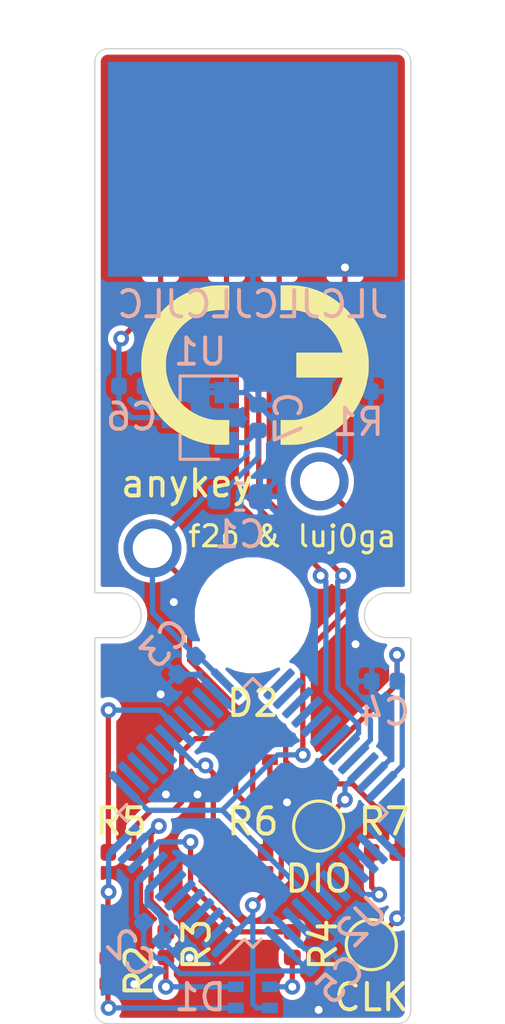
<source format=kicad_pcb>
(kicad_pcb (version 20171130) (host pcbnew 5.1.6)

  (general
    (thickness 1.6)
    (drawings 21)
    (tracks 233)
    (zones 0)
    (modules 23)
    (nets 48)
  )

  (page A4)
  (layers
    (0 F.Cu signal)
    (31 B.Cu signal)
    (32 B.Adhes user)
    (33 F.Adhes user)
    (34 B.Paste user)
    (35 F.Paste user)
    (36 B.SilkS user)
    (37 F.SilkS user)
    (38 B.Mask user)
    (39 F.Mask user)
    (40 Dwgs.User user)
    (41 Cmts.User user)
    (42 Eco1.User user)
    (43 Eco2.User user)
    (44 Edge.Cuts user)
    (45 Margin user)
    (46 B.CrtYd user)
    (47 F.CrtYd user)
    (48 B.Fab user)
    (49 F.Fab user)
  )

  (setup
    (last_trace_width 0.2)
    (trace_clearance 0.127)
    (zone_clearance 0.2)
    (zone_45_only no)
    (trace_min 0.2)
    (via_size 0.6)
    (via_drill 0.3)
    (via_min_size 0.6)
    (via_min_drill 0.3)
    (uvia_size 0.3)
    (uvia_drill 0.1)
    (uvias_allowed no)
    (uvia_min_size 0.2)
    (uvia_min_drill 0.1)
    (edge_width 0.05)
    (segment_width 0.2)
    (pcb_text_width 0.3)
    (pcb_text_size 1.5 1.5)
    (mod_edge_width 0.12)
    (mod_text_size 1 1)
    (mod_text_width 0.15)
    (pad_size 1.524 1.524)
    (pad_drill 0.762)
    (pad_to_mask_clearance 0.05)
    (aux_axis_origin 0 0)
    (visible_elements FFFDFF7F)
    (pcbplotparams
      (layerselection 0x010fc_ffffffff)
      (usegerberextensions true)
      (usegerberattributes true)
      (usegerberadvancedattributes true)
      (creategerberjobfile false)
      (excludeedgelayer true)
      (linewidth 0.100000)
      (plotframeref false)
      (viasonmask false)
      (mode 1)
      (useauxorigin false)
      (hpglpennumber 1)
      (hpglpenspeed 20)
      (hpglpendiameter 15.000000)
      (psnegative false)
      (psa4output false)
      (plotreference true)
      (plotvalue true)
      (plotinvisibletext false)
      (padsonsilk false)
      (subtractmaskfromsilk true)
      (outputformat 1)
      (mirror false)
      (drillshape 0)
      (scaleselection 1)
      (outputdirectory "gerber/"))
  )

  (net 0 "")
  (net 1 GND)
  (net 2 +3V3)
  (net 3 VBUS)
  (net 4 "Net-(D1-Pad4)")
  (net 5 "Net-(D1-Pad3)")
  (net 6 "Net-(D1-Pad1)")
  (net 7 "Net-(D2-Pad4)")
  (net 8 "Net-(D2-Pad3)")
  (net 9 "Net-(D2-Pad1)")
  (net 10 /D+)
  (net 11 /D-)
  (net 12 /BTN1)
  (net 13 /LED1_R)
  (net 14 /LED1_G)
  (net 15 /LED1_B)
  (net 16 /LED2_R)
  (net 17 /LED2_G)
  (net 18 /LED2_B)
  (net 19 /SWDIO)
  (net 20 /SWCLK)
  (net 21 "Net-(U2-Pad46)")
  (net 22 "Net-(U2-Pad45)")
  (net 23 "Net-(U2-Pad43)")
  (net 24 "Net-(U2-Pad42)")
  (net 25 "Net-(U2-Pad40)")
  (net 26 "Net-(U2-Pad39)")
  (net 27 "Net-(U2-Pad38)")
  (net 28 "Net-(U2-Pad31)")
  (net 29 "Net-(U2-Pad30)")
  (net 30 "Net-(U2-Pad29)")
  (net 31 "Net-(U2-Pad28)")
  (net 32 "Net-(U2-Pad27)")
  (net 33 "Net-(U2-Pad26)")
  (net 34 "Net-(U2-Pad25)")
  (net 35 "Net-(U2-Pad22)")
  (net 36 "Net-(U2-Pad21)")
  (net 37 "Net-(U2-Pad20)")
  (net 38 "Net-(U2-Pad17)")
  (net 39 "Net-(U2-Pad16)")
  (net 40 "Net-(U2-Pad15)")
  (net 41 "Net-(U2-Pad14)")
  (net 42 "Net-(U2-Pad7)")
  (net 43 "Net-(U2-Pad6)")
  (net 44 "Net-(U2-Pad5)")
  (net 45 "Net-(U2-Pad4)")
  (net 46 "Net-(U2-Pad3)")
  (net 47 "Net-(U2-Pad2)")

  (net_class Default "This is the default net class."
    (clearance 0.127)
    (trace_width 0.2)
    (via_dia 0.6)
    (via_drill 0.3)
    (uvia_dia 0.3)
    (uvia_drill 0.1)
    (add_net +3V3)
    (add_net /BTN1)
    (add_net /D+)
    (add_net /D-)
    (add_net /LED1_B)
    (add_net /LED1_G)
    (add_net /LED1_R)
    (add_net /LED2_B)
    (add_net /LED2_G)
    (add_net /LED2_R)
    (add_net /SWCLK)
    (add_net /SWDIO)
    (add_net GND)
    (add_net "Net-(D1-Pad1)")
    (add_net "Net-(D1-Pad3)")
    (add_net "Net-(D1-Pad4)")
    (add_net "Net-(D2-Pad1)")
    (add_net "Net-(D2-Pad3)")
    (add_net "Net-(D2-Pad4)")
    (add_net "Net-(U2-Pad14)")
    (add_net "Net-(U2-Pad15)")
    (add_net "Net-(U2-Pad16)")
    (add_net "Net-(U2-Pad17)")
    (add_net "Net-(U2-Pad2)")
    (add_net "Net-(U2-Pad20)")
    (add_net "Net-(U2-Pad21)")
    (add_net "Net-(U2-Pad22)")
    (add_net "Net-(U2-Pad25)")
    (add_net "Net-(U2-Pad26)")
    (add_net "Net-(U2-Pad27)")
    (add_net "Net-(U2-Pad28)")
    (add_net "Net-(U2-Pad29)")
    (add_net "Net-(U2-Pad3)")
    (add_net "Net-(U2-Pad30)")
    (add_net "Net-(U2-Pad31)")
    (add_net "Net-(U2-Pad38)")
    (add_net "Net-(U2-Pad39)")
    (add_net "Net-(U2-Pad4)")
    (add_net "Net-(U2-Pad40)")
    (add_net "Net-(U2-Pad42)")
    (add_net "Net-(U2-Pad43)")
    (add_net "Net-(U2-Pad45)")
    (add_net "Net-(U2-Pad46)")
    (add_net "Net-(U2-Pad5)")
    (add_net "Net-(U2-Pad6)")
    (add_net "Net-(U2-Pad7)")
    (add_net VBUS)
  )

  (module Symbol:CE-Logo_8.5x6mm_SilkScreen (layer F.Cu) (tedit 5F95E6E6) (tstamp 5F9645D2)
    (at 150 62)
    (descr "CE marking")
    (tags "Logo CE certification")
    (attr virtual)
    (fp_text reference C3 (at 0 0) (layer F.SilkS) hide
      (effects (font (size 1 1) (thickness 0.15)))
    )
    (fp_text value CE-Logo_8.5x6mm_SilkScreen (at 0.75 0) (layer F.Fab) hide
      (effects (font (size 1 1) (thickness 0.15)))
    )
    (fp_poly (pts (xy -1.060813 -3.015685) (xy -0.99633 -3.014025) (xy -0.949697 -3.011055) (xy -0.929349 -3.007912)
      (xy -0.899583 -2.999935) (xy -0.899583 -2.07947) (xy -1.109119 -2.086741) (xy -1.318953 -2.086477)
      (xy -1.513141 -2.069618) (xy -1.69758 -2.034925) (xy -1.878168 -1.981161) (xy -2.060803 -1.907089)
      (xy -2.136511 -1.871121) (xy -2.317062 -1.772023) (xy -2.479702 -1.660674) (xy -2.632099 -1.531592)
      (xy -2.691378 -1.474295) (xy -2.848015 -1.299139) (xy -2.983527 -1.10848) (xy -3.097234 -0.903606)
      (xy -3.188456 -0.685807) (xy -3.256515 -0.456371) (xy -3.276674 -0.363803) (xy -3.288823 -0.279756)
      (xy -3.296934 -0.176766) (xy -3.301015 -0.062035) (xy -3.301074 0.057234) (xy -3.297116 0.173837)
      (xy -3.289149 0.280571) (xy -3.277181 0.370233) (xy -3.275943 0.377031) (xy -3.220089 0.605759)
      (xy -3.140701 0.823965) (xy -3.039069 1.030177) (xy -2.916478 1.222928) (xy -2.774219 1.400748)
      (xy -2.613579 1.562168) (xy -2.435845 1.705719) (xy -2.242307 1.829931) (xy -2.034252 1.933336)
      (xy -1.850763 2.002535) (xy -1.747623 2.034118) (xy -1.652893 2.058129) (xy -1.56013 2.075463)
      (xy -1.462894 2.087016) (xy -1.354742 2.09368) (xy -1.229233 2.096352) (xy -1.174089 2.096504)
      (xy -0.899583 2.096186) (xy -0.899583 3.013164) (xy -0.929349 3.021141) (xy -0.954749 3.024138)
      (xy -1.001744 3.026203) (xy -1.06549 3.027382) (xy -1.141142 3.027723) (xy -1.223854 3.027274)
      (xy -1.308783 3.026083) (xy -1.391083 3.024197) (xy -1.465909 3.021663) (xy -1.528417 3.018531)
      (xy -1.573762 3.014847) (xy -1.574271 3.014789) (xy -1.687271 2.998341) (xy -1.814872 2.973706)
      (xy -1.947338 2.943083) (xy -2.074934 2.908667) (xy -2.156016 2.883536) (xy -2.420553 2.782498)
      (xy -2.671277 2.659513) (xy -2.907195 2.515777) (xy -3.12732 2.352487) (xy -3.33066 2.170838)
      (xy -3.516227 1.972026) (xy -3.68303 1.757247) (xy -3.830079 1.527698) (xy -3.956385 1.284573)
      (xy -4.060958 1.02907) (xy -4.142808 0.762383) (xy -4.200945 0.485709) (xy -4.214162 0.396875)
      (xy -4.222618 0.312107) (xy -4.228437 0.208118) (xy -4.231618 0.092009) (xy -4.232161 -0.029113)
      (xy -4.230066 -0.148146) (xy -4.225334 -0.257986) (xy -4.217963 -0.351528) (xy -4.214162 -0.383646)
      (xy -4.163241 -0.666294) (xy -4.087795 -0.939386) (xy -3.988081 -1.202286) (xy -3.864354 -1.454363)
      (xy -3.716872 -1.694983) (xy -3.638048 -1.805782) (xy -3.45977 -2.023277) (xy -3.263767 -2.221656)
      (xy -3.051402 -2.400118) (xy -2.824041 -2.557867) (xy -2.583047 -2.694103) (xy -2.329787 -2.808029)
      (xy -2.065623 -2.898847) (xy -1.791921 -2.965759) (xy -1.60112 -2.997187) (xy -1.548646 -3.00251)
      (xy -1.479782 -3.00707) (xy -1.399419 -3.010788) (xy -1.31245 -3.013587) (xy -1.223764 -3.015388)
      (xy -1.138255 -3.016113) (xy -1.060813 -3.015685)) (layer F.SilkS) (width 0.01))
    (fp_poly (pts (xy 1.061335 -2.083594) (xy 1.355685 -2.083305) (xy 1.45766 -2.08288) (xy 1.538315 -2.081592)
      (xy 1.602782 -2.079086) (xy 1.656194 -2.075004) (xy 1.703682 -2.068992) (xy 1.750381 -2.060692)
      (xy 1.784281 -2.053564) (xy 2.014121 -1.990246) (xy 2.233438 -1.903988) (xy 2.440469 -1.795991)
      (xy 2.63345 -1.667456) (xy 2.810621 -1.519582) (xy 2.970217 -1.35357) (xy 3.110477 -1.170621)
      (xy 3.135116 -1.133551) (xy 3.186914 -1.046598) (xy 3.239815 -0.94518) (xy 3.290834 -0.836134)
      (xy 3.336988 -0.726298) (xy 3.375295 -0.622512) (xy 3.402772 -0.531612) (xy 3.408866 -0.506016)
      (xy 3.418231 -0.463021) (xy 1.656649 -0.463021) (xy 1.656649 0.47625) (xy 3.418231 0.47625)
      (xy 3.408866 0.519244) (xy 3.383806 0.610611) (xy 3.346318 0.716469) (xy 3.299485 0.829878)
      (xy 3.246388 0.943892) (xy 3.19011 1.051569) (xy 3.133734 1.145967) (xy 3.124278 1.160319)
      (xy 2.980536 1.351791) (xy 2.819337 1.52363) (xy 2.64168 1.675163) (xy 2.448561 1.805719)
      (xy 2.240979 1.914624) (xy 2.019932 2.001206) (xy 1.786415 2.064794) (xy 1.780714 2.066021)
      (xy 1.728132 2.076622) (xy 1.679712 2.084513) (xy 1.630061 2.090078) (xy 1.573789 2.093702)
      (xy 1.505502 2.095769) (xy 1.419811 2.096664) (xy 1.349071 2.096799) (xy 1.061337 2.096776)
      (xy 1.061337 3.029479) (xy 1.349071 3.027762) (xy 1.441046 3.026709) (xy 1.530779 3.024766)
      (xy 1.612512 3.022126) (xy 1.680491 3.018981) (xy 1.728959 3.015526) (xy 1.736024 3.014789)
      (xy 1.961433 2.978594) (xy 2.193284 2.921376) (xy 2.425245 2.845284) (xy 2.650985 2.752465)
      (xy 2.864171 2.645068) (xy 2.919973 2.613135) (xy 3.083514 2.507667) (xy 3.249456 2.383545)
      (xy 3.411243 2.246431) (xy 3.56232 2.101982) (xy 3.69613 1.955859) (xy 3.732677 1.911607)
      (xy 3.893997 1.690012) (xy 4.035322 1.452378) (xy 4.155645 1.201089) (xy 4.253959 0.938532)
      (xy 4.329258 0.667092) (xy 4.380535 0.389155) (xy 4.38308 0.370416) (xy 4.390029 0.298751)
      (xy 4.394962 0.208046) (xy 4.397878 0.104923) (xy 4.398775 -0.003991) (xy 4.397651 -0.112075)
      (xy 4.394504 -0.212702) (xy 4.389332 -0.299248) (xy 4.383287 -0.357188) (xy 4.331331 -0.642106)
      (xy 4.256101 -0.917646) (xy 4.158279 -1.182191) (xy 4.038549 -1.434123) (xy 3.897594 -1.671823)
      (xy 3.736097 -1.893675) (xy 3.732677 -1.897921) (xy 3.55239 -2.100879) (xy 3.353248 -2.287344)
      (xy 3.137697 -2.455786) (xy 2.908185 -2.604675) (xy 2.667161 -2.732483) (xy 2.41707 -2.837678)
      (xy 2.160361 -2.918733) (xy 2.060051 -2.943231) (xy 1.93614 -2.969062) (xy 1.82097 -2.988408)
      (xy 1.70715 -3.002019) (xy 1.587285 -3.010644) (xy 1.453983 -3.015032) (xy 1.342457 -3.015992)
      (xy 1.061337 -3.01625) (xy 1.061335 -2.083594)) (layer F.SilkS) (width 0.01))
  )

  (module TestPoint:TestPoint_Pad_D1.5mm (layer F.Cu) (tedit 5A0F774F) (tstamp 5F92A952)
    (at 154.5 84 180)
    (descr "SMD pad as test Point, diameter 1.5mm")
    (tags "test point SMD pad")
    (path /5FCB2854)
    (attr virtual)
    (fp_text reference TP2 (at 0 -1.648) (layer F.SilkS) hide
      (effects (font (size 1 1) (thickness 0.15)))
    )
    (fp_text value SWCLK (at 0 1.75) (layer F.Fab)
      (effects (font (size 1 1) (thickness 0.15)))
    )
    (fp_circle (center 0 0) (end 0 0.95) (layer F.SilkS) (width 0.12))
    (fp_circle (center 0 0) (end 1.25 0) (layer F.CrtYd) (width 0.05))
    (fp_text user %R (at 0 -1.65) (layer F.Fab)
      (effects (font (size 1 1) (thickness 0.15)))
    )
    (pad 1 smd circle (at 0 0 180) (size 1.5 1.5) (layers F.Cu F.Mask)
      (net 20 /SWCLK))
  )

  (module TestPoint:TestPoint_Pad_D1.5mm (layer F.Cu) (tedit 5A0F774F) (tstamp 5F92A94A)
    (at 152.5 79.5 180)
    (descr "SMD pad as test Point, diameter 1.5mm")
    (tags "test point SMD pad")
    (path /5FCAA338)
    (attr virtual)
    (fp_text reference TP1 (at 0 -1.648) (layer F.SilkS) hide
      (effects (font (size 1 1) (thickness 0.15)))
    )
    (fp_text value SWDIO (at 0 1.75) (layer F.Fab)
      (effects (font (size 1 1) (thickness 0.15)))
    )
    (fp_circle (center 0 0) (end 0 0.95) (layer F.SilkS) (width 0.12))
    (fp_circle (center 0 0) (end 1.25 0) (layer F.CrtYd) (width 0.05))
    (fp_text user %R (at 0 -1.65) (layer F.Fab)
      (effects (font (size 1 1) (thickness 0.15)))
    )
    (pad 1 smd circle (at 0 0 180) (size 1.5 1.5) (layers F.Cu F.Mask)
      (net 19 /SWDIO))
  )

  (module Capacitor_SMD:C_0402_1005Metric (layer B.Cu) (tedit 5F947204) (tstamp 5F948C07)
    (at 155 74 180)
    (descr "Capacitor SMD 0402 (1005 Metric), square (rectangular) end terminal, IPC_7351 nominal, (Body size source: http://www.tortai-tech.com/upload/download/2011102023233369053.pdf), generated with kicad-footprint-generator")
    (tags capacitor)
    (path /5F892CC5)
    (attr smd)
    (fp_text reference C4 (at 0 -1.17 180) (layer B.SilkS)
      (effects (font (size 1 1) (thickness 0.15)) (justify mirror))
    )
    (fp_text value 100n (at 0 1.17 180) (layer B.Fab)
      (effects (font (size 1 1) (thickness 0.15)) (justify mirror))
    )
    (fp_line (start -0.5 -0.25) (end -0.5 0.25) (layer B.Fab) (width 0.1))
    (fp_line (start -0.5 0.25) (end 0.5 0.25) (layer B.Fab) (width 0.1))
    (fp_line (start 0.5 0.25) (end 0.5 -0.25) (layer B.Fab) (width 0.1))
    (fp_line (start 0.5 -0.25) (end -0.5 -0.25) (layer B.Fab) (width 0.1))
    (fp_line (start -0.93 -0.47) (end -0.93 0.47) (layer B.CrtYd) (width 0.05))
    (fp_line (start -0.93 0.47) (end 0.93 0.47) (layer B.CrtYd) (width 0.05))
    (fp_line (start 0.93 0.47) (end 0.93 -0.47) (layer B.CrtYd) (width 0.05))
    (fp_line (start 0.93 -0.47) (end -0.93 -0.47) (layer B.CrtYd) (width 0.05))
    (fp_text user %R (at 0 0 180) (layer B.Fab)
      (effects (font (size 0.25 0.25) (thickness 0.04)) (justify mirror))
    )
    (pad 2 smd roundrect (at 0.485 0 180) (size 0.59 0.64) (layers B.Cu B.Paste B.Mask) (roundrect_rratio 0.25)
      (net 1 GND))
    (pad 1 smd roundrect (at -0.485 0 180) (size 0.59 0.64) (layers B.Cu B.Paste B.Mask) (roundrect_rratio 0.25)
      (net 2 +3V3))
    (model ${KISYS3DMOD}/Capacitor_SMD.3dshapes/C_0402_1005Metric.wrl
      (at (xyz 0 0 0))
      (scale (xyz 1 1 1))
      (rotate (xyz 0 0 0))
    )
  )

  (module Button_Switch_Keyboard:SW_Cherry_MX_1.00u_PCB (layer F.Cu) (tedit 5F944CC9) (tstamp 5F92DCF2)
    (at 152.54 66.42)
    (descr "Cherry MX keyswitch, 1.00u, PCB mount, http://cherryamericas.com/wp-content/uploads/2014/12/mx_cat.pdf")
    (tags "Cherry MX keyswitch 1.00u PCB")
    (path /5F925207)
    (fp_text reference SW1 (at -2.54 -2.794) (layer F.SilkS) hide
      (effects (font (size 1 1) (thickness 0.15)))
    )
    (fp_text value MXxx-xxxx (at -2.54 12.954) (layer F.Fab)
      (effects (font (size 1 1) (thickness 0.15)))
    )
    (fp_line (start -12.065 14.605) (end -12.065 -4.445) (layer Dwgs.User) (width 0.15))
    (fp_line (start 6.985 14.605) (end -12.065 14.605) (layer Dwgs.User) (width 0.15))
    (fp_line (start 6.985 -4.445) (end 6.985 14.605) (layer Dwgs.User) (width 0.15))
    (fp_line (start -12.065 -4.445) (end 6.985 -4.445) (layer Dwgs.User) (width 0.15))
    (fp_line (start -9.14 -1.52) (end 4.06 -1.52) (layer F.CrtYd) (width 0.05))
    (fp_line (start 4.06 -1.52) (end 4.06 11.68) (layer F.CrtYd) (width 0.05))
    (fp_line (start 4.06 11.68) (end -9.14 11.68) (layer F.CrtYd) (width 0.05))
    (fp_line (start -9.14 11.68) (end -9.14 -1.52) (layer F.CrtYd) (width 0.05))
    (fp_line (start -8.89 11.43) (end -8.89 -1.27) (layer F.Fab) (width 0.1))
    (fp_line (start 3.81 11.43) (end -8.89 11.43) (layer F.Fab) (width 0.1))
    (fp_line (start 3.81 -1.27) (end 3.81 11.43) (layer F.Fab) (width 0.1))
    (fp_line (start -8.89 -1.27) (end 3.81 -1.27) (layer F.Fab) (width 0.1))
    (fp_text user %R (at -2.54 -2.794) (layer F.Fab)
      (effects (font (size 1 1) (thickness 0.15)))
    )
    (pad "" np_thru_hole circle (at -2.54 5.08) (size 4 4) (drill 4) (layers *.Cu *.Mask))
    (pad 2 thru_hole circle (at -6.35 2.54) (size 2.2 2.2) (drill 1.5) (layers *.Cu *.Mask)
      (net 2 +3V3))
    (pad 1 thru_hole circle (at 0 0) (size 2.2 2.2) (drill 1.5) (layers *.Cu *.Mask)
      (net 12 /BTN1))
    (model ${KISYS3DMOD}/Button_Switch_Keyboard.3dshapes/SW_Cherry_MX_1.00u_PCB.wrl
      (at (xyz 0 0 0))
      (scale (xyz 1 1 1))
      (rotate (xyz 0 0 0))
    )
  )

  (module Capacitor_SMD:C_0402_1005Metric (layer B.Cu) (tedit 5B301BBE) (tstamp 5F92C15E)
    (at 145.4 62.8)
    (descr "Capacitor SMD 0402 (1005 Metric), square (rectangular) end terminal, IPC_7351 nominal, (Body size source: http://www.tortai-tech.com/upload/download/2011102023233369053.pdf), generated with kicad-footprint-generator")
    (tags capacitor)
    (path /5F93753A)
    (attr smd)
    (fp_text reference C6 (at 0 1.17) (layer B.SilkS)
      (effects (font (size 1 1) (thickness 0.15)) (justify mirror))
    )
    (fp_text value 1u (at 0 -1.17) (layer B.Fab)
      (effects (font (size 1 1) (thickness 0.15)) (justify mirror))
    )
    (fp_line (start -0.5 -0.25) (end -0.5 0.25) (layer B.Fab) (width 0.1))
    (fp_line (start -0.5 0.25) (end 0.5 0.25) (layer B.Fab) (width 0.1))
    (fp_line (start 0.5 0.25) (end 0.5 -0.25) (layer B.Fab) (width 0.1))
    (fp_line (start 0.5 -0.25) (end -0.5 -0.25) (layer B.Fab) (width 0.1))
    (fp_line (start -0.93 -0.47) (end -0.93 0.47) (layer B.CrtYd) (width 0.05))
    (fp_line (start -0.93 0.47) (end 0.93 0.47) (layer B.CrtYd) (width 0.05))
    (fp_line (start 0.93 0.47) (end 0.93 -0.47) (layer B.CrtYd) (width 0.05))
    (fp_line (start 0.93 -0.47) (end -0.93 -0.47) (layer B.CrtYd) (width 0.05))
    (fp_text user %R (at 0 0) (layer B.Fab)
      (effects (font (size 0.25 0.25) (thickness 0.04)) (justify mirror))
    )
    (pad 2 smd roundrect (at 0.485 0) (size 0.59 0.64) (layers B.Cu B.Paste B.Mask) (roundrect_rratio 0.25)
      (net 1 GND))
    (pad 1 smd roundrect (at -0.485 0) (size 0.59 0.64) (layers B.Cu B.Paste B.Mask) (roundrect_rratio 0.25)
      (net 3 VBUS))
    (model ${KISYS3DMOD}/Capacitor_SMD.3dshapes/C_0402_1005Metric.wrl
      (at (xyz 0 0 0))
      (scale (xyz 1 1 1))
      (rotate (xyz 0 0 0))
    )
  )

  (module Package_QFP:LQFP-48_7x7mm_P0.5mm (layer B.Cu) (tedit 5D9F72AF) (tstamp 5F92E9DF)
    (at 150 79 45)
    (descr "LQFP, 48 Pin (https://www.analog.com/media/en/technical-documentation/data-sheets/ltc2358-16.pdf), generated with kicad-footprint-generator ipc_gullwing_generator.py")
    (tags "LQFP QFP")
    (path /5F878F8D)
    (attr smd)
    (fp_text reference U2 (at 0 5.85 45) (layer B.SilkS)
      (effects (font (size 1 1) (thickness 0.15)) (justify mirror))
    )
    (fp_text value STM32F072CBT6 (at 0 -5.85 45) (layer B.Fab)
      (effects (font (size 1 1) (thickness 0.15)) (justify mirror))
    )
    (fp_line (start 3.16 -3.61) (end 3.61 -3.61) (layer B.SilkS) (width 0.12))
    (fp_line (start 3.61 -3.61) (end 3.61 -3.16) (layer B.SilkS) (width 0.12))
    (fp_line (start -3.16 -3.61) (end -3.61 -3.61) (layer B.SilkS) (width 0.12))
    (fp_line (start -3.61 -3.61) (end -3.61 -3.16) (layer B.SilkS) (width 0.12))
    (fp_line (start 3.16 3.61) (end 3.61 3.61) (layer B.SilkS) (width 0.12))
    (fp_line (start 3.61 3.61) (end 3.61 3.16) (layer B.SilkS) (width 0.12))
    (fp_line (start -3.16 3.61) (end -3.61 3.61) (layer B.SilkS) (width 0.12))
    (fp_line (start -3.61 3.61) (end -3.61 3.16) (layer B.SilkS) (width 0.12))
    (fp_line (start -3.61 3.16) (end -4.9 3.16) (layer B.SilkS) (width 0.12))
    (fp_line (start -2.5 3.5) (end 3.5 3.5) (layer B.Fab) (width 0.1))
    (fp_line (start 3.5 3.5) (end 3.5 -3.5) (layer B.Fab) (width 0.1))
    (fp_line (start 3.5 -3.5) (end -3.5 -3.5) (layer B.Fab) (width 0.1))
    (fp_line (start -3.5 -3.5) (end -3.5 2.5) (layer B.Fab) (width 0.1))
    (fp_line (start -3.5 2.5) (end -2.5 3.5) (layer B.Fab) (width 0.1))
    (fp_line (start 0 5.15) (end -3.15 5.15) (layer B.CrtYd) (width 0.05))
    (fp_line (start -3.15 5.15) (end -3.15 3.75) (layer B.CrtYd) (width 0.05))
    (fp_line (start -3.15 3.75) (end -3.75 3.75) (layer B.CrtYd) (width 0.05))
    (fp_line (start -3.75 3.75) (end -3.75 3.15) (layer B.CrtYd) (width 0.05))
    (fp_line (start -3.75 3.15) (end -5.15 3.15) (layer B.CrtYd) (width 0.05))
    (fp_line (start -5.15 3.15) (end -5.15 0) (layer B.CrtYd) (width 0.05))
    (fp_line (start 0 5.15) (end 3.15 5.15) (layer B.CrtYd) (width 0.05))
    (fp_line (start 3.15 5.15) (end 3.15 3.75) (layer B.CrtYd) (width 0.05))
    (fp_line (start 3.15 3.75) (end 3.75 3.75) (layer B.CrtYd) (width 0.05))
    (fp_line (start 3.75 3.75) (end 3.75 3.15) (layer B.CrtYd) (width 0.05))
    (fp_line (start 3.75 3.15) (end 5.15 3.15) (layer B.CrtYd) (width 0.05))
    (fp_line (start 5.15 3.15) (end 5.15 0) (layer B.CrtYd) (width 0.05))
    (fp_line (start 0 -5.15) (end -3.15 -5.15) (layer B.CrtYd) (width 0.05))
    (fp_line (start -3.15 -5.15) (end -3.15 -3.75) (layer B.CrtYd) (width 0.05))
    (fp_line (start -3.15 -3.75) (end -3.75 -3.75) (layer B.CrtYd) (width 0.05))
    (fp_line (start -3.75 -3.75) (end -3.75 -3.15) (layer B.CrtYd) (width 0.05))
    (fp_line (start -3.75 -3.15) (end -5.15 -3.15) (layer B.CrtYd) (width 0.05))
    (fp_line (start -5.15 -3.15) (end -5.15 0) (layer B.CrtYd) (width 0.05))
    (fp_line (start 0 -5.15) (end 3.15 -5.15) (layer B.CrtYd) (width 0.05))
    (fp_line (start 3.15 -5.15) (end 3.15 -3.75) (layer B.CrtYd) (width 0.05))
    (fp_line (start 3.15 -3.75) (end 3.75 -3.75) (layer B.CrtYd) (width 0.05))
    (fp_line (start 3.75 -3.75) (end 3.75 -3.15) (layer B.CrtYd) (width 0.05))
    (fp_line (start 3.75 -3.15) (end 5.15 -3.15) (layer B.CrtYd) (width 0.05))
    (fp_line (start 5.15 -3.15) (end 5.15 0) (layer B.CrtYd) (width 0.05))
    (fp_text user %R (at 0 0 45) (layer B.Fab)
      (effects (font (size 1 1) (thickness 0.15)) (justify mirror))
    )
    (pad 48 smd roundrect (at -2.75 4.1625 45) (size 0.3 1.475) (layers B.Cu B.Paste B.Mask) (roundrect_rratio 0.25)
      (net 2 +3V3))
    (pad 47 smd roundrect (at -2.25 4.1625 45) (size 0.3 1.475) (layers B.Cu B.Paste B.Mask) (roundrect_rratio 0.25)
      (net 1 GND))
    (pad 46 smd roundrect (at -1.75 4.1625 45) (size 0.3 1.475) (layers B.Cu B.Paste B.Mask) (roundrect_rratio 0.25)
      (net 21 "Net-(U2-Pad46)"))
    (pad 45 smd roundrect (at -1.25 4.1625 45) (size 0.3 1.475) (layers B.Cu B.Paste B.Mask) (roundrect_rratio 0.25)
      (net 22 "Net-(U2-Pad45)"))
    (pad 44 smd roundrect (at -0.75 4.1625 45) (size 0.3 1.475) (layers B.Cu B.Paste B.Mask) (roundrect_rratio 0.25)
      (net 12 /BTN1))
    (pad 43 smd roundrect (at -0.25 4.1625 45) (size 0.3 1.475) (layers B.Cu B.Paste B.Mask) (roundrect_rratio 0.25)
      (net 23 "Net-(U2-Pad43)"))
    (pad 42 smd roundrect (at 0.25 4.1625 45) (size 0.3 1.475) (layers B.Cu B.Paste B.Mask) (roundrect_rratio 0.25)
      (net 24 "Net-(U2-Pad42)"))
    (pad 41 smd roundrect (at 0.75 4.1625 45) (size 0.3 1.475) (layers B.Cu B.Paste B.Mask) (roundrect_rratio 0.25)
      (net 18 /LED2_B))
    (pad 40 smd roundrect (at 1.25 4.1625 45) (size 0.3 1.475) (layers B.Cu B.Paste B.Mask) (roundrect_rratio 0.25)
      (net 25 "Net-(U2-Pad40)"))
    (pad 39 smd roundrect (at 1.75 4.1625 45) (size 0.3 1.475) (layers B.Cu B.Paste B.Mask) (roundrect_rratio 0.25)
      (net 26 "Net-(U2-Pad39)"))
    (pad 38 smd roundrect (at 2.25 4.1625 45) (size 0.3 1.475) (layers B.Cu B.Paste B.Mask) (roundrect_rratio 0.25)
      (net 27 "Net-(U2-Pad38)"))
    (pad 37 smd roundrect (at 2.75 4.1625 45) (size 0.3 1.475) (layers B.Cu B.Paste B.Mask) (roundrect_rratio 0.25)
      (net 20 /SWCLK))
    (pad 36 smd roundrect (at 4.1625 2.75 45) (size 1.475 0.3) (layers B.Cu B.Paste B.Mask) (roundrect_rratio 0.25)
      (net 2 +3V3))
    (pad 35 smd roundrect (at 4.1625 2.25 45) (size 1.475 0.3) (layers B.Cu B.Paste B.Mask) (roundrect_rratio 0.25)
      (net 1 GND))
    (pad 34 smd roundrect (at 4.1625 1.75 45) (size 1.475 0.3) (layers B.Cu B.Paste B.Mask) (roundrect_rratio 0.25)
      (net 19 /SWDIO))
    (pad 33 smd roundrect (at 4.1625 1.25 45) (size 1.475 0.3) (layers B.Cu B.Paste B.Mask) (roundrect_rratio 0.25)
      (net 10 /D+))
    (pad 32 smd roundrect (at 4.1625 0.75 45) (size 1.475 0.3) (layers B.Cu B.Paste B.Mask) (roundrect_rratio 0.25)
      (net 11 /D-))
    (pad 31 smd roundrect (at 4.1625 0.25 45) (size 1.475 0.3) (layers B.Cu B.Paste B.Mask) (roundrect_rratio 0.25)
      (net 28 "Net-(U2-Pad31)"))
    (pad 30 smd roundrect (at 4.1625 -0.25 45) (size 1.475 0.3) (layers B.Cu B.Paste B.Mask) (roundrect_rratio 0.25)
      (net 29 "Net-(U2-Pad30)"))
    (pad 29 smd roundrect (at 4.1625 -0.75 45) (size 1.475 0.3) (layers B.Cu B.Paste B.Mask) (roundrect_rratio 0.25)
      (net 30 "Net-(U2-Pad29)"))
    (pad 28 smd roundrect (at 4.1625 -1.25 45) (size 1.475 0.3) (layers B.Cu B.Paste B.Mask) (roundrect_rratio 0.25)
      (net 31 "Net-(U2-Pad28)"))
    (pad 27 smd roundrect (at 4.1625 -1.75 45) (size 1.475 0.3) (layers B.Cu B.Paste B.Mask) (roundrect_rratio 0.25)
      (net 32 "Net-(U2-Pad27)"))
    (pad 26 smd roundrect (at 4.1625 -2.25 45) (size 1.475 0.3) (layers B.Cu B.Paste B.Mask) (roundrect_rratio 0.25)
      (net 33 "Net-(U2-Pad26)"))
    (pad 25 smd roundrect (at 4.1625 -2.75 45) (size 1.475 0.3) (layers B.Cu B.Paste B.Mask) (roundrect_rratio 0.25)
      (net 34 "Net-(U2-Pad25)"))
    (pad 24 smd roundrect (at 2.75 -4.1625 45) (size 0.3 1.475) (layers B.Cu B.Paste B.Mask) (roundrect_rratio 0.25)
      (net 2 +3V3))
    (pad 23 smd roundrect (at 2.25 -4.1625 45) (size 0.3 1.475) (layers B.Cu B.Paste B.Mask) (roundrect_rratio 0.25)
      (net 1 GND))
    (pad 22 smd roundrect (at 1.75 -4.1625 45) (size 0.3 1.475) (layers B.Cu B.Paste B.Mask) (roundrect_rratio 0.25)
      (net 35 "Net-(U2-Pad22)"))
    (pad 21 smd roundrect (at 1.25 -4.1625 45) (size 0.3 1.475) (layers B.Cu B.Paste B.Mask) (roundrect_rratio 0.25)
      (net 36 "Net-(U2-Pad21)"))
    (pad 20 smd roundrect (at 0.75 -4.1625 45) (size 0.3 1.475) (layers B.Cu B.Paste B.Mask) (roundrect_rratio 0.25)
      (net 37 "Net-(U2-Pad20)"))
    (pad 19 smd roundrect (at 0.25 -4.1625 45) (size 0.3 1.475) (layers B.Cu B.Paste B.Mask) (roundrect_rratio 0.25)
      (net 16 /LED2_R))
    (pad 18 smd roundrect (at -0.25 -4.1625 45) (size 0.3 1.475) (layers B.Cu B.Paste B.Mask) (roundrect_rratio 0.25)
      (net 17 /LED2_G))
    (pad 17 smd roundrect (at -0.75 -4.1625 45) (size 0.3 1.475) (layers B.Cu B.Paste B.Mask) (roundrect_rratio 0.25)
      (net 38 "Net-(U2-Pad17)"))
    (pad 16 smd roundrect (at -1.25 -4.1625 45) (size 0.3 1.475) (layers B.Cu B.Paste B.Mask) (roundrect_rratio 0.25)
      (net 39 "Net-(U2-Pad16)"))
    (pad 15 smd roundrect (at -1.75 -4.1625 45) (size 0.3 1.475) (layers B.Cu B.Paste B.Mask) (roundrect_rratio 0.25)
      (net 40 "Net-(U2-Pad15)"))
    (pad 14 smd roundrect (at -2.25 -4.1625 45) (size 0.3 1.475) (layers B.Cu B.Paste B.Mask) (roundrect_rratio 0.25)
      (net 41 "Net-(U2-Pad14)"))
    (pad 13 smd roundrect (at -2.75 -4.1625 45) (size 0.3 1.475) (layers B.Cu B.Paste B.Mask) (roundrect_rratio 0.25)
      (net 12 /BTN1))
    (pad 12 smd roundrect (at -4.1625 -2.75 45) (size 1.475 0.3) (layers B.Cu B.Paste B.Mask) (roundrect_rratio 0.25)
      (net 13 /LED1_R))
    (pad 11 smd roundrect (at -4.1625 -2.25 45) (size 1.475 0.3) (layers B.Cu B.Paste B.Mask) (roundrect_rratio 0.25)
      (net 14 /LED1_G))
    (pad 10 smd roundrect (at -4.1625 -1.75 45) (size 1.475 0.3) (layers B.Cu B.Paste B.Mask) (roundrect_rratio 0.25)
      (net 15 /LED1_B))
    (pad 9 smd roundrect (at -4.1625 -1.25 45) (size 1.475 0.3) (layers B.Cu B.Paste B.Mask) (roundrect_rratio 0.25)
      (net 2 +3V3))
    (pad 8 smd roundrect (at -4.1625 -0.75 45) (size 1.475 0.3) (layers B.Cu B.Paste B.Mask) (roundrect_rratio 0.25)
      (net 1 GND))
    (pad 7 smd roundrect (at -4.1625 -0.25 45) (size 1.475 0.3) (layers B.Cu B.Paste B.Mask) (roundrect_rratio 0.25)
      (net 42 "Net-(U2-Pad7)"))
    (pad 6 smd roundrect (at -4.1625 0.25 45) (size 1.475 0.3) (layers B.Cu B.Paste B.Mask) (roundrect_rratio 0.25)
      (net 43 "Net-(U2-Pad6)"))
    (pad 5 smd roundrect (at -4.1625 0.75 45) (size 1.475 0.3) (layers B.Cu B.Paste B.Mask) (roundrect_rratio 0.25)
      (net 44 "Net-(U2-Pad5)"))
    (pad 4 smd roundrect (at -4.1625 1.25 45) (size 1.475 0.3) (layers B.Cu B.Paste B.Mask) (roundrect_rratio 0.25)
      (net 45 "Net-(U2-Pad4)"))
    (pad 3 smd roundrect (at -4.1625 1.75 45) (size 1.475 0.3) (layers B.Cu B.Paste B.Mask) (roundrect_rratio 0.25)
      (net 46 "Net-(U2-Pad3)"))
    (pad 2 smd roundrect (at -4.1625 2.25 45) (size 1.475 0.3) (layers B.Cu B.Paste B.Mask) (roundrect_rratio 0.25)
      (net 47 "Net-(U2-Pad2)"))
    (pad 1 smd roundrect (at -4.1625 2.75 45) (size 1.475 0.3) (layers B.Cu B.Paste B.Mask) (roundrect_rratio 0.25)
      (net 2 +3V3))
    (model ${KISYS3DMOD}/Package_QFP.3dshapes/LQFP-48_7x7mm_P0.5mm.wrl
      (at (xyz 0 0 0))
      (scale (xyz 1 1 1))
      (rotate (xyz 0 0 0))
    )
  )

  (module Package_TO_SOT_SMD:SOT-23 (layer B.Cu) (tedit 5A02FF57) (tstamp 5F92B4F1)
    (at 148 64 180)
    (descr "SOT-23, Standard")
    (tags SOT-23)
    (path /5FA01775)
    (attr smd)
    (fp_text reference U1 (at 0 2.5) (layer B.SilkS)
      (effects (font (size 1 1) (thickness 0.15)) (justify mirror))
    )
    (fp_text value XC6206P332MR (at 0 -2.5) (layer B.Fab)
      (effects (font (size 1 1) (thickness 0.15)) (justify mirror))
    )
    (fp_line (start 0.76 -1.58) (end -0.7 -1.58) (layer B.SilkS) (width 0.12))
    (fp_line (start 0.76 1.58) (end -1.4 1.58) (layer B.SilkS) (width 0.12))
    (fp_line (start -1.7 -1.75) (end -1.7 1.75) (layer B.CrtYd) (width 0.05))
    (fp_line (start 1.7 -1.75) (end -1.7 -1.75) (layer B.CrtYd) (width 0.05))
    (fp_line (start 1.7 1.75) (end 1.7 -1.75) (layer B.CrtYd) (width 0.05))
    (fp_line (start -1.7 1.75) (end 1.7 1.75) (layer B.CrtYd) (width 0.05))
    (fp_line (start 0.76 1.58) (end 0.76 0.65) (layer B.SilkS) (width 0.12))
    (fp_line (start 0.76 -1.58) (end 0.76 -0.65) (layer B.SilkS) (width 0.12))
    (fp_line (start -0.7 -1.52) (end 0.7 -1.52) (layer B.Fab) (width 0.1))
    (fp_line (start 0.7 1.52) (end 0.7 -1.52) (layer B.Fab) (width 0.1))
    (fp_line (start -0.7 0.95) (end -0.15 1.52) (layer B.Fab) (width 0.1))
    (fp_line (start -0.15 1.52) (end 0.7 1.52) (layer B.Fab) (width 0.1))
    (fp_line (start -0.7 0.95) (end -0.7 -1.5) (layer B.Fab) (width 0.1))
    (fp_text user %R (at 0 0 -90) (layer B.Fab)
      (effects (font (size 0.5 0.5) (thickness 0.075)) (justify mirror))
    )
    (pad 1 smd rect (at -1 0.95 180) (size 0.9 0.8) (layers B.Cu B.Paste B.Mask)
      (net 1 GND))
    (pad 2 smd rect (at -1 -0.95 180) (size 0.9 0.8) (layers B.Cu B.Paste B.Mask)
      (net 2 +3V3))
    (pad 3 smd rect (at 1 0 180) (size 0.9 0.8) (layers B.Cu B.Paste B.Mask)
      (net 3 VBUS))
    (model ${KISYS3DMOD}/Package_TO_SOT_SMD.3dshapes/SOT-23.wrl
      (at (xyz 0 0 0))
      (scale (xyz 1 1 1))
      (rotate (xyz 0 0 0))
    )
  )

  (module Resistor_SMD:R_0402_1005Metric (layer F.Cu) (tedit 5B301BBD) (tstamp 5F94E3FE)
    (at 155 80.5)
    (descr "Resistor SMD 0402 (1005 Metric), square (rectangular) end terminal, IPC_7351 nominal, (Body size source: http://www.tortai-tech.com/upload/download/2011102023233369053.pdf), generated with kicad-footprint-generator")
    (tags resistor)
    (path /5FDA0D19)
    (attr smd)
    (fp_text reference R7 (at 0 -1.17) (layer F.SilkS)
      (effects (font (size 1 1) (thickness 0.15)))
    )
    (fp_text value 1k (at 0 1.17) (layer F.Fab)
      (effects (font (size 1 1) (thickness 0.15)))
    )
    (fp_line (start -0.5 0.25) (end -0.5 -0.25) (layer F.Fab) (width 0.1))
    (fp_line (start -0.5 -0.25) (end 0.5 -0.25) (layer F.Fab) (width 0.1))
    (fp_line (start 0.5 -0.25) (end 0.5 0.25) (layer F.Fab) (width 0.1))
    (fp_line (start 0.5 0.25) (end -0.5 0.25) (layer F.Fab) (width 0.1))
    (fp_line (start -0.93 0.47) (end -0.93 -0.47) (layer F.CrtYd) (width 0.05))
    (fp_line (start -0.93 -0.47) (end 0.93 -0.47) (layer F.CrtYd) (width 0.05))
    (fp_line (start 0.93 -0.47) (end 0.93 0.47) (layer F.CrtYd) (width 0.05))
    (fp_line (start 0.93 0.47) (end -0.93 0.47) (layer F.CrtYd) (width 0.05))
    (fp_text user %R (at 0 0) (layer F.Fab)
      (effects (font (size 0.25 0.25) (thickness 0.04)))
    )
    (pad 2 smd roundrect (at 0.485 0) (size 0.59 0.64) (layers F.Cu F.Paste F.Mask) (roundrect_rratio 0.25)
      (net 8 "Net-(D2-Pad3)"))
    (pad 1 smd roundrect (at -0.485 0) (size 0.59 0.64) (layers F.Cu F.Paste F.Mask) (roundrect_rratio 0.25)
      (net 18 /LED2_B))
    (model ${KISYS3DMOD}/Resistor_SMD.3dshapes/R_0402_1005Metric.wrl
      (at (xyz 0 0 0))
      (scale (xyz 1 1 1))
      (rotate (xyz 0 0 0))
    )
  )

  (module Resistor_SMD:R_0402_1005Metric (layer F.Cu) (tedit 5B301BBD) (tstamp 5F94DEF7)
    (at 150 80.5)
    (descr "Resistor SMD 0402 (1005 Metric), square (rectangular) end terminal, IPC_7351 nominal, (Body size source: http://www.tortai-tech.com/upload/download/2011102023233369053.pdf), generated with kicad-footprint-generator")
    (tags resistor)
    (path /5FDA00DF)
    (attr smd)
    (fp_text reference R6 (at 0 -1.17) (layer F.SilkS)
      (effects (font (size 1 1) (thickness 0.15)))
    )
    (fp_text value 1k (at 0 1.17) (layer F.Fab)
      (effects (font (size 1 1) (thickness 0.15)))
    )
    (fp_line (start -0.5 0.25) (end -0.5 -0.25) (layer F.Fab) (width 0.1))
    (fp_line (start -0.5 -0.25) (end 0.5 -0.25) (layer F.Fab) (width 0.1))
    (fp_line (start 0.5 -0.25) (end 0.5 0.25) (layer F.Fab) (width 0.1))
    (fp_line (start 0.5 0.25) (end -0.5 0.25) (layer F.Fab) (width 0.1))
    (fp_line (start -0.93 0.47) (end -0.93 -0.47) (layer F.CrtYd) (width 0.05))
    (fp_line (start -0.93 -0.47) (end 0.93 -0.47) (layer F.CrtYd) (width 0.05))
    (fp_line (start 0.93 -0.47) (end 0.93 0.47) (layer F.CrtYd) (width 0.05))
    (fp_line (start 0.93 0.47) (end -0.93 0.47) (layer F.CrtYd) (width 0.05))
    (fp_text user %R (at 0 0) (layer F.Fab)
      (effects (font (size 0.25 0.25) (thickness 0.04)))
    )
    (pad 2 smd roundrect (at 0.485 0) (size 0.59 0.64) (layers F.Cu F.Paste F.Mask) (roundrect_rratio 0.25)
      (net 7 "Net-(D2-Pad4)"))
    (pad 1 smd roundrect (at -0.485 0) (size 0.59 0.64) (layers F.Cu F.Paste F.Mask) (roundrect_rratio 0.25)
      (net 17 /LED2_G))
    (model ${KISYS3DMOD}/Resistor_SMD.3dshapes/R_0402_1005Metric.wrl
      (at (xyz 0 0 0))
      (scale (xyz 1 1 1))
      (rotate (xyz 0 0 0))
    )
  )

  (module Resistor_SMD:R_0402_1005Metric (layer F.Cu) (tedit 5B301BBD) (tstamp 5F94E3A8)
    (at 145 80.5)
    (descr "Resistor SMD 0402 (1005 Metric), square (rectangular) end terminal, IPC_7351 nominal, (Body size source: http://www.tortai-tech.com/upload/download/2011102023233369053.pdf), generated with kicad-footprint-generator")
    (tags resistor)
    (path /5FD9D2CE)
    (attr smd)
    (fp_text reference R5 (at 0 -1.17) (layer F.SilkS)
      (effects (font (size 1 1) (thickness 0.15)))
    )
    (fp_text value 1k (at 0 1.17) (layer F.Fab)
      (effects (font (size 1 1) (thickness 0.15)))
    )
    (fp_line (start 0.93 0.47) (end -0.93 0.47) (layer F.CrtYd) (width 0.05))
    (fp_line (start 0.93 -0.47) (end 0.93 0.47) (layer F.CrtYd) (width 0.05))
    (fp_line (start -0.93 -0.47) (end 0.93 -0.47) (layer F.CrtYd) (width 0.05))
    (fp_line (start -0.93 0.47) (end -0.93 -0.47) (layer F.CrtYd) (width 0.05))
    (fp_line (start 0.5 0.25) (end -0.5 0.25) (layer F.Fab) (width 0.1))
    (fp_line (start 0.5 -0.25) (end 0.5 0.25) (layer F.Fab) (width 0.1))
    (fp_line (start -0.5 -0.25) (end 0.5 -0.25) (layer F.Fab) (width 0.1))
    (fp_line (start -0.5 0.25) (end -0.5 -0.25) (layer F.Fab) (width 0.1))
    (fp_text user %R (at 0 0) (layer F.Fab)
      (effects (font (size 0.25 0.25) (thickness 0.04)))
    )
    (pad 1 smd roundrect (at -0.485 0) (size 0.59 0.64) (layers F.Cu F.Paste F.Mask) (roundrect_rratio 0.25)
      (net 16 /LED2_R))
    (pad 2 smd roundrect (at 0.485 0) (size 0.59 0.64) (layers F.Cu F.Paste F.Mask) (roundrect_rratio 0.25)
      (net 9 "Net-(D2-Pad1)"))
    (model ${KISYS3DMOD}/Resistor_SMD.3dshapes/R_0402_1005Metric.wrl
      (at (xyz 0 0 0))
      (scale (xyz 1 1 1))
      (rotate (xyz 0 0 0))
    )
  )

  (module Resistor_SMD:R_0402_1005Metric (layer F.Cu) (tedit 5B301BBD) (tstamp 5F92A8FB)
    (at 151.5 84 270)
    (descr "Resistor SMD 0402 (1005 Metric), square (rectangular) end terminal, IPC_7351 nominal, (Body size source: http://www.tortai-tech.com/upload/download/2011102023233369053.pdf), generated with kicad-footprint-generator")
    (tags resistor)
    (path /5F9366E4)
    (attr smd)
    (fp_text reference R4 (at 0 -1.17 90) (layer F.SilkS)
      (effects (font (size 1 1) (thickness 0.15)))
    )
    (fp_text value 1k (at 0 1.17 90) (layer F.Fab)
      (effects (font (size 1 1) (thickness 0.15)))
    )
    (fp_line (start -0.5 0.25) (end -0.5 -0.25) (layer F.Fab) (width 0.1))
    (fp_line (start -0.5 -0.25) (end 0.5 -0.25) (layer F.Fab) (width 0.1))
    (fp_line (start 0.5 -0.25) (end 0.5 0.25) (layer F.Fab) (width 0.1))
    (fp_line (start 0.5 0.25) (end -0.5 0.25) (layer F.Fab) (width 0.1))
    (fp_line (start -0.93 0.47) (end -0.93 -0.47) (layer F.CrtYd) (width 0.05))
    (fp_line (start -0.93 -0.47) (end 0.93 -0.47) (layer F.CrtYd) (width 0.05))
    (fp_line (start 0.93 -0.47) (end 0.93 0.47) (layer F.CrtYd) (width 0.05))
    (fp_line (start 0.93 0.47) (end -0.93 0.47) (layer F.CrtYd) (width 0.05))
    (fp_text user %R (at 0 0 90) (layer F.Fab)
      (effects (font (size 0.25 0.25) (thickness 0.04)))
    )
    (pad 2 smd roundrect (at 0.485 0 270) (size 0.59 0.64) (layers F.Cu F.Paste F.Mask) (roundrect_rratio 0.25)
      (net 5 "Net-(D1-Pad3)"))
    (pad 1 smd roundrect (at -0.485 0 270) (size 0.59 0.64) (layers F.Cu F.Paste F.Mask) (roundrect_rratio 0.25)
      (net 15 /LED1_B))
    (model ${KISYS3DMOD}/Resistor_SMD.3dshapes/R_0402_1005Metric.wrl
      (at (xyz 0 0 0))
      (scale (xyz 1 1 1))
      (rotate (xyz 0 0 0))
    )
  )

  (module Resistor_SMD:R_0402_1005Metric (layer F.Cu) (tedit 5B301BBD) (tstamp 5F94C0D4)
    (at 146.7 84 270)
    (descr "Resistor SMD 0402 (1005 Metric), square (rectangular) end terminal, IPC_7351 nominal, (Body size source: http://www.tortai-tech.com/upload/download/2011102023233369053.pdf), generated with kicad-footprint-generator")
    (tags resistor)
    (path /5F935EFD)
    (attr smd)
    (fp_text reference R3 (at 0 -1.17 90) (layer F.SilkS)
      (effects (font (size 1 1) (thickness 0.15)))
    )
    (fp_text value 1k (at 0 1.17 90) (layer F.Fab)
      (effects (font (size 1 1) (thickness 0.15)))
    )
    (fp_line (start -0.5 0.25) (end -0.5 -0.25) (layer F.Fab) (width 0.1))
    (fp_line (start -0.5 -0.25) (end 0.5 -0.25) (layer F.Fab) (width 0.1))
    (fp_line (start 0.5 -0.25) (end 0.5 0.25) (layer F.Fab) (width 0.1))
    (fp_line (start 0.5 0.25) (end -0.5 0.25) (layer F.Fab) (width 0.1))
    (fp_line (start -0.93 0.47) (end -0.93 -0.47) (layer F.CrtYd) (width 0.05))
    (fp_line (start -0.93 -0.47) (end 0.93 -0.47) (layer F.CrtYd) (width 0.05))
    (fp_line (start 0.93 -0.47) (end 0.93 0.47) (layer F.CrtYd) (width 0.05))
    (fp_line (start 0.93 0.47) (end -0.93 0.47) (layer F.CrtYd) (width 0.05))
    (fp_text user %R (at 0 0 90) (layer F.Fab)
      (effects (font (size 0.25 0.25) (thickness 0.04)))
    )
    (pad 2 smd roundrect (at 0.485 0 270) (size 0.59 0.64) (layers F.Cu F.Paste F.Mask) (roundrect_rratio 0.25)
      (net 4 "Net-(D1-Pad4)"))
    (pad 1 smd roundrect (at -0.485 0 270) (size 0.59 0.64) (layers F.Cu F.Paste F.Mask) (roundrect_rratio 0.25)
      (net 14 /LED1_G))
    (model ${KISYS3DMOD}/Resistor_SMD.3dshapes/R_0402_1005Metric.wrl
      (at (xyz 0 0 0))
      (scale (xyz 1 1 1))
      (rotate (xyz 0 0 0))
    )
  )

  (module Resistor_SMD:R_0402_1005Metric (layer F.Cu) (tedit 5B301BBD) (tstamp 5F92A8DD)
    (at 144.5 85 270)
    (descr "Resistor SMD 0402 (1005 Metric), square (rectangular) end terminal, IPC_7351 nominal, (Body size source: http://www.tortai-tech.com/upload/download/2011102023233369053.pdf), generated with kicad-footprint-generator")
    (tags resistor)
    (path /5F9354AF)
    (attr smd)
    (fp_text reference R2 (at 0 -1.17 90) (layer F.SilkS)
      (effects (font (size 1 1) (thickness 0.15)))
    )
    (fp_text value 1k (at 0 1.17 90) (layer F.Fab)
      (effects (font (size 1 1) (thickness 0.15)))
    )
    (fp_line (start -0.5 0.25) (end -0.5 -0.25) (layer F.Fab) (width 0.1))
    (fp_line (start -0.5 -0.25) (end 0.5 -0.25) (layer F.Fab) (width 0.1))
    (fp_line (start 0.5 -0.25) (end 0.5 0.25) (layer F.Fab) (width 0.1))
    (fp_line (start 0.5 0.25) (end -0.5 0.25) (layer F.Fab) (width 0.1))
    (fp_line (start -0.93 0.47) (end -0.93 -0.47) (layer F.CrtYd) (width 0.05))
    (fp_line (start -0.93 -0.47) (end 0.93 -0.47) (layer F.CrtYd) (width 0.05))
    (fp_line (start 0.93 -0.47) (end 0.93 0.47) (layer F.CrtYd) (width 0.05))
    (fp_line (start 0.93 0.47) (end -0.93 0.47) (layer F.CrtYd) (width 0.05))
    (fp_text user %R (at 0 0 90) (layer F.Fab)
      (effects (font (size 0.25 0.25) (thickness 0.04)))
    )
    (pad 2 smd roundrect (at 0.485 0 270) (size 0.59 0.64) (layers F.Cu F.Paste F.Mask) (roundrect_rratio 0.25)
      (net 6 "Net-(D1-Pad1)"))
    (pad 1 smd roundrect (at -0.485 0 270) (size 0.59 0.64) (layers F.Cu F.Paste F.Mask) (roundrect_rratio 0.25)
      (net 13 /LED1_R))
    (model ${KISYS3DMOD}/Resistor_SMD.3dshapes/R_0402_1005Metric.wrl
      (at (xyz 0 0 0))
      (scale (xyz 1 1 1))
      (rotate (xyz 0 0 0))
    )
  )

  (module Resistor_SMD:R_0402_1005Metric (layer B.Cu) (tedit 5B301BBD) (tstamp 5F92A8CE)
    (at 154 63)
    (descr "Resistor SMD 0402 (1005 Metric), square (rectangular) end terminal, IPC_7351 nominal, (Body size source: http://www.tortai-tech.com/upload/download/2011102023233369053.pdf), generated with kicad-footprint-generator")
    (tags resistor)
    (path /5F905B31)
    (attr smd)
    (fp_text reference R1 (at 0 1.17) (layer B.SilkS)
      (effects (font (size 1 1) (thickness 0.15)) (justify mirror))
    )
    (fp_text value 10k (at 0 -1.17) (layer B.Fab)
      (effects (font (size 1 1) (thickness 0.15)) (justify mirror))
    )
    (fp_line (start -0.5 -0.25) (end -0.5 0.25) (layer B.Fab) (width 0.1))
    (fp_line (start -0.5 0.25) (end 0.5 0.25) (layer B.Fab) (width 0.1))
    (fp_line (start 0.5 0.25) (end 0.5 -0.25) (layer B.Fab) (width 0.1))
    (fp_line (start 0.5 -0.25) (end -0.5 -0.25) (layer B.Fab) (width 0.1))
    (fp_line (start -0.93 -0.47) (end -0.93 0.47) (layer B.CrtYd) (width 0.05))
    (fp_line (start -0.93 0.47) (end 0.93 0.47) (layer B.CrtYd) (width 0.05))
    (fp_line (start 0.93 0.47) (end 0.93 -0.47) (layer B.CrtYd) (width 0.05))
    (fp_line (start 0.93 -0.47) (end -0.93 -0.47) (layer B.CrtYd) (width 0.05))
    (fp_text user %R (at 0 0) (layer B.Fab)
      (effects (font (size 0.25 0.25) (thickness 0.04)) (justify mirror))
    )
    (pad 2 smd roundrect (at 0.485 0) (size 0.59 0.64) (layers B.Cu B.Paste B.Mask) (roundrect_rratio 0.25)
      (net 1 GND))
    (pad 1 smd roundrect (at -0.485 0) (size 0.59 0.64) (layers B.Cu B.Paste B.Mask) (roundrect_rratio 0.25)
      (net 12 /BTN1))
    (model ${KISYS3DMOD}/Resistor_SMD.3dshapes/R_0402_1005Metric.wrl
      (at (xyz 0 0 0))
      (scale (xyz 1 1 1))
      (rotate (xyz 0 0 0))
    )
  )

  (module anykey:USB_A_Plug_PCB (layer F.Cu) (tedit 5F8DF2F0) (tstamp 5F92A8BF)
    (at 150 50)
    (path /5F874047)
    (attr virtual)
    (fp_text reference J1 (at 0 10) (layer F.SilkS) hide
      (effects (font (size 1 1) (thickness 0.15)))
    )
    (fp_text value USB_A (at 0 -1) (layer F.Fab)
      (effects (font (size 1 1) (thickness 0.15)))
    )
    (fp_line (start 6 0) (end 6 11.75) (layer Dwgs.User) (width 0.12))
    (fp_line (start -6 0) (end 6 0) (layer Dwgs.User) (width 0.12))
    (fp_line (start -6 11.75) (end -6 0) (layer Dwgs.User) (width 0.12))
    (pad 1 connect rect (at -3.5 4.945) (size 1 7.41) (layers F.Cu F.Mask)
      (net 3 VBUS))
    (pad 2 connect rect (at -1 5.445) (size 1 6.41) (layers F.Cu F.Mask)
      (net 11 /D-))
    (pad 3 connect rect (at 1 5.445) (size 1 6.41) (layers F.Cu F.Mask)
      (net 10 /D+))
    (pad 4 connect rect (at 3.5 4.945) (size 1 7.41) (layers F.Cu F.Mask)
      (net 1 GND))
    (pad 5 connect rect (at 0 4.575) (size 11 8.15) (layers B.Cu B.Mask)
      (net 1 GND))
  )

  (module anykey:LED_MEIHUA_MHPA1515RGBDT (layer F.Cu) (tedit 5F906CA6) (tstamp 5F92A8B3)
    (at 150 76.58 180)
    (path /5FD938D9)
    (fp_text reference D2 (at 0 1.75) (layer F.SilkS)
      (effects (font (size 1 1) (thickness 0.15)))
    )
    (fp_text value MHPA1515RGBDT (at 0 -1.75) (layer F.Fab)
      (effects (font (size 1 1) (thickness 0.15)))
    )
    (fp_line (start 0.8 0.45) (end 0.5 0.75) (layer F.Fab) (width 0.1))
    (fp_line (start -0.8 0.75) (end -0.8 -0.75) (layer F.Fab) (width 0.1))
    (fp_line (start 0.5 0.75) (end -0.8 0.75) (layer F.Fab) (width 0.1))
    (fp_line (start 0.8 -0.75) (end 0.8 0.45) (layer F.Fab) (width 0.1))
    (fp_line (start -0.8 -0.75) (end 0.8 -0.75) (layer F.Fab) (width 0.1))
    (fp_line (start -1 -1) (end 1 -1) (layer F.CrtYd) (width 0.05))
    (fp_line (start 1 -1) (end 1 1) (layer F.CrtYd) (width 0.05))
    (fp_line (start 1 1) (end -1 1) (layer F.CrtYd) (width 0.05))
    (fp_line (start -1 1) (end -1 -1) (layer F.CrtYd) (width 0.05))
    (fp_text user %R (at 0 0) (layer F.Fab)
      (effects (font (size 0.3 0.3) (thickness 0.05)))
    )
    (pad 4 smd rect (at 0.65 -0.4 180) (size 0.6 0.4) (layers F.Cu F.Paste F.Mask)
      (net 7 "Net-(D2-Pad4)"))
    (pad 3 smd rect (at -0.65 -0.4 180) (size 0.6 0.4) (layers F.Cu F.Paste F.Mask)
      (net 8 "Net-(D2-Pad3)"))
    (pad 2 smd rect (at -0.65 0.4 180) (size 0.6 0.4) (layers F.Cu F.Paste F.Mask)
      (net 2 +3V3))
    (pad 1 smd rect (at 0.65 0.4 180) (size 0.6 0.4) (layers F.Cu F.Paste F.Mask)
      (net 9 "Net-(D2-Pad1)"))
  )

  (module anykey:LED_MEIHUA_MHPA1515RGBDT (layer B.Cu) (tedit 5F906CA6) (tstamp 5F92EFD8)
    (at 150 86 180)
    (path /5F998A03)
    (fp_text reference D1 (at 2 0) (layer B.SilkS)
      (effects (font (size 1 1) (thickness 0.15)) (justify mirror))
    )
    (fp_text value MHPA1515RGBDT (at 0 1.75) (layer B.Fab)
      (effects (font (size 1 1) (thickness 0.15)) (justify mirror))
    )
    (fp_line (start 0.8 -0.45) (end 0.5 -0.75) (layer B.Fab) (width 0.1))
    (fp_line (start -0.8 -0.75) (end -0.8 0.75) (layer B.Fab) (width 0.1))
    (fp_line (start 0.5 -0.75) (end -0.8 -0.75) (layer B.Fab) (width 0.1))
    (fp_line (start 0.8 0.75) (end 0.8 -0.45) (layer B.Fab) (width 0.1))
    (fp_line (start -0.8 0.75) (end 0.8 0.75) (layer B.Fab) (width 0.1))
    (fp_line (start -1 1) (end 1 1) (layer B.CrtYd) (width 0.05))
    (fp_line (start 1 1) (end 1 -1) (layer B.CrtYd) (width 0.05))
    (fp_line (start 1 -1) (end -1 -1) (layer B.CrtYd) (width 0.05))
    (fp_line (start -1 -1) (end -1 1) (layer B.CrtYd) (width 0.05))
    (fp_text user %R (at 0 0) (layer B.Fab)
      (effects (font (size 0.3 0.3) (thickness 0.05)) (justify mirror))
    )
    (pad 4 smd rect (at 0.65 0.4 180) (size 0.6 0.4) (layers B.Cu B.Paste B.Mask)
      (net 4 "Net-(D1-Pad4)"))
    (pad 3 smd rect (at -0.65 0.4 180) (size 0.6 0.4) (layers B.Cu B.Paste B.Mask)
      (net 5 "Net-(D1-Pad3)"))
    (pad 2 smd rect (at -0.65 -0.4 180) (size 0.6 0.4) (layers B.Cu B.Paste B.Mask)
      (net 2 +3V3))
    (pad 1 smd rect (at 0.65 -0.4 180) (size 0.6 0.4) (layers B.Cu B.Paste B.Mask)
      (net 6 "Net-(D1-Pad1)"))
  )

  (module Capacitor_SMD:C_0402_1005Metric (layer B.Cu) (tedit 5B301BBE) (tstamp 5F92A88F)
    (at 150.2 64 90)
    (descr "Capacitor SMD 0402 (1005 Metric), square (rectangular) end terminal, IPC_7351 nominal, (Body size source: http://www.tortai-tech.com/upload/download/2011102023233369053.pdf), generated with kicad-footprint-generator")
    (tags capacitor)
    (path /5F9081DC)
    (attr smd)
    (fp_text reference C7 (at 0 1.17 -90) (layer B.SilkS)
      (effects (font (size 1 1) (thickness 0.15)) (justify mirror))
    )
    (fp_text value 1u (at 0 -1.17 -90) (layer B.Fab)
      (effects (font (size 1 1) (thickness 0.15)) (justify mirror))
    )
    (fp_line (start 0.93 -0.47) (end -0.93 -0.47) (layer B.CrtYd) (width 0.05))
    (fp_line (start 0.93 0.47) (end 0.93 -0.47) (layer B.CrtYd) (width 0.05))
    (fp_line (start -0.93 0.47) (end 0.93 0.47) (layer B.CrtYd) (width 0.05))
    (fp_line (start -0.93 -0.47) (end -0.93 0.47) (layer B.CrtYd) (width 0.05))
    (fp_line (start 0.5 -0.25) (end -0.5 -0.25) (layer B.Fab) (width 0.1))
    (fp_line (start 0.5 0.25) (end 0.5 -0.25) (layer B.Fab) (width 0.1))
    (fp_line (start -0.5 0.25) (end 0.5 0.25) (layer B.Fab) (width 0.1))
    (fp_line (start -0.5 -0.25) (end -0.5 0.25) (layer B.Fab) (width 0.1))
    (fp_text user %R (at 0 0 -90) (layer B.Fab)
      (effects (font (size 0.25 0.25) (thickness 0.04)) (justify mirror))
    )
    (pad 1 smd roundrect (at -0.485 0 90) (size 0.59 0.64) (layers B.Cu B.Paste B.Mask) (roundrect_rratio 0.25)
      (net 2 +3V3))
    (pad 2 smd roundrect (at 0.485 0 90) (size 0.59 0.64) (layers B.Cu B.Paste B.Mask) (roundrect_rratio 0.25)
      (net 1 GND))
    (model ${KISYS3DMOD}/Capacitor_SMD.3dshapes/C_0402_1005Metric.wrl
      (at (xyz 0 0 0))
      (scale (xyz 1 1 1))
      (rotate (xyz 0 0 0))
    )
  )

  (module Capacitor_SMD:C_0402_1005Metric (layer B.Cu) (tedit 5B301BBE) (tstamp 5F94A36C)
    (at 152.5 84.5 45)
    (descr "Capacitor SMD 0402 (1005 Metric), square (rectangular) end terminal, IPC_7351 nominal, (Body size source: http://www.tortai-tech.com/upload/download/2011102023233369053.pdf), generated with kicad-footprint-generator")
    (tags capacitor)
    (path /5F8989CC)
    (attr smd)
    (fp_text reference C5 (at 0 1.17 45) (layer B.SilkS)
      (effects (font (size 1 1) (thickness 0.15)) (justify mirror))
    )
    (fp_text value 100n (at 0 -1.17 45) (layer B.Fab)
      (effects (font (size 1 1) (thickness 0.15)) (justify mirror))
    )
    (fp_line (start 0.93 -0.47) (end -0.93 -0.47) (layer B.CrtYd) (width 0.05))
    (fp_line (start 0.93 0.47) (end 0.93 -0.47) (layer B.CrtYd) (width 0.05))
    (fp_line (start -0.93 0.47) (end 0.93 0.47) (layer B.CrtYd) (width 0.05))
    (fp_line (start -0.93 -0.47) (end -0.93 0.47) (layer B.CrtYd) (width 0.05))
    (fp_line (start 0.5 -0.25) (end -0.5 -0.25) (layer B.Fab) (width 0.1))
    (fp_line (start 0.5 0.25) (end 0.5 -0.25) (layer B.Fab) (width 0.1))
    (fp_line (start -0.5 0.25) (end 0.5 0.25) (layer B.Fab) (width 0.1))
    (fp_line (start -0.5 -0.25) (end -0.5 0.25) (layer B.Fab) (width 0.1))
    (fp_text user %R (at 0 0 45) (layer B.Fab)
      (effects (font (size 0.25 0.25) (thickness 0.04)) (justify mirror))
    )
    (pad 1 smd roundrect (at -0.485 0 45) (size 0.59 0.64) (layers B.Cu B.Paste B.Mask) (roundrect_rratio 0.25)
      (net 2 +3V3))
    (pad 2 smd roundrect (at 0.485 0 45) (size 0.59 0.64) (layers B.Cu B.Paste B.Mask) (roundrect_rratio 0.25)
      (net 1 GND))
    (model ${KISYS3DMOD}/Capacitor_SMD.3dshapes/C_0402_1005Metric.wrl
      (at (xyz 0 0 0))
      (scale (xyz 1 1 1))
      (rotate (xyz 0 0 0))
    )
  )

  (module Capacitor_SMD:C_0402_1005Metric (layer B.Cu) (tedit 5B301BBE) (tstamp 5F92A853)
    (at 147.5 73.4 225)
    (descr "Capacitor SMD 0402 (1005 Metric), square (rectangular) end terminal, IPC_7351 nominal, (Body size source: http://www.tortai-tech.com/upload/download/2011102023233369053.pdf), generated with kicad-footprint-generator")
    (tags capacitor)
    (path /5F893113)
    (attr smd)
    (fp_text reference C3 (at 0 1.17 45) (layer B.SilkS)
      (effects (font (size 1 1) (thickness 0.15)) (justify mirror))
    )
    (fp_text value 100n (at 0 -1.17 45) (layer B.Fab)
      (effects (font (size 1 1) (thickness 0.15)) (justify mirror))
    )
    (fp_line (start 0.93 -0.47) (end -0.93 -0.47) (layer B.CrtYd) (width 0.05))
    (fp_line (start 0.93 0.47) (end 0.93 -0.47) (layer B.CrtYd) (width 0.05))
    (fp_line (start -0.93 0.47) (end 0.93 0.47) (layer B.CrtYd) (width 0.05))
    (fp_line (start -0.93 -0.47) (end -0.93 0.47) (layer B.CrtYd) (width 0.05))
    (fp_line (start 0.5 -0.25) (end -0.5 -0.25) (layer B.Fab) (width 0.1))
    (fp_line (start 0.5 0.25) (end 0.5 -0.25) (layer B.Fab) (width 0.1))
    (fp_line (start -0.5 0.25) (end 0.5 0.25) (layer B.Fab) (width 0.1))
    (fp_line (start -0.5 -0.25) (end -0.5 0.25) (layer B.Fab) (width 0.1))
    (fp_text user %R (at 0 0 45) (layer B.Fab)
      (effects (font (size 0.25 0.25) (thickness 0.04)) (justify mirror))
    )
    (pad 1 smd roundrect (at -0.485 0 225) (size 0.59 0.64) (layers B.Cu B.Paste B.Mask) (roundrect_rratio 0.25)
      (net 2 +3V3))
    (pad 2 smd roundrect (at 0.485 0 225) (size 0.59 0.64) (layers B.Cu B.Paste B.Mask) (roundrect_rratio 0.25)
      (net 1 GND))
    (model ${KISYS3DMOD}/Capacitor_SMD.3dshapes/C_0402_1005Metric.wrl
      (at (xyz 0 0 0))
      (scale (xyz 1 1 1))
      (rotate (xyz 0 0 0))
    )
  )

  (module Capacitor_SMD:C_0402_1005Metric (layer B.Cu) (tedit 5B301BBE) (tstamp 5F92A844)
    (at 146.2 83.5 315)
    (descr "Capacitor SMD 0402 (1005 Metric), square (rectangular) end terminal, IPC_7351 nominal, (Body size source: http://www.tortai-tech.com/upload/download/2011102023233369053.pdf), generated with kicad-footprint-generator")
    (tags capacitor)
    (path /5F89352A)
    (attr smd)
    (fp_text reference C2 (at 0 1.17 135) (layer B.SilkS)
      (effects (font (size 1 1) (thickness 0.15)) (justify mirror))
    )
    (fp_text value 100n (at 0 -1.17 135) (layer B.Fab)
      (effects (font (size 1 1) (thickness 0.15)) (justify mirror))
    )
    (fp_line (start -0.5 -0.25) (end -0.5 0.25) (layer B.Fab) (width 0.1))
    (fp_line (start -0.5 0.25) (end 0.5 0.25) (layer B.Fab) (width 0.1))
    (fp_line (start 0.5 0.25) (end 0.5 -0.25) (layer B.Fab) (width 0.1))
    (fp_line (start 0.5 -0.25) (end -0.5 -0.25) (layer B.Fab) (width 0.1))
    (fp_line (start -0.93 -0.47) (end -0.93 0.47) (layer B.CrtYd) (width 0.05))
    (fp_line (start -0.93 0.47) (end 0.93 0.47) (layer B.CrtYd) (width 0.05))
    (fp_line (start 0.93 0.47) (end 0.93 -0.47) (layer B.CrtYd) (width 0.05))
    (fp_line (start 0.93 -0.47) (end -0.93 -0.47) (layer B.CrtYd) (width 0.05))
    (fp_text user %R (at 0 0 135) (layer B.Fab)
      (effects (font (size 0.25 0.25) (thickness 0.04)) (justify mirror))
    )
    (pad 2 smd roundrect (at 0.485 0 315) (size 0.59 0.64) (layers B.Cu B.Paste B.Mask) (roundrect_rratio 0.25)
      (net 1 GND))
    (pad 1 smd roundrect (at -0.485 0 315) (size 0.59 0.64) (layers B.Cu B.Paste B.Mask) (roundrect_rratio 0.25)
      (net 2 +3V3))
    (model ${KISYS3DMOD}/Capacitor_SMD.3dshapes/C_0402_1005Metric.wrl
      (at (xyz 0 0 0))
      (scale (xyz 1 1 1))
      (rotate (xyz 0 0 0))
    )
  )

  (module Capacitor_SMD:C_0603_1608Metric (layer B.Cu) (tedit 5B301BBE) (tstamp 5F92BBAC)
    (at 149.5 67)
    (descr "Capacitor SMD 0603 (1608 Metric), square (rectangular) end terminal, IPC_7351 nominal, (Body size source: http://www.tortai-tech.com/upload/download/2011102023233369053.pdf), generated with kicad-footprint-generator")
    (tags capacitor)
    (path /5F898D1B)
    (attr smd)
    (fp_text reference C1 (at 0 1.43) (layer B.SilkS)
      (effects (font (size 1 1) (thickness 0.15)) (justify mirror))
    )
    (fp_text value 10u (at 0 -1.43) (layer B.Fab)
      (effects (font (size 1 1) (thickness 0.15)) (justify mirror))
    )
    (fp_line (start -0.8 -0.4) (end -0.8 0.4) (layer B.Fab) (width 0.1))
    (fp_line (start -0.8 0.4) (end 0.8 0.4) (layer B.Fab) (width 0.1))
    (fp_line (start 0.8 0.4) (end 0.8 -0.4) (layer B.Fab) (width 0.1))
    (fp_line (start 0.8 -0.4) (end -0.8 -0.4) (layer B.Fab) (width 0.1))
    (fp_line (start -0.162779 0.51) (end 0.162779 0.51) (layer B.SilkS) (width 0.12))
    (fp_line (start -0.162779 -0.51) (end 0.162779 -0.51) (layer B.SilkS) (width 0.12))
    (fp_line (start -1.48 -0.73) (end -1.48 0.73) (layer B.CrtYd) (width 0.05))
    (fp_line (start -1.48 0.73) (end 1.48 0.73) (layer B.CrtYd) (width 0.05))
    (fp_line (start 1.48 0.73) (end 1.48 -0.73) (layer B.CrtYd) (width 0.05))
    (fp_line (start 1.48 -0.73) (end -1.48 -0.73) (layer B.CrtYd) (width 0.05))
    (fp_text user %R (at 0 0) (layer B.Fab)
      (effects (font (size 0.4 0.4) (thickness 0.06)) (justify mirror))
    )
    (pad 2 smd roundrect (at 0.7875 0) (size 0.875 0.95) (layers B.Cu B.Paste B.Mask) (roundrect_rratio 0.25)
      (net 1 GND))
    (pad 1 smd roundrect (at -0.7875 0) (size 0.875 0.95) (layers B.Cu B.Paste B.Mask) (roundrect_rratio 0.25)
      (net 2 +3V3))
    (model ${KISYS3DMOD}/Capacitor_SMD.3dshapes/C_0603_1608Metric.wrl
      (at (xyz 0 0 0))
      (scale (xyz 1 1 1))
      (rotate (xyz 0 0 0))
    )
  )

  (gr_text JLCJLCJLCJLC (at 150 59.7) (layer B.SilkS)
    (effects (font (size 1 1) (thickness 0.15)) (justify mirror))
  )
  (gr_arc (start 155.5 86.5) (end 155.5 87) (angle -90) (layer Edge.Cuts) (width 0.05))
  (gr_arc (start 144.5 86.5) (end 144 86.5) (angle -90) (layer Edge.Cuts) (width 0.05))
  (gr_arc (start 155.5 50.5) (end 156 50.5) (angle -90) (layer Edge.Cuts) (width 0.05))
  (gr_arc (start 144.5 50.5) (end 144.5 50) (angle -90) (layer Edge.Cuts) (width 0.05))
  (gr_text "f2o & luj0ga" (at 151.5 68.5) (layer F.SilkS)
    (effects (font (size 0.8 0.8) (thickness 0.12)))
  )
  (gr_text anykey (at 147.5 66.5) (layer F.SilkS)
    (effects (font (size 1 1) (thickness 0.15)))
  )
  (gr_text CLK (at 154.5 86) (layer F.SilkS)
    (effects (font (size 1 1) (thickness 0.15)))
  )
  (gr_text DIO (at 152.5 81.5) (layer F.SilkS)
    (effects (font (size 1 1) (thickness 0.15)))
  )
  (gr_line (start 156 86.5) (end 156 72.3509) (layer Edge.Cuts) (width 0.05) (tstamp 5F945670))
  (gr_line (start 144 86.5) (end 144 72.3509) (layer Edge.Cuts) (width 0.05) (tstamp 5F945664))
  (gr_line (start 144.92 72.3509) (end 144 72.3509) (layer Edge.Cuts) (width 0.05))
  (gr_line (start 144.92 70.6491) (end 144 70.6491) (layer Edge.Cuts) (width 0.05))
  (gr_line (start 155.08 72.3509) (end 156 72.3509) (layer Edge.Cuts) (width 0.05))
  (gr_line (start 155.08 70.6491) (end 156 70.6491) (layer Edge.Cuts) (width 0.05))
  (gr_arc (start 155.08 71.5) (end 155.08 70.6491) (angle -180) (layer Edge.Cuts) (width 0.05) (tstamp 5F94560D))
  (gr_arc (start 144.92 71.5) (end 144.92 72.3509) (angle -180) (layer Edge.Cuts) (width 0.05))
  (gr_line (start 144.5 87) (end 155.5 87) (layer Edge.Cuts) (width 0.05) (tstamp 5F92F1E1))
  (gr_line (start 156 50.5) (end 156 70.6491) (layer Edge.Cuts) (width 0.05))
  (gr_line (start 144.5 50) (end 155.5 50) (layer Edge.Cuts) (width 0.05))
  (gr_line (start 144 70.6491) (end 144 50.5) (layer Edge.Cuts) (width 0.05))

  (via (at 153.5 58.3) (size 0.6) (drill 0.3) (layers F.Cu B.Cu) (net 1))
  (segment (start 148.75 62.8) (end 149 63.05) (width 0.2) (layer B.Cu) (net 1))
  (segment (start 145.885 62.8) (end 148.75 62.8) (width 0.2) (layer B.Cu) (net 1))
  (segment (start 149.735 63.05) (end 150.2 63.515) (width 0.2) (layer B.Cu) (net 1))
  (segment (start 149 63.05) (end 149.735 63.05) (width 0.2) (layer B.Cu) (net 1))
  (segment (start 150.82001 66.46749) (end 150.82001 64.13501) (width 0.2) (layer B.Cu) (net 1))
  (segment (start 150.82001 64.13501) (end 150.2 63.515) (width 0.2) (layer B.Cu) (net 1))
  (segment (start 150.2875 67) (end 150.82001 66.46749) (width 0.2) (layer B.Cu) (net 1))
  (segment (start 145.98339 81.95595) (end 146.526338 81.413002) (width 0.2) (layer B.Cu) (net 1))
  (segment (start 145.98339 82.337316) (end 145.98339 81.95595) (width 0.2) (layer B.Cu) (net 1))
  (segment (start 146.542947 82.896873) (end 145.98339 82.337316) (width 0.2) (layer B.Cu) (net 1))
  (segment (start 146.542947 83.842947) (end 146.542947 82.896873) (width 0.2) (layer B.Cu) (net 1))
  (segment (start 147.924927 73.742947) (end 148.647658 74.465678) (width 0.2) (layer B.Cu) (net 1))
  (segment (start 147.157053 73.742947) (end 147.924927 73.742947) (width 0.2) (layer B.Cu) (net 1))
  (segment (start 154.515 74.32) (end 155.27498 75.07998) (width 0.2) (layer B.Cu) (net 1))
  (segment (start 154.515 74) (end 154.515 74.32) (width 0.2) (layer B.Cu) (net 1))
  (segment (start 155.27498 76.907) (end 154.534322 77.647658) (width 0.2) (layer B.Cu) (net 1))
  (segment (start 155.27498 75.07998) (end 155.27498 76.907) (width 0.2) (layer B.Cu) (net 1))
  (segment (start 151.975073 84.157053) (end 152.842947 84.157053) (width 0.2) (layer B.Cu) (net 1))
  (segment (start 151.352342 83.534322) (end 151.975073 84.157053) (width 0.2) (layer B.Cu) (net 1))
  (segment (start 146.542947 83.842947) (end 147.2 84.5) (width 0.2) (layer B.Cu) (net 1))
  (via (at 147.6 84.5) (size 0.6) (drill 0.3) (layers F.Cu B.Cu) (net 1))
  (segment (start 147.2 84.5) (end 147.6 84.5) (width 0.2) (layer B.Cu) (net 1))
  (segment (start 151.7875 68.5) (end 150.2875 67) (width 0.2) (layer B.Cu) (net 1))
  (segment (start 153.1 68.5) (end 151.7875 68.5) (width 0.2) (layer B.Cu) (net 1))
  (via (at 152.5 86.475) (size 0.6) (drill 0.3) (layers F.Cu B.Cu) (net 1))
  (segment (start 149.575 86.475) (end 152.5 86.475) (width 0.2) (layer F.Cu) (net 1))
  (segment (start 147.6 84.5) (end 149.575 86.475) (width 0.2) (layer F.Cu) (net 1))
  (segment (start 152.842947 86.132053) (end 152.842947 84.157053) (width 0.2) (layer B.Cu) (net 1))
  (segment (start 152.5 86.475) (end 152.842947 86.132053) (width 0.2) (layer B.Cu) (net 1))
  (via (at 147 71) (size 0.6) (drill 0.3) (layers F.Cu B.Cu) (net 1))
  (segment (start 150.2875 67.7125) (end 147 71) (width 0.2) (layer B.Cu) (net 1))
  (segment (start 150.2875 67) (end 150.2875 67.7125) (width 0.2) (layer B.Cu) (net 1))
  (via (at 146.5 74.5) (size 0.6) (drill 0.3) (layers F.Cu B.Cu) (net 1))
  (segment (start 146.5 71.5) (end 146.5 74.5) (width 0.2) (layer F.Cu) (net 1))
  (segment (start 147 71) (end 146.5 71.5) (width 0.2) (layer F.Cu) (net 1))
  (segment (start 146.5 74.4) (end 147.157053 73.742947) (width 0.2) (layer B.Cu) (net 1))
  (segment (start 146.5 74.5) (end 146.5 74.4) (width 0.2) (layer B.Cu) (net 1))
  (via (at 146.7 78.299999) (size 0.6) (drill 0.3) (layers F.Cu B.Cu) (net 1))
  (segment (start 146.5 78.099999) (end 146.7 78.299999) (width 0.2) (layer F.Cu) (net 1))
  (segment (start 146.5 74.5) (end 146.5 78.099999) (width 0.2) (layer F.Cu) (net 1))
  (via (at 147.900001 78.299999) (size 0.6) (drill 0.3) (layers F.Cu B.Cu) (net 1))
  (segment (start 146.7 78.299999) (end 147.900001 78.299999) (width 0.2) (layer B.Cu) (net 1))
  (segment (start 147.6 84.5) (end 147.6 82.6) (width 0.2) (layer F.Cu) (net 1))
  (segment (start 147.6 82.6) (end 147.034314 82.034314) (width 0.2) (layer F.Cu) (net 1))
  (segment (start 147.034314 82.034314) (end 147.034314 79.419385) (width 0.2) (layer F.Cu) (net 1))
  (segment (start 147.900001 78.553698) (end 147.900001 78.299999) (width 0.2) (layer F.Cu) (net 1))
  (segment (start 147.034314 79.419385) (end 147.900001 78.553698) (width 0.2) (layer F.Cu) (net 1))
  (segment (start 154.485 67.115) (end 153.1 68.5) (width 0.2) (layer B.Cu) (net 1))
  (segment (start 154.485 63) (end 154.485 67.115) (width 0.2) (layer B.Cu) (net 1))
  (segment (start 145.885 62.8) (end 145.885 61.115) (width 0.2) (layer B.Cu) (net 1))
  (segment (start 145.885 61.115) (end 147 60) (width 0.2) (layer B.Cu) (net 1))
  (segment (start 147 60) (end 149 60) (width 0.2) (layer B.Cu) (net 1))
  (segment (start 150 59) (end 150 54.575) (width 0.2) (layer B.Cu) (net 1))
  (segment (start 149 60) (end 150 59) (width 0.2) (layer B.Cu) (net 1))
  (via (at 153.9 72.6) (size 0.6) (drill 0.3) (layers F.Cu B.Cu) (net 1))
  (segment (start 153.1 68.5) (end 154.2 69.6) (width 0.2) (layer B.Cu) (net 1))
  (segment (start 154.2 69.6) (end 154.2 70.707821) (width 0.2) (layer B.Cu) (net 1))
  (segment (start 153.899256 72.599256) (end 153.9 72.6) (width 0.2) (layer B.Cu) (net 1))
  (segment (start 153.899256 71.008565) (end 153.899256 72.599256) (width 0.2) (layer B.Cu) (net 1))
  (segment (start 154.2 70.707821) (end 153.899256 71.008565) (width 0.2) (layer B.Cu) (net 1))
  (segment (start 154.515 73.215) (end 153.9 72.6) (width 0.2) (layer B.Cu) (net 1))
  (segment (start 154.515 74) (end 154.515 73.215) (width 0.2) (layer B.Cu) (net 1))
  (via (at 145.5 85.5) (size 0.6) (drill 0.3) (layers F.Cu B.Cu) (net 1))
  (via (at 151.3 78.6) (size 0.6) (drill 0.3) (layers F.Cu B.Cu) (net 1))
  (segment (start 149.735 64.95) (end 150.2 64.485) (width 0.2) (layer B.Cu) (net 2))
  (segment (start 149 64.95) (end 149.735 64.95) (width 0.2) (layer B.Cu) (net 2))
  (segment (start 150.2 65.5125) (end 148.7125 67) (width 0.2) (layer B.Cu) (net 2))
  (segment (start 150.2 64.485) (end 150.2 65.5125) (width 0.2) (layer B.Cu) (net 2))
  (segment (start 148.15 67) (end 148.7125 67) (width 0.2) (layer B.Cu) (net 2))
  (segment (start 146.19 68.96) (end 148.15 67) (width 0.2) (layer B.Cu) (net 2))
  (segment (start 146.19 71.404106) (end 147.842947 73.057053) (width 0.2) (layer B.Cu) (net 2))
  (segment (start 146.19 68.96) (end 146.19 71.404106) (width 0.2) (layer B.Cu) (net 2))
  (segment (start 145.58338 82.88338) (end 145.857053 83.157053) (width 0.2) (layer B.Cu) (net 2))
  (segment (start 145.58338 81.648854) (end 145.58338 82.88338) (width 0.2) (layer B.Cu) (net 2))
  (segment (start 146.172785 81.059449) (end 145.58338 81.648854) (width 0.2) (layer B.Cu) (net 2))
  (segment (start 147.946141 73.057053) (end 149.001212 74.112124) (width 0.2) (layer B.Cu) (net 2))
  (segment (start 147.842947 73.057053) (end 147.946141 73.057053) (width 0.2) (layer B.Cu) (net 2))
  (segment (start 154.887876 78.001212) (end 155.67499 77.214098) (width 0.2) (layer B.Cu) (net 2))
  (segment (start 155.67499 74.18999) (end 155.485 74) (width 0.2) (layer B.Cu) (net 2))
  (segment (start 155.67499 77.214098) (end 155.67499 74.18999) (width 0.2) (layer B.Cu) (net 2))
  (segment (start 151.953859 84.842947) (end 152.157053 84.842947) (width 0.2) (layer B.Cu) (net 2))
  (segment (start 150.998788 83.887876) (end 151.953859 84.842947) (width 0.2) (layer B.Cu) (net 2))
  (segment (start 150 82.889088) (end 149.001212 83.887876) (width 0.2) (layer B.Cu) (net 2))
  (segment (start 150 82.5) (end 150 82.889088) (width 0.2) (layer B.Cu) (net 2))
  (segment (start 152.157053 84.842947) (end 152.000001 84.999999) (width 0.2) (layer B.Cu) (net 2))
  (segment (start 150 86.25) (end 150.15 86.4) (width 0.2) (layer B.Cu) (net 2))
  (segment (start 150.15 86.4) (end 150.65 86.4) (width 0.2) (layer B.Cu) (net 2))
  (segment (start 150.000001 84.999999) (end 150 85) (width 0.2) (layer B.Cu) (net 2))
  (segment (start 152.000001 84.999999) (end 150.000001 84.999999) (width 0.2) (layer B.Cu) (net 2))
  (segment (start 150 82.5) (end 150 85) (width 0.2) (layer B.Cu) (net 2))
  (segment (start 150 85.1) (end 150 86.25) (width 0.2) (layer B.Cu) (net 2))
  (segment (start 150 85) (end 150 85.1) (width 0.2) (layer B.Cu) (net 2))
  (segment (start 146.339903 84.516731) (end 146.651033 84.516731) (width 0.2) (layer B.Cu) (net 2))
  (segment (start 145.857053 84.033881) (end 146.339903 84.516731) (width 0.2) (layer B.Cu) (net 2))
  (segment (start 145.857053 83.157053) (end 145.857053 84.033881) (width 0.2) (layer B.Cu) (net 2))
  (segment (start 148.809998 85.1) (end 150 85.1) (width 0.2) (layer B.Cu) (net 2))
  (segment (start 147.234303 85.100001) (end 148.809998 85.1) (width 0.2) (layer B.Cu) (net 2))
  (segment (start 146.651033 84.516731) (end 147.234303 85.100001) (width 0.2) (layer B.Cu) (net 2))
  (segment (start 151.08001 81.41999) (end 150 82.5) (width 0.2) (layer F.Cu) (net 2))
  (segment (start 151.08001 79.414312) (end 151.08001 81.41999) (width 0.2) (layer F.Cu) (net 2))
  (segment (start 149.997999 78.332301) (end 151.08001 79.414312) (width 0.2) (layer F.Cu) (net 2))
  (via (at 150 82.5) (size 0.6) (drill 0.3) (layers F.Cu B.Cu) (net 2))
  (segment (start 150.015998 76.18) (end 149.997999 76.197999) (width 0.2) (layer F.Cu) (net 2))
  (segment (start 149.997999 76.197999) (end 149.997999 78.332301) (width 0.2) (layer F.Cu) (net 2))
  (segment (start 150.65 76.18) (end 150.015998 76.18) (width 0.2) (layer F.Cu) (net 2))
  (via (at 155.475 73) (size 0.6) (drill 0.3) (layers F.Cu B.Cu) (net 2))
  (segment (start 155.485 73.01) (end 155.475 73) (width 0.2) (layer B.Cu) (net 2))
  (segment (start 155.485 74) (end 155.485 73.01) (width 0.2) (layer B.Cu) (net 2))
  (segment (start 151.250001 77.038003) (end 151.250001 75.850001) (width 0.2) (layer F.Cu) (net 2))
  (segment (start 151.611999 77.400001) (end 151.250001 77.038003) (width 0.2) (layer F.Cu) (net 2))
  (segment (start 152.188001 77.400001) (end 151.611999 77.400001) (width 0.2) (layer F.Cu) (net 2))
  (segment (start 155.475 74.113002) (end 152.188001 77.400001) (width 0.2) (layer F.Cu) (net 2))
  (segment (start 155.475 73) (end 155.475 74.113002) (width 0.2) (layer F.Cu) (net 2))
  (segment (start 151.002001 75.602001) (end 149.997999 75.602001) (width 0.2) (layer F.Cu) (net 2))
  (segment (start 151.250001 75.850001) (end 151.002001 75.602001) (width 0.2) (layer F.Cu) (net 2))
  (segment (start 149.997999 75.602001) (end 149.997999 76.197999) (width 0.2) (layer F.Cu) (net 2))
  (segment (start 147.600001 73.204003) (end 149.997999 75.602001) (width 0.2) (layer F.Cu) (net 2))
  (segment (start 147.600001 70.370001) (end 147.600001 73.204003) (width 0.2) (layer F.Cu) (net 2))
  (segment (start 146.19 68.96) (end 147.600001 70.370001) (width 0.2) (layer F.Cu) (net 2))
  (via (at 145 61) (size 0.6) (drill 0.3) (layers F.Cu B.Cu) (net 3))
  (segment (start 146.5 59.5) (end 145 61) (width 0.2) (layer F.Cu) (net 3))
  (segment (start 146.5 54.945) (end 146.5 59.5) (width 0.2) (layer F.Cu) (net 3))
  (segment (start 144.915 61.085) (end 145 61) (width 0.2) (layer B.Cu) (net 3))
  (segment (start 144.915 62.8) (end 144.915 61.085) (width 0.2) (layer B.Cu) (net 3))
  (segment (start 144.915 62.8) (end 144.915 63.515) (width 0.2) (layer B.Cu) (net 3))
  (segment (start 145.4 64) (end 147 64) (width 0.2) (layer B.Cu) (net 3))
  (segment (start 144.915 63.515) (end 145.4 64) (width 0.2) (layer B.Cu) (net 3))
  (via (at 146.7 85.6) (size 0.6) (drill 0.3) (layers F.Cu B.Cu) (net 4))
  (segment (start 146.7 84.485) (end 146.7 85.6) (width 0.2) (layer F.Cu) (net 4))
  (segment (start 146.7 85.6) (end 149.35 85.6) (width 0.2) (layer B.Cu) (net 4))
  (via (at 151.5 85.6) (size 0.6) (drill 0.3) (layers F.Cu B.Cu) (net 5))
  (segment (start 151.5 84.485) (end 151.5 85.6) (width 0.2) (layer F.Cu) (net 5))
  (segment (start 151.5 85.6) (end 150.65 85.6) (width 0.2) (layer B.Cu) (net 5))
  (via (at 144.525 86.4) (size 0.6) (drill 0.3) (layers F.Cu B.Cu) (net 6))
  (segment (start 144.5 86.375) (end 144.525 86.4) (width 0.2) (layer F.Cu) (net 6))
  (segment (start 144.5 85.485) (end 144.5 86.375) (width 0.2) (layer F.Cu) (net 6))
  (segment (start 144.525 86.4) (end 149.35 86.4) (width 0.2) (layer B.Cu) (net 6))
  (segment (start 150.485 80.5) (end 150.485 79.385) (width 0.2) (layer F.Cu) (net 7))
  (segment (start 149.35 78.25) (end 149.35 76.98) (width 0.2) (layer F.Cu) (net 7))
  (segment (start 150.485 79.385) (end 149.35 78.25) (width 0.2) (layer F.Cu) (net 7))
  (segment (start 155.485 79.596998) (end 153.788002 77.9) (width 0.2) (layer F.Cu) (net 8))
  (segment (start 155.485 80.5) (end 155.485 79.596998) (width 0.2) (layer F.Cu) (net 8))
  (segment (start 153.788002 77.9) (end 150.9 77.9) (width 0.2) (layer F.Cu) (net 8))
  (segment (start 150.65 77.65) (end 150.65 76.98) (width 0.2) (layer F.Cu) (net 8))
  (segment (start 150.9 77.9) (end 150.65 77.65) (width 0.2) (layer F.Cu) (net 8))
  (segment (start 147.82 76.18) (end 149.35 76.18) (width 0.2) (layer F.Cu) (net 9))
  (segment (start 147.300001 78.588) (end 147.300001 76.699999) (width 0.2) (layer F.Cu) (net 9))
  (segment (start 146.988001 78.9) (end 147.300001 78.588) (width 0.2) (layer F.Cu) (net 9))
  (segment (start 146.146311 78.9) (end 146.988001 78.9) (width 0.2) (layer F.Cu) (net 9))
  (segment (start 145.485 79.561311) (end 146.146311 78.9) (width 0.2) (layer F.Cu) (net 9))
  (segment (start 147.300001 76.699999) (end 147.82 76.18) (width 0.2) (layer F.Cu) (net 9))
  (segment (start 145.485 80.5) (end 145.485 79.561311) (width 0.2) (layer F.Cu) (net 9))
  (via (at 153.425 70) (size 0.6) (drill 0.3) (layers F.Cu B.Cu) (net 10))
  (segment (start 153.827215 76.940551) (end 153.827215 76.869857) (width 0.2) (layer B.Cu) (net 10))
  (segment (start 153.827215 76.869857) (end 154.466601 76.230471) (width 0.2) (layer B.Cu) (net 10))
  (segment (start 154.466601 76.230471) (end 154.466601 75.476292) (width 0.2) (layer B.Cu) (net 10))
  (segment (start 154.466601 75.476292) (end 153.225 74.234691) (width 0.2) (layer B.Cu) (net 10))
  (segment (start 153.225 74.234691) (end 153.225 70.2) (width 0.2) (layer B.Cu) (net 10))
  (segment (start 153.225 70.2) (end 153.425 70) (width 0.2) (layer B.Cu) (net 10))
  (segment (start 150.225 61.027501) (end 151 60.252501) (width 0.2) (layer F.Cu) (net 10))
  (segment (start 150.225 66.8) (end 150.225 61.027501) (width 0.2) (layer F.Cu) (net 10))
  (segment (start 151 60.252501) (end 151 55.445) (width 0.2) (layer F.Cu) (net 10))
  (segment (start 153.425 70) (end 150.225 66.8) (width 0.2) (layer F.Cu) (net 10))
  (segment (start 152.775 70.2) (end 152.575 70) (width 0.2) (layer B.Cu) (net 11))
  (segment (start 153.473662 76.586998) (end 153.438315 76.551651) (width 0.2) (layer B.Cu) (net 11))
  (via (at 152.575 70) (size 0.6) (drill 0.3) (layers F.Cu B.Cu) (net 11))
  (segment (start 154.01661 75.973356) (end 154.01661 75.662684) (width 0.2) (layer B.Cu) (net 11))
  (segment (start 153.438315 76.551651) (end 154.01661 75.973356) (width 0.2) (layer B.Cu) (net 11))
  (segment (start 154.01661 75.662684) (end 152.775 74.421074) (width 0.2) (layer B.Cu) (net 11))
  (segment (start 152.775 74.421074) (end 152.775 70.2) (width 0.2) (layer B.Cu) (net 11))
  (segment (start 149 60.252501) (end 149 55.445) (width 0.2) (layer F.Cu) (net 11))
  (segment (start 149.775 66.986397) (end 149.775 61.027501) (width 0.2) (layer F.Cu) (net 11))
  (segment (start 152.575 69.786397) (end 149.775 66.986397) (width 0.2) (layer F.Cu) (net 11))
  (segment (start 149.775 61.027501) (end 149 60.252501) (width 0.2) (layer F.Cu) (net 11))
  (segment (start 152.575 70) (end 152.575 69.786397) (width 0.2) (layer F.Cu) (net 11))
  (segment (start 153.515 65.445) (end 152.54 66.42) (width 0.2) (layer B.Cu) (net 12))
  (segment (start 153.515 63) (end 153.515 65.445) (width 0.2) (layer B.Cu) (net 12))
  (segment (start 148.839339 78.899999) (end 152.413002 82.473662) (width 0.2) (layer B.Cu) (net 12))
  (segment (start 146.010911 78.899999) (end 148.839339 78.899999) (width 0.2) (layer B.Cu) (net 12))
  (segment (start 145.112124 78.001212) (end 146.010911 78.899999) (width 0.2) (layer B.Cu) (net 12))
  (segment (start 152.54 66.42) (end 154.5 68.38) (width 0.2) (layer F.Cu) (net 12))
  (via (at 151.9 76.8) (size 0.6) (drill 0.3) (layers F.Cu B.Cu) (net 12))
  (segment (start 151.9 73.017714) (end 151.9 76.8) (width 0.2) (layer F.Cu) (net 12))
  (segment (start 154.5 70.417714) (end 151.9 73.017714) (width 0.2) (layer F.Cu) (net 12))
  (segment (start 154.5 68.38) (end 154.5 70.417714) (width 0.2) (layer F.Cu) (net 12))
  (segment (start 150.939338 76.8) (end 148.839339 78.899999) (width 0.2) (layer B.Cu) (net 12))
  (segment (start 151.9 76.8) (end 150.939338 76.8) (width 0.2) (layer B.Cu) (net 12))
  (via (at 144.525 82) (size 0.6) (drill 0.3) (layers F.Cu B.Cu) (net 13))
  (segment (start 144.525 80.585912) (end 144.525 82) (width 0.2) (layer B.Cu) (net 13))
  (segment (start 145.112124 79.998788) (end 144.525 80.585912) (width 0.2) (layer B.Cu) (net 13))
  (segment (start 144.5 82.025) (end 144.525 82) (width 0.2) (layer F.Cu) (net 13))
  (segment (start 144.5 84.515) (end 144.5 82.025) (width 0.2) (layer F.Cu) (net 13))
  (via (at 146.434313 79.5) (size 0.6) (drill 0.3) (layers F.Cu B.Cu) (net 14))
  (segment (start 146.31802 79.5) (end 146.434313 79.5) (width 0.2) (layer B.Cu) (net 14))
  (segment (start 145.465678 80.352342) (end 146.31802 79.5) (width 0.2) (layer B.Cu) (net 14))
  (segment (start 146.7 83.515) (end 146.7 82.9) (width 0.2) (layer F.Cu) (net 14))
  (segment (start 146.134314 79.799999) (end 146.434313 79.5) (width 0.2) (layer F.Cu) (net 14))
  (segment (start 146.134314 82.334314) (end 146.134314 79.799999) (width 0.2) (layer F.Cu) (net 14))
  (segment (start 146.7 82.9) (end 146.134314 82.334314) (width 0.2) (layer F.Cu) (net 14))
  (via (at 147.634314 80.1) (size 0.6) (drill 0.3) (layers F.Cu B.Cu) (net 15))
  (segment (start 146.425126 80.1) (end 147.634314 80.1) (width 0.2) (layer B.Cu) (net 15))
  (segment (start 145.819231 80.705895) (end 146.425126 80.1) (width 0.2) (layer B.Cu) (net 15))
  (segment (start 147.634314 80.1) (end 147.634314 81.734314) (width 0.2) (layer F.Cu) (net 15))
  (segment (start 149.415 83.515) (end 151.5 83.515) (width 0.2) (layer F.Cu) (net 15))
  (segment (start 147.634314 81.734314) (end 149.415 83.515) (width 0.2) (layer F.Cu) (net 15))
  (via (at 144.525 75.1) (size 0.6) (drill 0.3) (layers F.Cu B.Cu) (net 16))
  (segment (start 146.453554 75.1) (end 144.525 75.1) (width 0.2) (layer B.Cu) (net 16))
  (segment (start 147.233445 75.879891) (end 146.453554 75.1) (width 0.2) (layer B.Cu) (net 16))
  (segment (start 144.515 75.11) (end 144.525 75.1) (width 0.2) (layer F.Cu) (net 16))
  (segment (start 144.515 80.5) (end 144.515 75.11) (width 0.2) (layer F.Cu) (net 16))
  (via (at 148.2 77.2) (size 0.6) (drill 0.3) (layers F.Cu B.Cu) (net 17))
  (segment (start 147.846446 77.2) (end 148.2 77.2) (width 0.2) (layer B.Cu) (net 17))
  (segment (start 146.879891 76.233445) (end 147.846446 77.2) (width 0.2) (layer B.Cu) (net 17))
  (segment (start 148.500002 77.500002) (end 148.500002 80.200002) (width 0.2) (layer F.Cu) (net 17))
  (segment (start 148.2 77.2) (end 148.500002 77.500002) (width 0.2) (layer F.Cu) (net 17))
  (segment (start 148.8 80.5) (end 149.515 80.5) (width 0.2) (layer F.Cu) (net 17))
  (segment (start 148.500002 80.200002) (end 148.8 80.5) (width 0.2) (layer F.Cu) (net 17))
  (via (at 154.8 82.1) (size 0.6) (drill 0.3) (layers F.Cu B.Cu) (net 18))
  (segment (start 154.16066 82.1) (end 154.8 82.1) (width 0.2) (layer B.Cu) (net 18))
  (segment (start 153.473662 81.413002) (end 154.16066 82.1) (width 0.2) (layer B.Cu) (net 18))
  (segment (start 154.515 81.815) (end 154.8 82.1) (width 0.2) (layer F.Cu) (net 18))
  (segment (start 154.515 80.5) (end 154.515 81.815) (width 0.2) (layer F.Cu) (net 18))
  (via (at 153.5 78.5) (size 0.6) (drill 0.3) (layers F.Cu B.Cu) (net 19))
  (segment (start 153.5 77.974874) (end 153.5 78.5) (width 0.2) (layer B.Cu) (net 19))
  (segment (start 154.180769 77.294105) (end 153.5 77.974874) (width 0.2) (layer B.Cu) (net 19))
  (segment (start 153.5 78.5) (end 152.5 79.5) (width 0.2) (layer F.Cu) (net 19))
  (segment (start 154.887876 79.998788) (end 155.67499 80.785902) (width 0.2) (layer B.Cu) (net 20))
  (via (at 155.475 83) (size 0.6) (drill 0.3) (layers F.Cu B.Cu) (net 20))
  (segment (start 155.67499 82.80001) (end 155.475 83) (width 0.2) (layer B.Cu) (net 20))
  (segment (start 155.67499 80.785902) (end 155.67499 82.80001) (width 0.2) (layer B.Cu) (net 20))
  (segment (start 155.475 83.025) (end 154.5 84) (width 0.2) (layer F.Cu) (net 20))
  (segment (start 155.475 83) (end 155.475 83.025) (width 0.2) (layer F.Cu) (net 20))

  (zone (net 1) (net_name GND) (layer B.Cu) (tstamp 5F965211) (hatch edge 0.508)
    (connect_pads (clearance 0.2))
    (min_thickness 0.127)
    (fill yes (arc_segments 32) (thermal_gap 0.2) (thermal_bridge_width 0.2))
    (polygon
      (pts
        (xy 156 87) (xy 144 87) (xy 144 50) (xy 156 50)
      )
    )
    (filled_polygon
      (pts
        (xy 153.957733 82.403701) (xy 154.015829 82.434753) (xy 154.020882 82.437454) (xy 154.089402 82.45824) (xy 154.14281 82.4635)
        (xy 154.14282 82.4635) (xy 154.16066 82.465257) (xy 154.1785 82.4635) (xy 154.36659 82.4635) (xy 154.440789 82.537699)
        (xy 154.533082 82.599368) (xy 154.635633 82.641845) (xy 154.7445 82.6635) (xy 154.8555 82.6635) (xy 154.964367 82.641845)
        (xy 155.066918 82.599368) (xy 155.102492 82.575598) (xy 155.037301 82.640789) (xy 154.975632 82.733082) (xy 154.933155 82.835633)
        (xy 154.9115 82.9445) (xy 154.9115 83.0555) (xy 154.933155 83.164367) (xy 154.975632 83.266918) (xy 155.037301 83.359211)
        (xy 155.115789 83.437699) (xy 155.208082 83.499368) (xy 155.310633 83.541845) (xy 155.4195 83.5635) (xy 155.5305 83.5635)
        (xy 155.639367 83.541845) (xy 155.7115 83.511967) (xy 155.7115 86.485892) (xy 155.706115 86.540812) (xy 155.694263 86.580069)
        (xy 155.675011 86.616277) (xy 155.649094 86.648054) (xy 155.617495 86.674195) (xy 155.581424 86.693699) (xy 155.542251 86.705825)
        (xy 155.488254 86.7115) (xy 151.189181 86.7115) (xy 151.194619 86.701325) (xy 151.209686 86.651655) (xy 151.214774 86.6)
        (xy 151.214774 86.2) (xy 151.209686 86.148345) (xy 151.194619 86.098675) (xy 151.173827 86.059775) (xy 151.233082 86.099368)
        (xy 151.335633 86.141845) (xy 151.4445 86.1635) (xy 151.5555 86.1635) (xy 151.664367 86.141845) (xy 151.766918 86.099368)
        (xy 151.859211 86.037699) (xy 151.937699 85.959211) (xy 151.999368 85.866918) (xy 152.041845 85.764367) (xy 152.0635 85.6555)
        (xy 152.0635 85.5445) (xy 152.046508 85.459076) (xy 152.0943 85.473573) (xy 152.174731 85.481495) (xy 152.255162 85.473573)
        (xy 152.332501 85.450113) (xy 152.403778 85.412014) (xy 152.466253 85.360743) (xy 152.674849 85.152147) (xy 152.72612 85.089672)
        (xy 152.764219 85.018395) (xy 152.787679 84.941056) (xy 152.795601 84.860625) (xy 152.794274 84.847153) (xy 152.80897 84.851611)
        (xy 152.860625 84.856698) (xy 152.91228 84.851611) (xy 152.96195 84.836544) (xy 153.007726 84.812076) (xy 153.047849 84.779148)
        (xy 153.183154 84.64204) (xy 153.183154 84.548879) (xy 152.842947 84.208672) (xy 152.828805 84.222814) (xy 152.777186 84.171195)
        (xy 152.791328 84.157053) (xy 152.894566 84.157053) (xy 153.234773 84.49726) (xy 153.327934 84.49726) (xy 153.465042 84.361955)
        (xy 153.49797 84.321832) (xy 153.522438 84.276056) (xy 153.537505 84.226386) (xy 153.542592 84.174731) (xy 153.537505 84.123076)
        (xy 153.522438 84.073406) (xy 153.49797 84.02763) (xy 153.465042 83.987506) (xy 153.310256 83.834524) (xy 153.217095 83.834524)
        (xy 152.894566 84.157053) (xy 152.791328 84.157053) (xy 152.777186 84.142911) (xy 152.828805 84.091292) (xy 152.842947 84.105434)
        (xy 153.165476 83.782905) (xy 153.165476 83.689744) (xy 153.012494 83.534958) (xy 152.97237 83.50203) (xy 152.926594 83.477562)
        (xy 152.876924 83.462495) (xy 152.840854 83.458943) (xy 152.863452 83.431408) (xy 152.89485 83.372666) (xy 152.909653 83.323866)
        (xy 152.958453 83.309063) (xy 153.017195 83.277665) (xy 153.068683 83.235409) (xy 153.174749 83.129343) (xy 153.217005 83.077855)
        (xy 153.248403 83.019113) (xy 153.263206 82.970313) (xy 153.312006 82.95551) (xy 153.370748 82.924112) (xy 153.422236 82.881856)
        (xy 153.528302 82.77579) (xy 153.570558 82.724302) (xy 153.601956 82.66556) (xy 153.616759 82.616759) (xy 153.66556 82.601956)
        (xy 153.724302 82.570558) (xy 153.77579 82.528302) (xy 153.881856 82.422236) (xy 153.921483 82.373951)
      )
    )
    (filled_polygon
      (pts
        (xy 144.920227 81.187743) (xy 144.969027 81.202546) (xy 144.98383 81.251346) (xy 145.015228 81.310088) (xy 145.057484 81.361576)
        (xy 145.16355 81.467642) (xy 145.215038 81.509898) (xy 145.241402 81.52399) (xy 145.22514 81.577597) (xy 145.21988 81.631005)
        (xy 145.21988 81.631014) (xy 145.218123 81.648854) (xy 145.21988 81.666694) (xy 145.219881 82.86553) (xy 145.218123 82.88338)
        (xy 145.225141 82.954638) (xy 145.245927 83.023158) (xy 145.247254 83.025641) (xy 145.226427 83.0943) (xy 145.218505 83.174731)
        (xy 145.226427 83.255162) (xy 145.249887 83.332501) (xy 145.287986 83.403778) (xy 145.339257 83.466253) (xy 145.493554 83.62055)
        (xy 145.493554 84.016031) (xy 145.491796 84.033881) (xy 145.498814 84.105139) (xy 145.5196 84.173659) (xy 145.553353 84.236807)
        (xy 145.587398 84.278292) (xy 145.587405 84.278299) (xy 145.598778 84.292157) (xy 145.612636 84.30353) (xy 146.070253 84.761148)
        (xy 146.081627 84.775007) (xy 146.095485 84.78638) (xy 146.095491 84.786386) (xy 146.126795 84.812076) (xy 146.136977 84.820432)
        (xy 146.200125 84.854185) (xy 146.268645 84.874971) (xy 146.322053 84.880231) (xy 146.322062 84.880231) (xy 146.339902 84.881988)
        (xy 146.357742 84.880231) (xy 146.500467 84.880231) (xy 146.656736 85.0365) (xy 146.6445 85.0365) (xy 146.535633 85.058155)
        (xy 146.433082 85.100632) (xy 146.340789 85.162301) (xy 146.262301 85.240789) (xy 146.200632 85.333082) (xy 146.158155 85.435633)
        (xy 146.1365 85.5445) (xy 146.1365 85.6555) (xy 146.158155 85.764367) (xy 146.200632 85.866918) (xy 146.262301 85.959211)
        (xy 146.33959 86.0365) (xy 144.95841 86.0365) (xy 144.884211 85.962301) (xy 144.791918 85.900632) (xy 144.689367 85.858155)
        (xy 144.5805 85.8365) (xy 144.4695 85.8365) (xy 144.360633 85.858155) (xy 144.2885 85.888033) (xy 144.2885 82.511967)
        (xy 144.360633 82.541845) (xy 144.4695 82.5635) (xy 144.5805 82.5635) (xy 144.689367 82.541845) (xy 144.791918 82.499368)
        (xy 144.884211 82.437699) (xy 144.962699 82.359211) (xy 145.024368 82.266918) (xy 145.066845 82.164367) (xy 145.0885 82.0555)
        (xy 145.0885 81.9445) (xy 145.066845 81.835633) (xy 145.024368 81.733082) (xy 144.962699 81.640789) (xy 144.8885 81.56659)
        (xy 144.8885 81.170785)
      )
    )
    (filled_polygon
      (pts
        (xy 145.963812 82.260711) (xy 146.009588 82.285179) (xy 146.039064 82.29412) (xy 146.04449 82.312006) (xy 146.075888 82.370748)
        (xy 146.118144 82.422236) (xy 146.22421 82.528302) (xy 146.275698 82.570558) (xy 146.33444 82.601956) (xy 146.383241 82.616759)
        (xy 146.398044 82.66556) (xy 146.429442 82.724302) (xy 146.471698 82.77579) (xy 146.577764 82.881856) (xy 146.629252 82.924112)
        (xy 146.687994 82.95551) (xy 146.736794 82.970313) (xy 146.751597 83.019113) (xy 146.782995 83.077855) (xy 146.825251 83.129343)
        (xy 146.931317 83.235409) (xy 146.982805 83.277665) (xy 147.041547 83.309063) (xy 147.090347 83.323866) (xy 147.10515 83.372666)
        (xy 147.136548 83.431408) (xy 147.178804 83.482896) (xy 147.28487 83.588962) (xy 147.336358 83.631218) (xy 147.3951 83.662616)
        (xy 147.443901 83.677419) (xy 147.458704 83.72622) (xy 147.490102 83.784962) (xy 147.532358 83.83645) (xy 147.638424 83.942516)
        (xy 147.689912 83.984772) (xy 147.748654 84.01617) (xy 147.797454 84.030973) (xy 147.812257 84.079773) (xy 147.843655 84.138515)
        (xy 147.885911 84.190003) (xy 147.991977 84.296069) (xy 148.043465 84.338325) (xy 148.102207 84.369723) (xy 148.151008 84.384526)
        (xy 148.165811 84.433327) (xy 148.197209 84.492069) (xy 148.239465 84.543557) (xy 148.345531 84.649623) (xy 148.397019 84.691879)
        (xy 148.455761 84.723277) (xy 148.499353 84.7365) (xy 147.38487 84.736502) (xy 146.920687 84.272319) (xy 146.909309 84.258455)
        (xy 146.865476 84.222482) (xy 146.865476 84.217095) (xy 146.542947 83.894566) (xy 146.528805 83.908708) (xy 146.477186 83.857089)
        (xy 146.491328 83.842947) (xy 146.594566 83.842947) (xy 146.917095 84.165476) (xy 147.010256 84.165476) (xy 147.165042 84.012494)
        (xy 147.19797 83.97237) (xy 147.222438 83.926594) (xy 147.237505 83.876924) (xy 147.242592 83.825269) (xy 147.237505 83.773614)
        (xy 147.222438 83.723944) (xy 147.19797 83.678168) (xy 147.165042 83.638045) (xy 147.027934 83.50274) (xy 146.934773 83.50274)
        (xy 146.594566 83.842947) (xy 146.491328 83.842947) (xy 146.477186 83.828805) (xy 146.528805 83.777186) (xy 146.542947 83.791328)
        (xy 146.883154 83.451121) (xy 146.883154 83.35796) (xy 146.747849 83.220852) (xy 146.707726 83.187924) (xy 146.66195 83.163456)
        (xy 146.61228 83.148389) (xy 146.560625 83.143302) (xy 146.50897 83.148389) (xy 146.494274 83.152847) (xy 146.495601 83.139375)
        (xy 146.487679 83.058944) (xy 146.464219 82.981605) (xy 146.42612 82.910328) (xy 146.374849 82.847853) (xy 146.166253 82.639257)
        (xy 146.103778 82.587986) (xy 146.032501 82.549887) (xy 145.955162 82.526427) (xy 145.94688 82.525611) (xy 145.94688 82.246815)
      )
    )
    (filled_polygon
      (pts
        (xy 151.451537 82.026264) (xy 151.403768 82.065468) (xy 151.297702 82.171534) (xy 151.255446 82.223022) (xy 151.224048 82.281764)
        (xy 151.209245 82.330565) (xy 151.160444 82.345368) (xy 151.101702 82.376766) (xy 151.050214 82.419022) (xy 150.944148 82.525088)
        (xy 150.901892 82.576576) (xy 150.870494 82.635318) (xy 150.865068 82.653204) (xy 150.835592 82.662145) (xy 150.789816 82.686613)
        (xy 150.749693 82.719541) (xy 150.716918 82.754118) (xy 150.716918 82.847279) (xy 151.352342 83.482703) (xy 151.366484 83.468561)
        (xy 151.418103 83.52018) (xy 151.403961 83.534322) (xy 151.418103 83.548464) (xy 151.366484 83.600083) (xy 151.352342 83.585941)
        (xy 151.3382 83.600083) (xy 151.286581 83.548464) (xy 151.300723 83.534322) (xy 150.665299 82.898898) (xy 150.572138 82.898898)
        (xy 150.537561 82.931673) (xy 150.504633 82.971796) (xy 150.480165 83.017572) (xy 150.471223 83.047049) (xy 150.453337 83.052475)
        (xy 150.394595 83.083873) (xy 150.3635 83.109393) (xy 150.3635 82.93341) (xy 150.437699 82.859211) (xy 150.499368 82.766918)
        (xy 150.541845 82.664367) (xy 150.5635 82.5555) (xy 150.5635 82.4445) (xy 150.541845 82.335633) (xy 150.499368 82.233082)
        (xy 150.437699 82.140789) (xy 150.359211 82.062301) (xy 150.266918 82.000632) (xy 150.164367 81.958155) (xy 150.0555 81.9365)
        (xy 149.9445 81.9365) (xy 149.835633 81.958155) (xy 149.733082 82.000632) (xy 149.640789 82.062301) (xy 149.562301 82.140789)
        (xy 149.500632 82.233082) (xy 149.458155 82.335633) (xy 149.4365 82.4445) (xy 149.4365 82.5555) (xy 149.458155 82.664367)
        (xy 149.500632 82.766918) (xy 149.543679 82.831342) (xy 149.44861 82.926411) (xy 149.409405 82.878641) (xy 149.303339 82.772575)
        (xy 149.251851 82.730319) (xy 149.193109 82.698921) (xy 149.144309 82.684118) (xy 149.129506 82.635318) (xy 149.098108 82.576576)
        (xy 149.055852 82.525088) (xy 148.949786 82.419022) (xy 148.898298 82.376766) (xy 148.839556 82.345368) (xy 148.790755 82.330565)
        (xy 148.775952 82.281764) (xy 148.744554 82.223022) (xy 148.702298 82.171534) (xy 148.596232 82.065468) (xy 148.544744 82.023212)
        (xy 148.486002 81.991814) (xy 148.437202 81.977011) (xy 148.422399 81.928211) (xy 148.391001 81.869469) (xy 148.348745 81.817981)
        (xy 148.242679 81.711915) (xy 148.191191 81.669659) (xy 148.132449 81.638261) (xy 148.083649 81.623458) (xy 148.068846 81.574658)
        (xy 148.037448 81.515916) (xy 147.995192 81.464428) (xy 147.889126 81.358362) (xy 147.837638 81.316106) (xy 147.778896 81.284708)
        (xy 147.730095 81.269905) (xy 147.715292 81.221104) (xy 147.683894 81.162362) (xy 147.641638 81.110874) (xy 147.535572 81.004808)
        (xy 147.484084 80.962552) (xy 147.425342 80.931154) (xy 147.407456 80.925728) (xy 147.398515 80.896252) (xy 147.374047 80.850476)
        (xy 147.341119 80.810353) (xy 147.306542 80.777578) (xy 147.213381 80.777578) (xy 146.577957 81.413002) (xy 146.592099 81.427144)
        (xy 146.54048 81.478763) (xy 146.526338 81.464621) (xy 146.512196 81.478763) (xy 146.460577 81.427144) (xy 146.474719 81.413002)
        (xy 146.460577 81.39886) (xy 146.512196 81.347241) (xy 146.526338 81.361383) (xy 147.161762 80.725959) (xy 147.161762 80.632798)
        (xy 147.128987 80.598221) (xy 147.088864 80.565293) (xy 147.043088 80.540825) (xy 147.013612 80.531884) (xy 147.008186 80.513998)
        (xy 146.981194 80.4635) (xy 147.200904 80.4635) (xy 147.275103 80.537699) (xy 147.367396 80.599368) (xy 147.469947 80.641845)
        (xy 147.578814 80.6635) (xy 147.689814 80.6635) (xy 147.798681 80.641845) (xy 147.901232 80.599368) (xy 147.993525 80.537699)
        (xy 148.072013 80.459211) (xy 148.133682 80.366918) (xy 148.176159 80.264367) (xy 148.197814 80.1555) (xy 148.197814 80.0445)
        (xy 148.176159 79.935633) (xy 148.133682 79.833082) (xy 148.072013 79.740789) (xy 147.993525 79.662301) (xy 147.901232 79.600632)
        (xy 147.798681 79.558155) (xy 147.689814 79.5365) (xy 147.578814 79.5365) (xy 147.469947 79.558155) (xy 147.367396 79.600632)
        (xy 147.275103 79.662301) (xy 147.200904 79.7365) (xy 146.94628 79.7365) (xy 146.976158 79.664367) (xy 146.997813 79.5555)
        (xy 146.997813 79.4445) (xy 146.976158 79.335633) (xy 146.94628 79.263499) (xy 148.688773 79.263499)
      )
    )
    (filled_polygon
      (pts
        (xy 152.464428 76.995192) (xy 152.515916 77.037448) (xy 152.574658 77.068846) (xy 152.623458 77.083649) (xy 152.638261 77.132449)
        (xy 152.669659 77.191191) (xy 152.711915 77.242679) (xy 152.817981 77.348745) (xy 152.869469 77.391001) (xy 152.928211 77.422399)
        (xy 152.977011 77.437202) (xy 152.991814 77.486002) (xy 153.023212 77.544744) (xy 153.065468 77.596232) (xy 153.171534 77.702298)
        (xy 153.220488 77.742474) (xy 153.208731 77.756801) (xy 153.196299 77.771949) (xy 153.162546 77.835097) (xy 153.14176 77.903617)
        (xy 153.1365 77.957025) (xy 153.1365 77.957034) (xy 153.134743 77.974874) (xy 153.1365 77.992715) (xy 153.1365 78.06659)
        (xy 153.062301 78.140789) (xy 153.000632 78.233082) (xy 152.958155 78.335633) (xy 152.9365 78.4445) (xy 152.9365 78.5555)
        (xy 152.958155 78.664367) (xy 153.000632 78.766918) (xy 153.062301 78.859211) (xy 153.140789 78.937699) (xy 153.233082 78.999368)
        (xy 153.335633 79.041845) (xy 153.4445 79.0635) (xy 153.5555 79.0635) (xy 153.664367 79.041845) (xy 153.766918 78.999368)
        (xy 153.859211 78.937699) (xy 153.937699 78.859211) (xy 153.999368 78.766918) (xy 154.041845 78.664367) (xy 154.061791 78.564092)
        (xy 154.083873 78.605405) (xy 154.126129 78.656893) (xy 154.232195 78.762959) (xy 154.283683 78.805215) (xy 154.342425 78.836613)
        (xy 154.406164 78.855948) (xy 154.472451 78.862477) (xy 154.538738 78.855948) (xy 154.602477 78.836613) (xy 154.661219 78.805215)
        (xy 154.712707 78.762959) (xy 155.649623 77.826043) (xy 155.691879 77.774555) (xy 155.711501 77.737845) (xy 155.7115 80.262154)
        (xy 155.691879 80.225445) (xy 155.649623 80.173957) (xy 154.712707 79.237041) (xy 154.661219 79.194785) (xy 154.602477 79.163387)
        (xy 154.538738 79.144052) (xy 154.472451 79.137523) (xy 154.406164 79.144052) (xy 154.342425 79.163387) (xy 154.283683 79.194785)
        (xy 154.232195 79.237041) (xy 154.126129 79.343107) (xy 154.083873 79.394595) (xy 154.052475 79.453337) (xy 154.037672 79.502138)
        (xy 153.988871 79.516941) (xy 153.930129 79.548339) (xy 153.878641 79.590595) (xy 153.772575 79.696661) (xy 153.730319 79.748149)
        (xy 153.698921 79.806891) (xy 153.684118 79.855691) (xy 153.635318 79.870494) (xy 153.576576 79.901892) (xy 153.525088 79.944148)
        (xy 153.419022 80.050214) (xy 153.376766 80.101702) (xy 153.345368 80.160444) (xy 153.330565 80.209245) (xy 153.281764 80.224048)
        (xy 153.223022 80.255446) (xy 153.171534 80.297702) (xy 153.065468 80.403768) (xy 153.023212 80.455256) (xy 152.991814 80.513998)
        (xy 152.977011 80.562798) (xy 152.928211 80.577601) (xy 152.869469 80.608999) (xy 152.817981 80.651255) (xy 152.711915 80.757321)
        (xy 152.669659 80.808809) (xy 152.638261 80.867551) (xy 152.623458 80.916351) (xy 152.574658 80.931154) (xy 152.515916 80.962552)
        (xy 152.464428 81.004808) (xy 152.358362 81.110874) (xy 152.316106 81.162362) (xy 152.284708 81.221104) (xy 152.269905 81.269905)
        (xy 152.221104 81.284708) (xy 152.162362 81.316106) (xy 152.110874 81.358362) (xy 152.004808 81.464428) (xy 151.965604 81.512197)
        (xy 149.353405 78.899999) (xy 151.089905 77.1635) (xy 151.46659 77.1635) (xy 151.540789 77.237699) (xy 151.633082 77.299368)
        (xy 151.735633 77.341845) (xy 151.8445 77.3635) (xy 151.9555 77.3635) (xy 152.064367 77.341845) (xy 152.166918 77.299368)
        (xy 152.259211 77.237699) (xy 152.337699 77.159211) (xy 152.399368 77.066918) (xy 152.439431 76.970195)
      )
    )
    (filled_polygon
      (pts
        (xy 150.237041 74.287293) (xy 150.194785 74.338781) (xy 150.163387 74.397523) (xy 150.144052 74.461262) (xy 150.137523 74.527549)
        (xy 150.144052 74.593836) (xy 150.163387 74.657575) (xy 150.194785 74.716317) (xy 150.237041 74.767805) (xy 150.343107 74.873871)
        (xy 150.394595 74.916127) (xy 150.453337 74.947525) (xy 150.502138 74.962328) (xy 150.516941 75.011129) (xy 150.548339 75.069871)
        (xy 150.590595 75.121359) (xy 150.696661 75.227425) (xy 150.748149 75.269681) (xy 150.806891 75.301079) (xy 150.855691 75.315882)
        (xy 150.870494 75.364682) (xy 150.901892 75.423424) (xy 150.944148 75.474912) (xy 151.050214 75.580978) (xy 151.101702 75.623234)
        (xy 151.160444 75.654632) (xy 151.209245 75.669435) (xy 151.224048 75.718236) (xy 151.255446 75.776978) (xy 151.297702 75.828466)
        (xy 151.403768 75.934532) (xy 151.455256 75.976788) (xy 151.513998 76.008186) (xy 151.562798 76.022989) (xy 151.577601 76.071789)
        (xy 151.608999 76.130531) (xy 151.651255 76.182019) (xy 151.729805 76.260569) (xy 151.633082 76.300632) (xy 151.540789 76.362301)
        (xy 151.46659 76.4365) (xy 150.957177 76.4365) (xy 150.939337 76.434743) (xy 150.921497 76.4365) (xy 150.921488 76.4365)
        (xy 150.86808 76.44176) (xy 150.79956 76.462546) (xy 150.736412 76.496299) (xy 150.73641 76.4963) (xy 150.736411 76.4963)
        (xy 150.694926 76.530345) (xy 150.69492 76.530351) (xy 150.681062 76.541724) (xy 150.669689 76.555582) (xy 148.688773 78.536499)
        (xy 146.161478 78.536499) (xy 146.073589 78.44861) (xy 146.121359 78.409405) (xy 146.227425 78.303339) (xy 146.269681 78.251851)
        (xy 146.301079 78.193109) (xy 146.315882 78.144309) (xy 146.364682 78.129506) (xy 146.423424 78.098108) (xy 146.474912 78.055852)
        (xy 146.580978 77.949786) (xy 146.623234 77.898298) (xy 146.654632 77.839556) (xy 146.669435 77.790755) (xy 146.718236 77.775952)
        (xy 146.776978 77.744554) (xy 146.828466 77.702298) (xy 146.934532 77.596232) (xy 146.976788 77.544744) (xy 147.008186 77.486002)
        (xy 147.022989 77.437202) (xy 147.071789 77.422399) (xy 147.130531 77.391001) (xy 147.182019 77.348745) (xy 147.288085 77.242679)
        (xy 147.327289 77.19491) (xy 147.576796 77.444417) (xy 147.58817 77.458276) (xy 147.602028 77.469649) (xy 147.602034 77.469655)
        (xy 147.643518 77.5037) (xy 147.64352 77.503701) (xy 147.706668 77.537454) (xy 147.758211 77.55309) (xy 147.762301 77.559211)
        (xy 147.840789 77.637699) (xy 147.933082 77.699368) (xy 148.035633 77.741845) (xy 148.1445 77.7635) (xy 148.2555 77.7635)
        (xy 148.364367 77.741845) (xy 148.466918 77.699368) (xy 148.559211 77.637699) (xy 148.637699 77.559211) (xy 148.699368 77.466918)
        (xy 148.741845 77.364367) (xy 148.7635 77.2555) (xy 148.7635 77.1445) (xy 148.741845 77.035633) (xy 148.699368 76.933082)
        (xy 148.637699 76.840789) (xy 148.559211 76.762301) (xy 148.466918 76.700632) (xy 148.364367 76.658155) (xy 148.2555 76.6365)
        (xy 148.1445 76.6365) (xy 148.035633 76.658155) (xy 147.933082 76.700632) (xy 147.889959 76.729446) (xy 147.841356 76.680843)
        (xy 147.889126 76.641638) (xy 147.995192 76.535572) (xy 148.037448 76.484084) (xy 148.068846 76.425342) (xy 148.083649 76.376542)
        (xy 148.132449 76.361739) (xy 148.191191 76.330341) (xy 148.242679 76.288085) (xy 148.348745 76.182019) (xy 148.391001 76.130531)
        (xy 148.422399 76.071789) (xy 148.437202 76.022989) (xy 148.486002 76.008186) (xy 148.544744 75.976788) (xy 148.596232 75.934532)
        (xy 148.702298 75.828466) (xy 148.744554 75.776978) (xy 148.775952 75.718236) (xy 148.790755 75.669435) (xy 148.839556 75.654632)
        (xy 148.898298 75.623234) (xy 148.949786 75.580978) (xy 149.055852 75.474912) (xy 149.098108 75.423424) (xy 149.129506 75.364682)
        (xy 149.134932 75.346796) (xy 149.164408 75.337855) (xy 149.210184 75.313387) (xy 149.250307 75.280459) (xy 149.283082 75.245882)
        (xy 149.283082 75.152721) (xy 148.647658 74.517297) (xy 148.633516 74.531439) (xy 148.581897 74.47982) (xy 148.596039 74.465678)
        (xy 147.960615 73.830254) (xy 147.867454 73.830254) (xy 147.837565 73.858586) (xy 147.851611 73.81228) (xy 147.856698 73.760625)
        (xy 147.851611 73.70897) (xy 147.847153 73.694274) (xy 147.860625 73.695601) (xy 147.941056 73.687679) (xy 148.018395 73.664219)
        (xy 148.031979 73.656958) (xy 148.035719 73.660698) (xy 148.012234 73.685474) (xy 148.012234 73.778635) (xy 148.647658 74.414059)
        (xy 148.6618 74.399917) (xy 148.713419 74.451536) (xy 148.699277 74.465678) (xy 149.334701 75.101102) (xy 149.427862 75.101102)
        (xy 149.462439 75.068327) (xy 149.495367 75.028204) (xy 149.519835 74.982428) (xy 149.528777 74.952951) (xy 149.546663 74.947525)
        (xy 149.605405 74.916127) (xy 149.656893 74.873871) (xy 149.762959 74.767805) (xy 149.805215 74.716317) (xy 149.836613 74.657575)
        (xy 149.855948 74.593836) (xy 149.862477 74.527549) (xy 149.855948 74.461262) (xy 149.836613 74.397523) (xy 149.805215 74.338781)
        (xy 149.762959 74.287293) (xy 149.019542 73.543876) (xy 149.339761 73.676515) (xy 149.777065 73.7635) (xy 150.222935 73.7635)
        (xy 150.660239 73.676515) (xy 150.980458 73.543876)
      )
    )
    (filled_polygon
      (pts
        (xy 150.0365 54.5385) (xy 150.0565 54.5385) (xy 150.0565 54.6115) (xy 150.0365 54.6115) (xy 150.0365 58.847625)
        (xy 150.102375 58.9135) (xy 155.5 58.914775) (xy 155.551655 58.909687) (xy 155.601325 58.89462) (xy 155.647101 58.870152)
        (xy 155.687224 58.837224) (xy 155.7115 58.807643) (xy 155.711501 70.3606) (xy 155.065836 70.3606) (xy 155.051013 70.36206)
        (xy 155.039968 70.36206) (xy 155.035962 70.362481) (xy 154.87093 70.380992) (xy 154.845388 70.386421) (xy 154.819702 70.391507)
        (xy 154.815864 70.392696) (xy 154.815854 70.392698) (xy 154.815845 70.392702) (xy 154.65756 70.442913) (xy 154.633533 70.453211)
        (xy 154.609352 70.463178) (xy 154.605813 70.465092) (xy 154.605808 70.465094) (xy 154.605804 70.465097) (xy 154.460284 70.545096)
        (xy 154.438706 70.559871) (xy 154.416931 70.574338) (xy 154.41383 70.576904) (xy 154.413825 70.576907) (xy 154.413821 70.576911)
        (xy 154.286612 70.683651) (xy 154.268307 70.702343) (xy 154.249762 70.720759) (xy 154.247216 70.72388) (xy 154.143158 70.853303)
        (xy 154.12886 70.875152) (xy 154.114218 70.89686) (xy 154.112327 70.900417) (xy 154.035389 71.047586) (xy 154.025581 71.071861)
        (xy 154.015461 71.095936) (xy 154.014301 71.099779) (xy 154.014296 71.099792) (xy 154.014294 71.099804) (xy 153.96741 71.259102)
        (xy 153.962515 71.284762) (xy 153.957252 71.310401) (xy 153.956859 71.31441) (xy 153.941808 71.479793) (xy 153.941991 71.505939)
        (xy 153.941808 71.532086) (xy 153.942201 71.536095) (xy 153.959559 71.701253) (xy 153.964821 71.726891) (xy 153.969717 71.752554)
        (xy 153.970877 71.756394) (xy 153.97088 71.756408) (xy 153.970885 71.75642) (xy 154.01999 71.91505) (xy 154.030105 71.939113)
        (xy 154.039917 71.963398) (xy 154.041808 71.966954) (xy 154.120793 72.113034) (xy 154.135413 72.134709) (xy 154.149733 72.156592)
        (xy 154.152273 72.159707) (xy 154.152278 72.159714) (xy 154.152284 72.15972) (xy 154.258134 72.287671) (xy 154.276675 72.306084)
        (xy 154.294982 72.324778) (xy 154.29808 72.32734) (xy 154.298086 72.327346) (xy 154.298093 72.32735) (xy 154.426778 72.432304)
        (xy 154.448578 72.446789) (xy 154.470134 72.461548) (xy 154.473672 72.463461) (xy 154.473676 72.463464) (xy 154.47368 72.463466)
        (xy 154.620305 72.541427) (xy 154.644507 72.551402) (xy 154.668513 72.561691) (xy 154.672355 72.56288) (xy 154.672362 72.562883)
        (xy 154.672369 72.562884) (xy 154.83134 72.610881) (xy 154.856989 72.61596) (xy 154.882568 72.621397) (xy 154.886561 72.621817)
        (xy 154.886573 72.621819) (xy 154.886584 72.621819) (xy 155.041119 72.636971) (xy 155.037301 72.640789) (xy 154.975632 72.733082)
        (xy 154.933155 72.835633) (xy 154.9115 72.9445) (xy 154.9115 73.0555) (xy 154.933155 73.164367) (xy 154.975632 73.266918)
        (xy 155.037301 73.359211) (xy 155.115789 73.437699) (xy 155.121501 73.441515) (xy 155.121501 73.477733) (xy 155.108453 73.484707)
        (xy 155.045978 73.535978) (xy 155.037391 73.546442) (xy 155.030152 73.532899) (xy 154.997224 73.492776) (xy 154.957101 73.459848)
        (xy 154.911325 73.43538) (xy 154.861655 73.420313) (xy 154.81 73.415225) (xy 154.617375 73.4165) (xy 154.5515 73.482375)
        (xy 154.5515 73.9635) (xy 154.5715 73.9635) (xy 154.5715 74.0365) (xy 154.5515 74.0365) (xy 154.5515 74.517625)
        (xy 154.617375 74.5835) (xy 154.81 74.584775) (xy 154.861655 74.579687) (xy 154.911325 74.56462) (xy 154.957101 74.540152)
        (xy 154.997224 74.507224) (xy 155.030152 74.467101) (xy 155.037391 74.453558) (xy 155.045978 74.464022) (xy 155.108453 74.515293)
        (xy 155.17973 74.553392) (xy 155.257069 74.576852) (xy 155.311491 74.582212) (xy 155.31149 77.012234) (xy 155.221365 77.012234)
        (xy 154.585941 77.647658) (xy 154.600083 77.6618) (xy 154.548464 77.713419) (xy 154.534322 77.699277) (xy 154.52018 77.713419)
        (xy 154.468561 77.6618) (xy 154.482703 77.647658) (xy 154.468561 77.633516) (xy 154.52018 77.581897) (xy 154.534322 77.596039)
        (xy 155.169746 76.960615) (xy 155.169746 76.867454) (xy 155.136971 76.832877) (xy 155.096848 76.799949) (xy 155.051072 76.775481)
        (xy 155.021596 76.76654) (xy 155.01617 76.748654) (xy 154.984772 76.689912) (xy 154.942516 76.638424) (xy 154.83645 76.532358)
        (xy 154.784962 76.490102) (xy 154.742425 76.467365) (xy 154.770301 76.433399) (xy 154.804054 76.37025) (xy 154.804055 76.370249)
        (xy 154.824841 76.301729) (xy 154.830101 76.248321) (xy 154.830101 76.248312) (xy 154.831858 76.230472) (xy 154.830101 76.212632)
        (xy 154.830101 75.494132) (xy 154.831858 75.476292) (xy 154.830101 75.458452) (xy 154.830101 75.458442) (xy 154.824841 75.405034)
        (xy 154.81036 75.357299) (xy 154.804055 75.336513) (xy 154.785042 75.300943) (xy 154.770302 75.273366) (xy 154.762917 75.264367)
        (xy 154.736256 75.23188) (xy 154.73625 75.231874) (xy 154.724877 75.218016) (xy 154.711018 75.206642) (xy 153.824376 74.32)
        (xy 153.955225 74.32) (xy 153.960313 74.371655) (xy 153.97538 74.421325) (xy 153.999848 74.467101) (xy 154.032776 74.507224)
        (xy 154.072899 74.540152) (xy 154.118675 74.56462) (xy 154.168345 74.579687) (xy 154.22 74.584775) (xy 154.412625 74.5835)
        (xy 154.4785 74.517625) (xy 154.4785 74.0365) (xy 154.022375 74.0365) (xy 153.9565 74.102375) (xy 153.955225 74.32)
        (xy 153.824376 74.32) (xy 153.5885 74.084125) (xy 153.5885 73.68) (xy 153.955225 73.68) (xy 153.9565 73.897625)
        (xy 154.022375 73.9635) (xy 154.4785 73.9635) (xy 154.4785 73.482375) (xy 154.412625 73.4165) (xy 154.22 73.415225)
        (xy 154.168345 73.420313) (xy 154.118675 73.43538) (xy 154.072899 73.459848) (xy 154.032776 73.492776) (xy 153.999848 73.532899)
        (xy 153.97538 73.578675) (xy 153.960313 73.628345) (xy 153.955225 73.68) (xy 153.5885 73.68) (xy 153.5885 70.542017)
        (xy 153.589367 70.541845) (xy 153.691918 70.499368) (xy 153.784211 70.437699) (xy 153.862699 70.359211) (xy 153.924368 70.266918)
        (xy 153.966845 70.164367) (xy 153.9885 70.0555) (xy 153.9885 69.9445) (xy 153.966845 69.835633) (xy 153.924368 69.733082)
        (xy 153.862699 69.640789) (xy 153.784211 69.562301) (xy 153.691918 69.500632) (xy 153.589367 69.458155) (xy 153.4805 69.4365)
        (xy 153.3695 69.4365) (xy 153.260633 69.458155) (xy 153.158082 69.500632) (xy 153.065789 69.562301) (xy 153 69.62809)
        (xy 152.934211 69.562301) (xy 152.841918 69.500632) (xy 152.739367 69.458155) (xy 152.6305 69.4365) (xy 152.5195 69.4365)
        (xy 152.410633 69.458155) (xy 152.308082 69.500632) (xy 152.215789 69.562301) (xy 152.137301 69.640789) (xy 152.075632 69.733082)
        (xy 152.033155 69.835633) (xy 152.0115 69.9445) (xy 152.0115 70.0555) (xy 152.033155 70.164367) (xy 152.075632 70.266918)
        (xy 152.137301 70.359211) (xy 152.215789 70.437699) (xy 152.308082 70.499368) (xy 152.410633 70.541845) (xy 152.411501 70.542018)
        (xy 152.4115 74.107408) (xy 152.361576 74.057484) (xy 152.310088 74.015228) (xy 152.251346 73.98383) (xy 152.202546 73.969027)
        (xy 152.187743 73.920227) (xy 152.156345 73.861485) (xy 152.114089 73.809997) (xy 152.008023 73.703931) (xy 151.956535 73.661675)
        (xy 151.897793 73.630277) (xy 151.848992 73.615474) (xy 151.834189 73.566673) (xy 151.802791 73.507931) (xy 151.760535 73.456443)
        (xy 151.654469 73.350377) (xy 151.602981 73.308121) (xy 151.544239 73.276723) (xy 151.4805 73.257388) (xy 151.446985 73.254087)
        (xy 151.758175 72.942897) (xy 152.005888 72.572169) (xy 152.176515 72.160239) (xy 152.2635 71.722935) (xy 152.2635 71.277065)
        (xy 152.176515 70.839761) (xy 152.005888 70.427831) (xy 151.758175 70.057103) (xy 151.442897 69.741825) (xy 151.072169 69.494112)
        (xy 150.660239 69.323485) (xy 150.222935 69.2365) (xy 149.777065 69.2365) (xy 149.339761 69.323485) (xy 148.927831 69.494112)
        (xy 148.557103 69.741825) (xy 148.241825 70.057103) (xy 147.994112 70.427831) (xy 147.823485 70.839761) (xy 147.7365 71.277065)
        (xy 147.7365 71.722935) (xy 147.823485 72.160239) (xy 147.937774 72.436156) (xy 147.9057 72.426427) (xy 147.825269 72.418505)
        (xy 147.744838 72.426427) (xy 147.730682 72.430721) (xy 146.5535 71.25354) (xy 146.5535 70.277907) (xy 146.587718 70.271101)
        (xy 146.835859 70.168318) (xy 147.05918 70.019099) (xy 147.249099 69.82918) (xy 147.398318 69.605859) (xy 147.501101 69.357718)
        (xy 147.5535 69.094293) (xy 147.5535 68.825707) (xy 147.501101 68.562282) (xy 147.398318 68.314141) (xy 147.378935 68.285132)
        (xy 148.113112 67.550955) (xy 148.151847 67.598153) (xy 148.225118 67.658286) (xy 148.308713 67.702968) (xy 148.399419 67.730483)
        (xy 148.49375 67.739774) (xy 148.93125 67.739774) (xy 149.025581 67.730483) (xy 149.116287 67.702968) (xy 149.199882 67.658286)
        (xy 149.273153 67.598153) (xy 149.333286 67.524882) (xy 149.359948 67.475) (xy 149.585225 67.475) (xy 149.590313 67.526655)
        (xy 149.60538 67.576325) (xy 149.629848 67.622101) (xy 149.662776 67.662224) (xy 149.702899 67.695152) (xy 149.748675 67.71962)
        (xy 149.798345 67.734687) (xy 149.85 67.739775) (xy 150.185125 67.7385) (xy 150.251 67.672625) (xy 150.251 67.0365)
        (xy 150.324 67.0365) (xy 150.324 67.672625) (xy 150.389875 67.7385) (xy 150.725 67.739775) (xy 150.776655 67.734687)
        (xy 150.826325 67.71962) (xy 150.872101 67.695152) (xy 150.912224 67.662224) (xy 150.945152 67.622101) (xy 150.96962 67.576325)
        (xy 150.984687 67.526655) (xy 150.989775 67.475) (xy 150.9885 67.102375) (xy 150.922625 67.0365) (xy 150.324 67.0365)
        (xy 150.251 67.0365) (xy 149.652375 67.0365) (xy 149.5865 67.102375) (xy 149.585225 67.475) (xy 149.359948 67.475)
        (xy 149.377968 67.441287) (xy 149.405483 67.350581) (xy 149.414774 67.25625) (xy 149.414774 66.811792) (xy 149.585622 66.640945)
        (xy 149.5865 66.897625) (xy 149.652375 66.9635) (xy 150.251 66.9635) (xy 150.251 66.327375) (xy 150.324 66.327375)
        (xy 150.324 66.9635) (xy 150.922625 66.9635) (xy 150.9885 66.897625) (xy 150.989775 66.525) (xy 150.984687 66.473345)
        (xy 150.96962 66.423675) (xy 150.945152 66.377899) (xy 150.912224 66.337776) (xy 150.872101 66.304848) (xy 150.836292 66.285707)
        (xy 151.1765 66.285707) (xy 151.1765 66.554293) (xy 151.228899 66.817718) (xy 151.331682 67.065859) (xy 151.480901 67.28918)
        (xy 151.67082 67.479099) (xy 151.894141 67.628318) (xy 152.142282 67.731101) (xy 152.405707 67.7835) (xy 152.674293 67.7835)
        (xy 152.937718 67.731101) (xy 153.185859 67.628318) (xy 153.40918 67.479099) (xy 153.599099 67.28918) (xy 153.748318 67.065859)
        (xy 153.851101 66.817718) (xy 153.9035 66.554293) (xy 153.9035 66.285707) (xy 153.851101 66.022282) (xy 153.748318 65.774141)
        (xy 153.728935 65.745132) (xy 153.759417 65.71465) (xy 153.773276 65.703276) (xy 153.784649 65.689418) (xy 153.784655 65.689412)
        (xy 153.8187 65.647928) (xy 153.836421 65.614774) (xy 153.852454 65.584778) (xy 153.87324 65.516258) (xy 153.8785 65.46285)
        (xy 153.8785 65.462841) (xy 153.880257 65.445001) (xy 153.8785 65.427161) (xy 153.8785 63.522267) (xy 153.891547 63.515293)
        (xy 153.954022 63.464022) (xy 153.962609 63.453558) (xy 153.969848 63.467101) (xy 154.002776 63.507224) (xy 154.042899 63.540152)
        (xy 154.088675 63.56462) (xy 154.138345 63.579687) (xy 154.19 63.584775) (xy 154.382625 63.5835) (xy 154.4485 63.517625)
        (xy 154.4485 63.0365) (xy 154.5215 63.0365) (xy 154.5215 63.517625) (xy 154.587375 63.5835) (xy 154.78 63.584775)
        (xy 154.831655 63.579687) (xy 154.881325 63.56462) (xy 154.927101 63.540152) (xy 154.967224 63.507224) (xy 155.000152 63.467101)
        (xy 155.02462 63.421325) (xy 155.039687 63.371655) (xy 155.044775 63.32) (xy 155.0435 63.102375) (xy 154.977625 63.0365)
        (xy 154.5215 63.0365) (xy 154.4485 63.0365) (xy 154.4285 63.0365) (xy 154.4285 62.9635) (xy 154.4485 62.9635)
        (xy 154.4485 62.482375) (xy 154.5215 62.482375) (xy 154.5215 62.9635) (xy 154.977625 62.9635) (xy 155.0435 62.897625)
        (xy 155.044775 62.68) (xy 155.039687 62.628345) (xy 155.02462 62.578675) (xy 155.000152 62.532899) (xy 154.967224 62.492776)
        (xy 154.927101 62.459848) (xy 154.881325 62.43538) (xy 154.831655 62.420313) (xy 154.78 62.415225) (xy 154.587375 62.4165)
        (xy 154.5215 62.482375) (xy 154.4485 62.482375) (xy 154.382625 62.4165) (xy 154.19 62.415225) (xy 154.138345 62.420313)
        (xy 154.088675 62.43538) (xy 154.042899 62.459848) (xy 154.002776 62.492776) (xy 153.969848 62.532899) (xy 153.962609 62.546442)
        (xy 153.954022 62.535978) (xy 153.891547 62.484707) (xy 153.82027 62.446608) (xy 153.742931 62.423148) (xy 153.6625 62.415226)
        (xy 153.3675 62.415226) (xy 153.287069 62.423148) (xy 153.20973 62.446608) (xy 153.138453 62.484707) (xy 153.075978 62.535978)
        (xy 153.024707 62.598453) (xy 152.986608 62.66973) (xy 152.963148 62.747069) (xy 152.955226 62.8275) (xy 152.955226 63.1725)
        (xy 152.963148 63.252931) (xy 152.986608 63.33027) (xy 153.024707 63.401547) (xy 153.075978 63.464022) (xy 153.138453 63.515293)
        (xy 153.1515 63.522267) (xy 153.151501 65.19745) (xy 152.937718 65.108899) (xy 152.674293 65.0565) (xy 152.405707 65.0565)
        (xy 152.142282 65.108899) (xy 151.894141 65.211682) (xy 151.67082 65.360901) (xy 151.480901 65.55082) (xy 151.331682 65.774141)
        (xy 151.228899 66.022282) (xy 151.1765 66.285707) (xy 150.836292 66.285707) (xy 150.826325 66.28038) (xy 150.776655 66.265313)
        (xy 150.725 66.260225) (xy 150.389875 66.2615) (xy 150.324 66.327375) (xy 150.251 66.327375) (xy 150.185125 66.2615)
        (xy 149.965901 66.260666) (xy 150.444417 65.782149) (xy 150.458276 65.770776) (xy 150.469649 65.756918) (xy 150.469655 65.756912)
        (xy 150.503701 65.715427) (xy 150.537454 65.652278) (xy 150.548831 65.614774) (xy 150.55824 65.583758) (xy 150.5635 65.53035)
        (xy 150.5635 65.53034) (xy 150.565257 65.5125) (xy 150.5635 65.49466) (xy 150.5635 64.99563) (xy 150.601547 64.975293)
        (xy 150.664022 64.924022) (xy 150.715293 64.861547) (xy 150.753392 64.79027) (xy 150.776852 64.712931) (xy 150.784774 64.6325)
        (xy 150.784774 64.3375) (xy 150.776852 64.257069) (xy 150.753392 64.17973) (xy 150.715293 64.108453) (xy 150.664022 64.045978)
        (xy 150.653558 64.037391) (xy 150.667101 64.030152) (xy 150.707224 63.997224) (xy 150.740152 63.957101) (xy 150.76462 63.911325)
        (xy 150.779687 63.861655) (xy 150.784775 63.81) (xy 150.7835 63.617375) (xy 150.717625 63.5515) (xy 150.2365 63.5515)
        (xy 150.2365 63.5715) (xy 150.1635 63.5715) (xy 150.1635 63.5515) (xy 150.1435 63.5515) (xy 150.1435 63.4785)
        (xy 150.1635 63.4785) (xy 150.1635 63.022375) (xy 150.2365 63.022375) (xy 150.2365 63.4785) (xy 150.717625 63.4785)
        (xy 150.7835 63.412625) (xy 150.784775 63.22) (xy 150.779687 63.168345) (xy 150.76462 63.118675) (xy 150.740152 63.072899)
        (xy 150.707224 63.032776) (xy 150.667101 62.999848) (xy 150.621325 62.97538) (xy 150.571655 62.960313) (xy 150.52 62.955225)
        (xy 150.302375 62.9565) (xy 150.2365 63.022375) (xy 150.1635 63.022375) (xy 150.097625 62.9565) (xy 149.88 62.955225)
        (xy 149.828345 62.960313) (xy 149.778675 62.97538) (xy 149.732899 62.999848) (xy 149.7135 63.015768) (xy 149.7135 63.013498)
        (xy 149.647627 63.013498) (xy 149.7135 62.947625) (xy 149.714775 62.65) (xy 149.709687 62.598345) (xy 149.69462 62.548675)
        (xy 149.670152 62.502899) (xy 149.637224 62.462776) (xy 149.597101 62.429848) (xy 149.551325 62.40538) (xy 149.501655 62.390313)
        (xy 149.45 62.385225) (xy 149.102375 62.3865) (xy 149.0365 62.452375) (xy 149.0365 63.0135) (xy 149.0565 63.0135)
        (xy 149.0565 63.0865) (xy 149.0365 63.0865) (xy 149.0365 63.647625) (xy 149.102375 63.7135) (xy 149.45 63.714775)
        (xy 149.501655 63.709687) (xy 149.551325 63.69462) (xy 149.597101 63.670152) (xy 149.616255 63.654433) (xy 149.615225 63.81)
        (xy 149.620313 63.861655) (xy 149.63538 63.911325) (xy 149.659848 63.957101) (xy 149.692776 63.997224) (xy 149.732899 64.030152)
        (xy 149.746442 64.037391) (xy 149.735978 64.045978) (xy 149.684707 64.108453) (xy 149.646608 64.17973) (xy 149.623148 64.257069)
        (xy 149.615226 64.3375) (xy 149.615226 64.344724) (xy 149.597101 64.329848) (xy 149.551325 64.305381) (xy 149.501655 64.290314)
        (xy 149.45 64.285226) (xy 148.55 64.285226) (xy 148.498345 64.290314) (xy 148.448675 64.305381) (xy 148.402899 64.329848)
        (xy 148.362777 64.362777) (xy 148.329848 64.402899) (xy 148.305381 64.448675) (xy 148.290314 64.498345) (xy 148.285226 64.55)
        (xy 148.285226 65.35) (xy 148.290314 65.401655) (xy 148.305381 65.451325) (xy 148.329848 65.497101) (xy 148.362777 65.537223)
        (xy 148.402899 65.570152) (xy 148.448675 65.594619) (xy 148.498345 65.609686) (xy 148.55 65.614774) (xy 149.45 65.614774)
        (xy 149.501655 65.609686) (xy 149.551325 65.594619) (xy 149.597101 65.570152) (xy 149.637223 65.537223) (xy 149.670152 65.497101)
        (xy 149.694619 65.451325) (xy 149.709686 65.401655) (xy 149.714774 65.35) (xy 149.714774 65.3135) (xy 149.71716 65.3135)
        (xy 149.735 65.315257) (xy 149.75284 65.3135) (xy 149.75285 65.3135) (xy 149.806258 65.30824) (xy 149.836501 65.299066)
        (xy 149.836501 65.361932) (xy 148.937584 66.26085) (xy 148.93125 66.260226) (xy 148.49375 66.260226) (xy 148.399419 66.269517)
        (xy 148.308713 66.297032) (xy 148.225118 66.341714) (xy 148.151847 66.401847) (xy 148.091714 66.475118) (xy 148.047032 66.558713)
        (xy 148.019517 66.649419) (xy 148.018471 66.660044) (xy 148.010222 66.662546) (xy 147.947073 66.696299) (xy 147.905588 66.730345)
        (xy 147.905582 66.730351) (xy 147.891724 66.741724) (xy 147.880351 66.755582) (xy 146.864868 67.771065) (xy 146.835859 67.751682)
        (xy 146.587718 67.648899) (xy 146.324293 67.5965) (xy 146.055707 67.5965) (xy 145.792282 67.648899) (xy 145.544141 67.751682)
        (xy 145.32082 67.900901) (xy 145.130901 68.09082) (xy 144.981682 68.314141) (xy 144.878899 68.562282) (xy 144.8265 68.825707)
        (xy 144.8265 69.094293) (xy 144.878899 69.357718) (xy 144.981682 69.605859) (xy 145.130901 69.82918) (xy 145.32082 70.019099)
        (xy 145.544141 70.168318) (xy 145.792282 70.271101) (xy 145.826501 70.277908) (xy 145.826501 70.814635) (xy 145.741866 70.712329)
        (xy 145.723305 70.693897) (xy 145.705017 70.675222) (xy 145.70192 70.67266) (xy 145.701914 70.672654) (xy 145.701907 70.67265)
        (xy 145.573222 70.567696) (xy 145.551445 70.553227) (xy 145.529866 70.538452) (xy 145.526328 70.536539) (xy 145.526324 70.536536)
        (xy 145.52632 70.536534) (xy 145.379695 70.458573) (xy 145.355493 70.448598) (xy 145.331487 70.438309) (xy 145.327645 70.43712)
        (xy 145.327638 70.437117) (xy 145.327631 70.437116) (xy 145.16866 70.389119) (xy 145.143019 70.384041) (xy 145.117433 70.378603)
        (xy 145.113438 70.378183) (xy 145.113427 70.378181) (xy 145.113417 70.378181) (xy 144.948152 70.361977) (xy 144.948146 70.361977)
        (xy 144.934164 70.3606) (xy 144.2885 70.3606) (xy 144.2885 62.6275) (xy 144.355226 62.6275) (xy 144.355226 62.9725)
        (xy 144.363148 63.052931) (xy 144.386608 63.13027) (xy 144.424707 63.201547) (xy 144.475978 63.264022) (xy 144.538453 63.315293)
        (xy 144.551501 63.322267) (xy 144.551501 63.49715) (xy 144.549743 63.515) (xy 144.556761 63.586258) (xy 144.577547 63.654778)
        (xy 144.6113 63.717926) (xy 144.645345 63.759411) (xy 144.645352 63.759418) (xy 144.656725 63.773276) (xy 144.670583 63.784649)
        (xy 145.13035 64.244417) (xy 145.141724 64.258276) (xy 145.155582 64.269649) (xy 145.155588 64.269655) (xy 145.197073 64.303701)
        (xy 145.245992 64.329848) (xy 145.260222 64.337454) (xy 145.328742 64.35824) (xy 145.38215 64.3635) (xy 145.38216 64.3635)
        (xy 145.4 64.365257) (xy 145.41784 64.3635) (xy 146.285226 64.3635) (xy 146.285226 64.4) (xy 146.290314 64.451655)
        (xy 146.305381 64.501325) (xy 146.329848 64.547101) (xy 146.362777 64.587223) (xy 146.402899 64.620152) (xy 146.448675 64.644619)
        (xy 146.498345 64.659686) (xy 146.55 64.664774) (xy 147.45 64.664774) (xy 147.501655 64.659686) (xy 147.551325 64.644619)
        (xy 147.597101 64.620152) (xy 147.637223 64.587223) (xy 147.670152 64.547101) (xy 147.694619 64.501325) (xy 147.709686 64.451655)
        (xy 147.714774 64.4) (xy 147.714774 63.6) (xy 147.709686 63.548345) (xy 147.694619 63.498675) (xy 147.670152 63.452899)
        (xy 147.667773 63.45) (xy 148.285225 63.45) (xy 148.290313 63.501655) (xy 148.30538 63.551325) (xy 148.329848 63.597101)
        (xy 148.362776 63.637224) (xy 148.402899 63.670152) (xy 148.448675 63.69462) (xy 148.498345 63.709687) (xy 148.55 63.714775)
        (xy 148.897625 63.7135) (xy 148.9635 63.647625) (xy 148.9635 63.0865) (xy 148.352375 63.0865) (xy 148.2865 63.152375)
        (xy 148.285225 63.45) (xy 147.667773 63.45) (xy 147.637223 63.412777) (xy 147.597101 63.379848) (xy 147.551325 63.355381)
        (xy 147.501655 63.340314) (xy 147.45 63.335226) (xy 146.55 63.335226) (xy 146.498345 63.340314) (xy 146.448675 63.355381)
        (xy 146.402899 63.379848) (xy 146.362777 63.412777) (xy 146.329848 63.452899) (xy 146.305381 63.498675) (xy 146.290314 63.548345)
        (xy 146.285226 63.6) (xy 146.285226 63.6365) (xy 145.550567 63.6365) (xy 145.2785 63.364434) (xy 145.2785 63.322267)
        (xy 145.291547 63.315293) (xy 145.354022 63.264022) (xy 145.362609 63.253558) (xy 145.369848 63.267101) (xy 145.402776 63.307224)
        (xy 145.442899 63.340152) (xy 145.488675 63.36462) (xy 145.538345 63.379687) (xy 145.59 63.384775) (xy 145.782625 63.3835)
        (xy 145.8485 63.317625) (xy 145.8485 62.8365) (xy 145.9215 62.8365) (xy 145.9215 63.317625) (xy 145.987375 63.3835)
        (xy 146.18 63.384775) (xy 146.231655 63.379687) (xy 146.281325 63.36462) (xy 146.327101 63.340152) (xy 146.367224 63.307224)
        (xy 146.400152 63.267101) (xy 146.42462 63.221325) (xy 146.439687 63.171655) (xy 146.444775 63.12) (xy 146.4435 62.902375)
        (xy 146.377625 62.8365) (xy 145.9215 62.8365) (xy 145.8485 62.8365) (xy 145.8285 62.8365) (xy 145.8285 62.7635)
        (xy 145.8485 62.7635) (xy 145.8485 62.282375) (xy 145.9215 62.282375) (xy 145.9215 62.7635) (xy 146.377625 62.7635)
        (xy 146.4435 62.697625) (xy 146.443779 62.65) (xy 148.285225 62.65) (xy 148.2865 62.947625) (xy 148.352375 63.0135)
        (xy 148.9635 63.0135) (xy 148.9635 62.452375) (xy 148.897625 62.3865) (xy 148.55 62.385225) (xy 148.498345 62.390313)
        (xy 148.448675 62.40538) (xy 148.402899 62.429848) (xy 148.362776 62.462776) (xy 148.329848 62.502899) (xy 148.30538 62.548675)
        (xy 148.290313 62.598345) (xy 148.285225 62.65) (xy 146.443779 62.65) (xy 146.444775 62.48) (xy 146.439687 62.428345)
        (xy 146.42462 62.378675) (xy 146.400152 62.332899) (xy 146.367224 62.292776) (xy 146.327101 62.259848) (xy 146.281325 62.23538)
        (xy 146.231655 62.220313) (xy 146.18 62.215225) (xy 145.987375 62.2165) (xy 145.9215 62.282375) (xy 145.8485 62.282375)
        (xy 145.782625 62.2165) (xy 145.59 62.215225) (xy 145.538345 62.220313) (xy 145.488675 62.23538) (xy 145.442899 62.259848)
        (xy 145.402776 62.292776) (xy 145.369848 62.332899) (xy 145.362609 62.346442) (xy 145.354022 62.335978) (xy 145.291547 62.284707)
        (xy 145.2785 62.277733) (xy 145.2785 61.491629) (xy 145.359211 61.437699) (xy 145.437699 61.359211) (xy 145.499368 61.266918)
        (xy 145.541845 61.164367) (xy 145.5635 61.0555) (xy 145.5635 60.9445) (xy 145.541845 60.835633) (xy 145.499368 60.733082)
        (xy 145.437699 60.640789) (xy 145.359211 60.562301) (xy 145.266918 60.500632) (xy 145.164367 60.458155) (xy 145.0555 60.4365)
        (xy 144.9445 60.4365) (xy 144.835633 60.458155) (xy 144.733082 60.500632) (xy 144.640789 60.562301) (xy 144.562301 60.640789)
        (xy 144.500632 60.733082) (xy 144.458155 60.835633) (xy 144.4365 60.9445) (xy 144.4365 61.0555) (xy 144.458155 61.164367)
        (xy 144.500632 61.266918) (xy 144.551501 61.343048) (xy 144.5515 62.277733) (xy 144.538453 62.284707) (xy 144.475978 62.335978)
        (xy 144.424707 62.398453) (xy 144.386608 62.46973) (xy 144.363148 62.547069) (xy 144.355226 62.6275) (xy 144.2885 62.6275)
        (xy 144.2885 58.807644) (xy 144.312776 58.837224) (xy 144.352899 58.870152) (xy 144.398675 58.89462) (xy 144.448345 58.909687)
        (xy 144.5 58.914775) (xy 149.897625 58.9135) (xy 149.9635 58.847625) (xy 149.9635 54.6115) (xy 149.9435 54.6115)
        (xy 149.9435 54.5385) (xy 149.9635 54.5385) (xy 149.9635 54.5185) (xy 150.0365 54.5185)
      )
    )
    (filled_polygon
      (pts
        (xy 147.216615 72.944788) (xy 147.212321 72.958944) (xy 147.204399 73.039375) (xy 147.205726 73.052847) (xy 147.19103 73.048389)
        (xy 147.139375 73.043302) (xy 147.08772 73.048389) (xy 147.03805 73.063456) (xy 146.992274 73.087924) (xy 146.952151 73.120852)
        (xy 146.816846 73.25796) (xy 146.816846 73.351121) (xy 147.157053 73.691328) (xy 147.171195 73.677186) (xy 147.222814 73.728805)
        (xy 147.208672 73.742947) (xy 147.222814 73.757089) (xy 147.171195 73.808708) (xy 147.157053 73.794566) (xy 146.834524 74.117095)
        (xy 146.834524 74.210256) (xy 146.987506 74.365042) (xy 147.02763 74.39797) (xy 147.073406 74.422438) (xy 147.123076 74.437505)
        (xy 147.174731 74.442592) (xy 147.226386 74.437505) (xy 147.272344 74.423564) (xy 147.178804 74.517104) (xy 147.136548 74.568592)
        (xy 147.10515 74.627334) (xy 147.090347 74.676134) (xy 147.041547 74.690937) (xy 146.982805 74.722335) (xy 146.931317 74.764591)
        (xy 146.825251 74.870657) (xy 146.786047 74.918427) (xy 146.723208 74.855588) (xy 146.71183 74.841724) (xy 146.65648 74.796299)
        (xy 146.593332 74.762546) (xy 146.524812 74.74176) (xy 146.471404 74.7365) (xy 146.471394 74.7365) (xy 146.453554 74.734743)
        (xy 146.435714 74.7365) (xy 144.95841 74.7365) (xy 144.884211 74.662301) (xy 144.791918 74.600632) (xy 144.689367 74.558155)
        (xy 144.5805 74.5365) (xy 144.4695 74.5365) (xy 144.360633 74.558155) (xy 144.2885 74.588033) (xy 144.2885 73.725269)
        (xy 146.457408 73.725269) (xy 146.462495 73.776924) (xy 146.477562 73.826594) (xy 146.50203 73.87237) (xy 146.534958 73.912494)
        (xy 146.689744 74.065476) (xy 146.782905 74.065476) (xy 147.105434 73.742947) (xy 146.765227 73.40274) (xy 146.672066 73.40274)
        (xy 146.534958 73.538045) (xy 146.50203 73.578168) (xy 146.477562 73.623944) (xy 146.462495 73.673614) (xy 146.457408 73.725269)
        (xy 144.2885 73.725269) (xy 144.2885 72.6394) (xy 144.934164 72.6394) (xy 144.948987 72.63794) (xy 144.960032 72.63794)
        (xy 144.964038 72.637519) (xy 145.12907 72.619008) (xy 145.154605 72.613581) (xy 145.180299 72.608493) (xy 145.184139 72.607304)
        (xy 145.184146 72.607302) (xy 145.184152 72.607299) (xy 145.34244 72.557087) (xy 145.36649 72.546779) (xy 145.390648 72.536822)
        (xy 145.394191 72.534907) (xy 145.539716 72.454904) (xy 145.561287 72.440133) (xy 145.58307 72.425661) (xy 145.586173 72.423094)
        (xy 145.713388 72.316349) (xy 145.731693 72.297657) (xy 145.750238 72.279241) (xy 145.752779 72.276125) (xy 145.752784 72.27612)
        (xy 145.752788 72.276115) (xy 145.856842 72.146697) (xy 145.871177 72.124791) (xy 145.885782 72.103139) (xy 145.887669 72.099591)
        (xy 145.887674 72.099583) (xy 145.887677 72.099575) (xy 145.964611 71.952414) (xy 145.974419 71.928139) (xy 145.984539 71.904064)
        (xy 145.9857 71.900218) (xy 145.985704 71.900208) (xy 145.985706 71.900198) (xy 146.028073 71.756245)
      )
    )
  )
  (zone (net 1) (net_name GND) (layer F.Cu) (tstamp 5F96520E) (hatch edge 0.508)
    (connect_pads (clearance 0.2))
    (min_thickness 0.127)
    (fill yes (arc_segments 32) (thermal_gap 0.2) (thermal_bridge_width 0.2))
    (polygon
      (pts
        (xy 156 87) (xy 144 87) (xy 144 50) (xy 156 50)
      )
    )
    (filled_polygon
      (pts
        (xy 147.700632 77.466918) (xy 147.762301 77.559211) (xy 147.840789 77.637699) (xy 147.933082 77.699368) (xy 148.035633 77.741845)
        (xy 148.136502 77.761909) (xy 148.136503 79.839892) (xy 148.133682 79.833082) (xy 148.072013 79.740789) (xy 147.993525 79.662301)
        (xy 147.901232 79.600632) (xy 147.798681 79.558155) (xy 147.689814 79.5365) (xy 147.578814 79.5365) (xy 147.469947 79.558155)
        (xy 147.367396 79.600632) (xy 147.275103 79.662301) (xy 147.196615 79.740789) (xy 147.134946 79.833082) (xy 147.092469 79.935633)
        (xy 147.070814 80.0445) (xy 147.070814 80.1555) (xy 147.092469 80.264367) (xy 147.134946 80.366918) (xy 147.196615 80.459211)
        (xy 147.270814 80.53341) (xy 147.270815 81.716464) (xy 147.269057 81.734314) (xy 147.276075 81.805572) (xy 147.296861 81.874092)
        (xy 147.330614 81.93724) (xy 147.364659 81.978725) (xy 147.364666 81.978732) (xy 147.376039 81.99259) (xy 147.389897 82.003963)
        (xy 149.145346 83.759412) (xy 149.156724 83.773276) (xy 149.170588 83.784654) (xy 149.212072 83.8187) (xy 149.212074 83.818701)
        (xy 149.275222 83.852454) (xy 149.343742 83.87324) (xy 149.39715 83.8785) (xy 149.397159 83.8785) (xy 149.414999 83.880257)
        (xy 149.432839 83.8785) (xy 150.977733 83.8785) (xy 150.984707 83.891547) (xy 151.035978 83.954022) (xy 151.092003 84)
        (xy 151.035978 84.045978) (xy 150.984707 84.108453) (xy 150.946608 84.17973) (xy 150.923148 84.257069) (xy 150.915226 84.3375)
        (xy 150.915226 84.6325) (xy 150.923148 84.712931) (xy 150.946608 84.79027) (xy 150.984707 84.861547) (xy 151.035978 84.924022)
        (xy 151.098453 84.975293) (xy 151.1365 84.99563) (xy 151.136501 85.166589) (xy 151.062301 85.240789) (xy 151.000632 85.333082)
        (xy 150.958155 85.435633) (xy 150.9365 85.5445) (xy 150.9365 85.6555) (xy 150.958155 85.764367) (xy 151.000632 85.866918)
        (xy 151.062301 85.959211) (xy 151.140789 86.037699) (xy 151.233082 86.099368) (xy 151.335633 86.141845) (xy 151.4445 86.1635)
        (xy 151.5555 86.1635) (xy 151.664367 86.141845) (xy 151.766918 86.099368) (xy 151.859211 86.037699) (xy 151.937699 85.959211)
        (xy 151.999368 85.866918) (xy 152.041845 85.764367) (xy 152.0635 85.6555) (xy 152.0635 85.5445) (xy 152.041845 85.435633)
        (xy 151.999368 85.333082) (xy 151.937699 85.240789) (xy 151.8635 85.16659) (xy 151.8635 84.99563) (xy 151.901547 84.975293)
        (xy 151.964022 84.924022) (xy 152.015293 84.861547) (xy 152.053392 84.79027) (xy 152.076852 84.712931) (xy 152.084774 84.6325)
        (xy 152.084774 84.3375) (xy 152.076852 84.257069) (xy 152.053392 84.17973) (xy 152.015293 84.108453) (xy 151.964022 84.045978)
        (xy 151.907997 84) (xy 151.964022 83.954022) (xy 152.015293 83.891547) (xy 152.053392 83.82027) (xy 152.076852 83.742931)
        (xy 152.084774 83.6625) (xy 152.084774 83.3675) (xy 152.076852 83.287069) (xy 152.053392 83.20973) (xy 152.015293 83.138453)
        (xy 151.964022 83.075978) (xy 151.901547 83.024707) (xy 151.83027 82.986608) (xy 151.752931 82.963148) (xy 151.6725 82.955226)
        (xy 151.3275 82.955226) (xy 151.247069 82.963148) (xy 151.16973 82.986608) (xy 151.098453 83.024707) (xy 151.035978 83.075978)
        (xy 150.984707 83.138453) (xy 150.977733 83.1515) (xy 149.565566 83.1515) (xy 147.997814 81.583748) (xy 147.997814 80.53341)
        (xy 148.072013 80.459211) (xy 148.133682 80.366918) (xy 148.155097 80.315216) (xy 148.162549 80.33978) (xy 148.196302 80.402928)
        (xy 148.230347 80.444413) (xy 148.230354 80.44442) (xy 148.241727 80.458278) (xy 148.255585 80.469651) (xy 148.53035 80.744417)
        (xy 148.541724 80.758276) (xy 148.555582 80.769649) (xy 148.555588 80.769655) (xy 148.597072 80.8037) (xy 148.597074 80.803701)
        (xy 148.660222 80.837454) (xy 148.728742 80.85824) (xy 148.78215 80.8635) (xy 148.782159 80.8635) (xy 148.799999 80.865257)
        (xy 148.817839 80.8635) (xy 149.00437 80.8635) (xy 149.024707 80.901547) (xy 149.075978 80.964022) (xy 149.138453 81.015293)
        (xy 149.20973 81.053392) (xy 149.287069 81.076852) (xy 149.3675 81.084774) (xy 149.6625 81.084774) (xy 149.742931 81.076852)
        (xy 149.82027 81.053392) (xy 149.891547 81.015293) (xy 149.954022 80.964022) (xy 150 80.907997) (xy 150.045978 80.964022)
        (xy 150.108453 81.015293) (xy 150.17973 81.053392) (xy 150.257069 81.076852) (xy 150.3375 81.084774) (xy 150.6325 81.084774)
        (xy 150.712931 81.076852) (xy 150.716511 81.075766) (xy 150.716511 81.269422) (xy 150.049434 81.9365) (xy 149.9445 81.9365)
        (xy 149.835633 81.958155) (xy 149.733082 82.000632) (xy 149.640789 82.062301) (xy 149.562301 82.140789) (xy 149.500632 82.233082)
        (xy 149.458155 82.335633) (xy 149.4365 82.4445) (xy 149.4365 82.5555) (xy 149.458155 82.664367) (xy 149.500632 82.766918)
        (xy 149.562301 82.859211) (xy 149.640789 82.937699) (xy 149.733082 82.999368) (xy 149.835633 83.041845) (xy 149.9445 83.0635)
        (xy 150.0555 83.0635) (xy 150.164367 83.041845) (xy 150.266918 82.999368) (xy 150.359211 82.937699) (xy 150.437699 82.859211)
        (xy 150.499368 82.766918) (xy 150.541845 82.664367) (xy 150.5635 82.5555) (xy 150.5635 82.450566) (xy 151.324427 81.68964)
        (xy 151.338286 81.678266) (xy 151.349659 81.664408) (xy 151.349665 81.664402) (xy 151.383711 81.622917) (xy 151.417464 81.559768)
        (xy 151.421839 81.545345) (xy 151.43825 81.491248) (xy 151.44351 81.43784) (xy 151.44351 81.43783) (xy 151.445267 81.41999)
        (xy 151.44351 81.40215) (xy 151.44351 79.432152) (xy 151.445267 79.414312) (xy 151.44351 79.396472) (xy 151.44351 79.396462)
        (xy 151.43825 79.343054) (xy 151.417464 79.274534) (xy 151.395308 79.233082) (xy 151.383711 79.211385) (xy 151.349665 79.1699)
        (xy 151.349655 79.16989) (xy 151.338285 79.156036) (xy 151.324432 79.144667) (xy 150.361499 78.181735) (xy 150.361499 77.871447)
        (xy 150.380345 77.894411) (xy 150.380351 77.894417) (xy 150.391724 77.908275) (xy 150.405584 77.91965) (xy 150.630345 78.144411)
        (xy 150.641724 78.158276) (xy 150.655588 78.169654) (xy 150.697072 78.2037) (xy 150.697074 78.203701) (xy 150.760222 78.237454)
        (xy 150.828742 78.25824) (xy 150.88215 78.2635) (xy 150.882159 78.2635) (xy 150.899999 78.265257) (xy 150.917839 78.2635)
        (xy 152.988033 78.2635) (xy 152.958155 78.335633) (xy 152.9365 78.4445) (xy 152.9365 78.549433) (xy 152.912199 78.573734)
        (xy 152.795627 78.525448) (xy 152.599821 78.4865) (xy 152.400179 78.4865) (xy 152.204373 78.525448) (xy 152.019928 78.601848)
        (xy 151.853931 78.712763) (xy 151.712763 78.853931) (xy 151.601848 79.019928) (xy 151.525448 79.204373) (xy 151.4865 79.400179)
        (xy 151.4865 79.599821) (xy 151.525448 79.795627) (xy 151.601848 79.980072) (xy 151.712763 80.146069) (xy 151.853931 80.287237)
        (xy 152.019928 80.398152) (xy 152.204373 80.474552) (xy 152.400179 80.5135) (xy 152.599821 80.5135) (xy 152.795627 80.474552)
        (xy 152.980072 80.398152) (xy 153.146069 80.287237) (xy 153.287237 80.146069) (xy 153.398152 79.980072) (xy 153.474552 79.795627)
        (xy 153.5135 79.599821) (xy 153.5135 79.400179) (xy 153.474552 79.204373) (xy 153.426266 79.087801) (xy 153.450567 79.0635)
        (xy 153.5555 79.0635) (xy 153.664367 79.041845) (xy 153.766918 78.999368) (xy 153.859211 78.937699) (xy 153.937699 78.859211)
        (xy 153.999368 78.766918) (xy 154.040808 78.666872) (xy 155.121501 79.747566) (xy 155.121501 79.977733) (xy 155.108453 79.984707)
        (xy 155.045978 80.035978) (xy 155 80.092003) (xy 154.954022 80.035978) (xy 154.891547 79.984707) (xy 154.82027 79.946608)
        (xy 154.742931 79.923148) (xy 154.6625 79.915226) (xy 154.3675 79.915226) (xy 154.287069 79.923148) (xy 154.20973 79.946608)
        (xy 154.138453 79.984707) (xy 154.075978 80.035978) (xy 154.024707 80.098453) (xy 153.986608 80.16973) (xy 153.963148 80.247069)
        (xy 153.955226 80.3275) (xy 153.955226 80.6725) (xy 153.963148 80.752931) (xy 153.986608 80.83027) (xy 154.024707 80.901547)
        (xy 154.075978 80.964022) (xy 154.138453 81.015293) (xy 154.1515 81.022267) (xy 154.151501 81.79715) (xy 154.149743 81.815)
        (xy 154.156761 81.886258) (xy 154.177547 81.954778) (xy 154.2113 82.017926) (xy 154.2365 82.048633) (xy 154.2365 82.1555)
        (xy 154.258155 82.264367) (xy 154.300632 82.366918) (xy 154.362301 82.459211) (xy 154.440789 82.537699) (xy 154.533082 82.599368)
        (xy 154.635633 82.641845) (xy 154.7445 82.6635) (xy 154.8555 82.6635) (xy 154.964367 82.641845) (xy 155.066918 82.599368)
        (xy 155.102492 82.575598) (xy 155.037301 82.640789) (xy 154.975632 82.733082) (xy 154.933155 82.835633) (xy 154.9115 82.9445)
        (xy 154.9115 83.0555) (xy 154.914641 83.071292) (xy 154.912199 83.073734) (xy 154.795627 83.025448) (xy 154.599821 82.9865)
        (xy 154.400179 82.9865) (xy 154.204373 83.025448) (xy 154.019928 83.101848) (xy 153.853931 83.212763) (xy 153.712763 83.353931)
        (xy 153.601848 83.519928) (xy 153.525448 83.704373) (xy 153.4865 83.900179) (xy 153.4865 84.099821) (xy 153.525448 84.295627)
        (xy 153.601848 84.480072) (xy 153.712763 84.646069) (xy 153.853931 84.787237) (xy 154.019928 84.898152) (xy 154.204373 84.974552)
        (xy 154.400179 85.0135) (xy 154.599821 85.0135) (xy 154.795627 84.974552) (xy 154.980072 84.898152) (xy 155.146069 84.787237)
        (xy 155.287237 84.646069) (xy 155.398152 84.480072) (xy 155.474552 84.295627) (xy 155.5135 84.099821) (xy 155.5135 83.900179)
        (xy 155.474552 83.704373) (xy 155.426266 83.587801) (xy 155.450567 83.5635) (xy 155.5305 83.5635) (xy 155.639367 83.541845)
        (xy 155.7115 83.511967) (xy 155.7115 86.485892) (xy 155.706115 86.540812) (xy 155.694263 86.580069) (xy 155.675011 86.616277)
        (xy 155.649094 86.648054) (xy 155.617495 86.674195) (xy 155.581424 86.693699) (xy 155.542251 86.705825) (xy 155.488254 86.7115)
        (xy 144.994579 86.7115) (xy 145.024368 86.666918) (xy 145.066845 86.564367) (xy 145.0885 86.4555) (xy 145.0885 86.3445)
        (xy 145.066845 86.235633) (xy 145.024368 86.133082) (xy 144.962699 86.040789) (xy 144.898716 85.976806) (xy 144.901547 85.975293)
        (xy 144.964022 85.924022) (xy 145.015293 85.861547) (xy 145.053392 85.79027) (xy 145.076852 85.712931) (xy 145.084774 85.6325)
        (xy 145.084774 85.3375) (xy 145.076852 85.257069) (xy 145.053392 85.17973) (xy 145.015293 85.108453) (xy 144.964022 85.045978)
        (xy 144.907997 85) (xy 144.964022 84.954022) (xy 145.015293 84.891547) (xy 145.053392 84.82027) (xy 145.076852 84.742931)
        (xy 145.084774 84.6625) (xy 145.084774 84.3675) (xy 145.076852 84.287069) (xy 145.053392 84.20973) (xy 145.015293 84.138453)
        (xy 144.964022 84.075978) (xy 144.901547 84.024707) (xy 144.8635 84.00437) (xy 144.8635 82.451538) (xy 144.884211 82.437699)
        (xy 144.962699 82.359211) (xy 145.024368 82.266918) (xy 145.066845 82.164367) (xy 145.0885 82.0555) (xy 145.0885 81.9445)
        (xy 145.066845 81.835633) (xy 145.024368 81.733082) (xy 144.962699 81.640789) (xy 144.884211 81.562301) (xy 144.791918 81.500632)
        (xy 144.689367 81.458155) (xy 144.5805 81.4365) (xy 144.4695 81.4365) (xy 144.360633 81.458155) (xy 144.2885 81.488033)
        (xy 144.2885 81.076993) (xy 144.3675 81.084774) (xy 144.6625 81.084774) (xy 144.742931 81.076852) (xy 144.82027 81.053392)
        (xy 144.891547 81.015293) (xy 144.954022 80.964022) (xy 145 80.907997) (xy 145.045978 80.964022) (xy 145.108453 81.015293)
        (xy 145.17973 81.053392) (xy 145.257069 81.076852) (xy 145.3375 81.084774) (xy 145.6325 81.084774) (xy 145.712931 81.076852)
        (xy 145.770815 81.059294) (xy 145.770814 82.316474) (xy 145.769057 82.334314) (xy 145.770814 82.352154) (xy 145.770814 82.352163)
        (xy 145.776074 82.405571) (xy 145.79686 82.474091) (xy 145.830613 82.537239) (xy 145.830614 82.53724) (xy 145.864659 82.578725)
        (xy 145.864665 82.578731) (xy 145.876038 82.592589) (xy 145.889898 82.603964) (xy 146.306395 83.020462) (xy 146.298453 83.024707)
        (xy 146.235978 83.075978) (xy 146.184707 83.138453) (xy 146.146608 83.20973) (xy 146.123148 83.287069) (xy 146.115226 83.3675)
        (xy 146.115226 83.6625) (xy 146.123148 83.742931) (xy 146.146608 83.82027) (xy 146.184707 83.891547) (xy 146.235978 83.954022)
        (xy 146.292003 84) (xy 146.235978 84.045978) (xy 146.184707 84.108453) (xy 146.146608 84.17973) (xy 146.123148 84.257069)
        (xy 146.115226 84.3375) (xy 146.115226 84.6325) (xy 146.123148 84.712931) (xy 146.146608 84.79027) (xy 146.184707 84.861547)
        (xy 146.235978 84.924022) (xy 146.298453 84.975293) (xy 146.3365 84.99563) (xy 146.336501 85.166589) (xy 146.262301 85.240789)
        (xy 146.200632 85.333082) (xy 146.158155 85.435633) (xy 146.1365 85.5445) (xy 146.1365 85.6555) (xy 146.158155 85.764367)
        (xy 146.200632 85.866918) (xy 146.262301 85.959211) (xy 146.340789 86.037699) (xy 146.433082 86.099368) (xy 146.535633 86.141845)
        (xy 146.6445 86.1635) (xy 146.7555 86.1635) (xy 146.864367 86.141845) (xy 146.966918 86.099368) (xy 147.059211 86.037699)
        (xy 147.137699 85.959211) (xy 147.199368 85.866918) (xy 147.241845 85.764367) (xy 147.2635 85.6555) (xy 147.2635 85.5445)
        (xy 147.241845 85.435633) (xy 147.199368 85.333082) (xy 147.137699 85.240789) (xy 147.0635 85.16659) (xy 147.0635 84.99563)
        (xy 147.101547 84.975293) (xy 147.164022 84.924022) (xy 147.215293 84.861547) (xy 147.253392 84.79027) (xy 147.276852 84.712931)
        (xy 147.284774 84.6325) (xy 147.284774 84.3375) (xy 147.276852 84.257069) (xy 147.253392 84.17973) (xy 147.215293 84.108453)
        (xy 147.164022 84.045978) (xy 147.107997 84) (xy 147.164022 83.954022) (xy 147.215293 83.891547) (xy 147.253392 83.82027)
        (xy 147.276852 83.742931) (xy 147.284774 83.6625) (xy 147.284774 83.3675) (xy 147.276852 83.287069) (xy 147.253392 83.20973)
        (xy 147.215293 83.138453) (xy 147.164022 83.075978) (xy 147.101547 83.024707) (xy 147.0635 83.00437) (xy 147.0635 82.91784)
        (xy 147.065257 82.9) (xy 147.0635 82.88216) (xy 147.0635 82.88215) (xy 147.05824 82.828742) (xy 147.037454 82.760222)
        (xy 147.006829 82.702926) (xy 147.003701 82.697073) (xy 146.969655 82.655588) (xy 146.969649 82.655582) (xy 146.958276 82.641724)
        (xy 146.944417 82.63035) (xy 146.497814 82.183748) (xy 146.497814 80.061909) (xy 146.59868 80.041845) (xy 146.701231 79.999368)
        (xy 146.793524 79.937699) (xy 146.872012 79.859211) (xy 146.933681 79.766918) (xy 146.976158 79.664367) (xy 146.997813 79.5555)
        (xy 146.997813 79.4445) (xy 146.976158 79.335633) (xy 146.94628 79.2635) (xy 146.970161 79.2635) (xy 146.988001 79.265257)
        (xy 147.005841 79.2635) (xy 147.005851 79.2635) (xy 147.059259 79.25824) (xy 147.127779 79.237454) (xy 147.190927 79.203701)
        (xy 147.246277 79.158276) (xy 147.257655 79.144412) (xy 147.544423 78.857645) (xy 147.558276 78.846276) (xy 147.569646 78.832422)
        (xy 147.569656 78.832412) (xy 147.603702 78.790927) (xy 147.637455 78.727778) (xy 147.64201 78.712763) (xy 147.658241 78.659258)
        (xy 147.663501 78.60585) (xy 147.663501 78.60584) (xy 147.665258 78.588) (xy 147.663501 78.57016) (xy 147.663501 77.377274)
      )
    )
    (filled_polygon
      (pts
        (xy 155.540812 50.293885) (xy 155.580069 50.305737) (xy 155.616277 50.324989) (xy 155.648054 50.350906) (xy 155.674195 50.382505)
        (xy 155.693699 50.418577) (xy 155.705825 50.457748) (xy 155.7115 50.511746) (xy 155.711501 70.3606) (xy 155.065836 70.3606)
        (xy 155.051013 70.36206) (xy 155.039968 70.36206) (xy 155.035962 70.362481) (xy 154.87093 70.380992) (xy 154.8635 70.382571)
        (xy 154.8635 68.39784) (xy 154.865257 68.38) (xy 154.8635 68.36216) (xy 154.8635 68.36215) (xy 154.85824 68.308742)
        (xy 154.837454 68.240222) (xy 154.803702 68.177075) (xy 154.803701 68.177073) (xy 154.769655 68.135588) (xy 154.769645 68.135578)
        (xy 154.758275 68.121724) (xy 154.744422 68.110355) (xy 153.728935 67.094868) (xy 153.748318 67.065859) (xy 153.851101 66.817718)
        (xy 153.9035 66.554293) (xy 153.9035 66.285707) (xy 153.851101 66.022282) (xy 153.748318 65.774141) (xy 153.599099 65.55082)
        (xy 153.40918 65.360901) (xy 153.185859 65.211682) (xy 152.937718 65.108899) (xy 152.674293 65.0565) (xy 152.405707 65.0565)
        (xy 152.142282 65.108899) (xy 151.894141 65.211682) (xy 151.67082 65.360901) (xy 151.480901 65.55082) (xy 151.331682 65.774141)
        (xy 151.228899 66.022282) (xy 151.1765 66.285707) (xy 151.1765 66.554293) (xy 151.228899 66.817718) (xy 151.331682 67.065859)
        (xy 151.480901 67.28918) (xy 151.67082 67.479099) (xy 151.894141 67.628318) (xy 152.142282 67.731101) (xy 152.405707 67.7835)
        (xy 152.674293 67.7835) (xy 152.937718 67.731101) (xy 153.185859 67.628318) (xy 153.214868 67.608935) (xy 154.1365 68.530567)
        (xy 154.136501 70.267147) (xy 152.129214 72.274434) (xy 152.176515 72.160239) (xy 152.2635 71.722935) (xy 152.2635 71.277065)
        (xy 152.176515 70.839761) (xy 152.005888 70.427831) (xy 151.758175 70.057103) (xy 151.442897 69.741825) (xy 151.072169 69.494112)
        (xy 150.660239 69.323485) (xy 150.222935 69.2365) (xy 149.777065 69.2365) (xy 149.339761 69.323485) (xy 148.927831 69.494112)
        (xy 148.557103 69.741825) (xy 148.241825 70.057103) (xy 147.994112 70.427831) (xy 147.963501 70.501732) (xy 147.963501 70.387841)
        (xy 147.965258 70.370001) (xy 147.963501 70.352161) (xy 147.963501 70.352151) (xy 147.958241 70.298743) (xy 147.937455 70.230223)
        (xy 147.922864 70.202925) (xy 147.903702 70.167074) (xy 147.869656 70.125589) (xy 147.869646 70.125579) (xy 147.858276 70.111725)
        (xy 147.844423 70.100356) (xy 147.378935 69.634868) (xy 147.398318 69.605859) (xy 147.501101 69.357718) (xy 147.5535 69.094293)
        (xy 147.5535 68.825707) (xy 147.501101 68.562282) (xy 147.398318 68.314141) (xy 147.249099 68.09082) (xy 147.05918 67.900901)
        (xy 146.835859 67.751682) (xy 146.587718 67.648899) (xy 146.324293 67.5965) (xy 146.055707 67.5965) (xy 145.792282 67.648899)
        (xy 145.544141 67.751682) (xy 145.32082 67.900901) (xy 145.130901 68.09082) (xy 144.981682 68.314141) (xy 144.878899 68.562282)
        (xy 144.8265 68.825707) (xy 144.8265 69.094293) (xy 144.878899 69.357718) (xy 144.981682 69.605859) (xy 145.130901 69.82918)
        (xy 145.32082 70.019099) (xy 145.544141 70.168318) (xy 145.792282 70.271101) (xy 146.055707 70.3235) (xy 146.324293 70.3235)
        (xy 146.587718 70.271101) (xy 146.835859 70.168318) (xy 146.864868 70.148935) (xy 147.236501 70.520568) (xy 147.236502 73.186153)
        (xy 147.234744 73.204003) (xy 147.241762 73.275261) (xy 147.262548 73.343781) (xy 147.296301 73.406929) (xy 147.330346 73.448414)
        (xy 147.330353 73.448421) (xy 147.341726 73.462279) (xy 147.355584 73.473652) (xy 149.597158 75.715226) (xy 149.05 75.715226)
        (xy 148.998345 75.720314) (xy 148.948675 75.735381) (xy 148.902899 75.759848) (xy 148.862777 75.792777) (xy 148.843307 75.8165)
        (xy 147.83784 75.8165) (xy 147.82 75.814743) (xy 147.80216 75.8165) (xy 147.80215 75.8165) (xy 147.748742 75.82176)
        (xy 147.680222 75.842546) (xy 147.617073 75.876299) (xy 147.575588 75.910345) (xy 147.575582 75.910351) (xy 147.561724 75.921724)
        (xy 147.55035 75.935583) (xy 147.055584 76.43035) (xy 147.041726 76.441723) (xy 147.030353 76.455581) (xy 147.030346 76.455588)
        (xy 146.996301 76.497073) (xy 146.962548 76.560221) (xy 146.941762 76.628741) (xy 146.934744 76.699999) (xy 146.936502 76.717849)
        (xy 146.936501 78.437433) (xy 146.837435 78.5365) (xy 146.164151 78.5365) (xy 146.146311 78.534743) (xy 146.128471 78.5365)
        (xy 146.128461 78.5365) (xy 146.075053 78.54176) (xy 146.006533 78.562546) (xy 145.943385 78.596299) (xy 145.943383 78.5963)
        (xy 145.943384 78.5963) (xy 145.901899 78.630345) (xy 145.901893 78.630351) (xy 145.888035 78.641724) (xy 145.876661 78.655583)
        (xy 145.240583 79.291662) (xy 145.226725 79.303035) (xy 145.215352 79.316893) (xy 145.215345 79.3169) (xy 145.1813 79.358385)
        (xy 145.147547 79.421533) (xy 145.126761 79.490053) (xy 145.119743 79.561311) (xy 145.121501 79.579161) (xy 145.121501 79.977733)
        (xy 145.108453 79.984707) (xy 145.045978 80.035978) (xy 145 80.092003) (xy 144.954022 80.035978) (xy 144.891547 79.984707)
        (xy 144.8785 79.977733) (xy 144.8785 75.541515) (xy 144.884211 75.537699) (xy 144.962699 75.459211) (xy 145.024368 75.366918)
        (xy 145.066845 75.264367) (xy 145.0885 75.1555) (xy 145.0885 75.0445) (xy 145.066845 74.935633) (xy 145.024368 74.833082)
        (xy 144.962699 74.740789) (xy 144.884211 74.662301) (xy 144.791918 74.600632) (xy 144.689367 74.558155) (xy 144.5805 74.5365)
        (xy 144.4695 74.5365) (xy 144.360633 74.558155) (xy 144.2885 74.588033) (xy 144.2885 72.6394) (xy 144.934164 72.6394)
        (xy 144.948987 72.63794) (xy 144.960032 72.63794) (xy 144.964038 72.637519) (xy 145.12907 72.619008) (xy 145.154605 72.613581)
        (xy 145.180299 72.608493) (xy 145.184139 72.607304) (xy 145.184146 72.607302) (xy 145.184152 72.607299) (xy 145.34244 72.557087)
        (xy 145.36649 72.546779) (xy 145.390648 72.536822) (xy 145.394191 72.534907) (xy 145.539716 72.454904) (xy 145.561287 72.440133)
        (xy 145.58307 72.425661) (xy 145.586173 72.423094) (xy 145.713388 72.316349) (xy 145.731693 72.297657) (xy 145.750238 72.279241)
        (xy 145.752779 72.276125) (xy 145.752784 72.27612) (xy 145.752788 72.276115) (xy 145.856842 72.146697) (xy 145.871177 72.124791)
        (xy 145.885782 72.103139) (xy 145.887669 72.099591) (xy 145.887674 72.099583) (xy 145.887677 72.099575) (xy 145.964611 71.952414)
        (xy 145.974419 71.928139) (xy 145.984539 71.904064) (xy 145.9857 71.900218) (xy 145.985704 71.900208) (xy 145.985706 71.900198)
        (xy 146.03259 71.740898) (xy 146.037486 71.715232) (xy 146.042748 71.689599) (xy 146.043141 71.68559) (xy 146.058192 71.520208)
        (xy 146.058009 71.494061) (xy 146.058192 71.467914) (xy 146.057799 71.463905) (xy 146.040441 71.298748) (xy 146.03518 71.273116)
        (xy 146.030283 71.247446) (xy 146.029123 71.243606) (xy 146.02912 71.243592) (xy 146.029115 71.24358) (xy 145.98001 71.08495)
        (xy 145.969895 71.060887) (xy 145.960083 71.036602) (xy 145.958192 71.033045) (xy 145.879207 70.886966) (xy 145.864587 70.865291)
        (xy 145.850267 70.843408) (xy 145.847721 70.840286) (xy 145.741866 70.712329) (xy 145.723305 70.693897) (xy 145.705017 70.675222)
        (xy 145.70192 70.67266) (xy 145.701914 70.672654) (xy 145.701907 70.67265) (xy 145.573222 70.567696) (xy 145.551445 70.553227)
        (xy 145.529866 70.538452) (xy 145.526328 70.536539) (xy 145.526324 70.536536) (xy 145.52632 70.536534) (xy 145.379695 70.458573)
        (xy 145.355493 70.448598) (xy 145.331487 70.438309) (xy 145.327645 70.43712) (xy 145.327638 70.437117) (xy 145.327631 70.437116)
        (xy 145.16866 70.389119) (xy 145.143019 70.384041) (xy 145.117433 70.378603) (xy 145.113438 70.378183) (xy 145.113427 70.378181)
        (xy 145.113417 70.378181) (xy 144.948152 70.361977) (xy 144.948146 70.361977) (xy 144.934164 70.3606) (xy 144.2885 70.3606)
        (xy 144.2885 60.9445) (xy 144.4365 60.9445) (xy 144.4365 61.0555) (xy 144.458155 61.164367) (xy 144.500632 61.266918)
        (xy 144.562301 61.359211) (xy 144.640789 61.437699) (xy 144.733082 61.499368) (xy 144.835633 61.541845) (xy 144.9445 61.5635)
        (xy 145.0555 61.5635) (xy 145.164367 61.541845) (xy 145.266918 61.499368) (xy 145.359211 61.437699) (xy 145.437699 61.359211)
        (xy 145.499368 61.266918) (xy 145.541845 61.164367) (xy 145.5635 61.0555) (xy 145.5635 60.950566) (xy 146.744412 59.769654)
        (xy 146.758276 59.758276) (xy 146.769654 59.744412) (xy 146.8037 59.702928) (xy 146.837453 59.639779) (xy 146.837454 59.639778)
        (xy 146.85824 59.571258) (xy 146.8635 59.51785) (xy 146.8635 59.517841) (xy 146.865257 59.500001) (xy 146.8635 59.482161)
        (xy 146.8635 58.914774) (xy 147 58.914774) (xy 147.051655 58.909686) (xy 147.101325 58.894619) (xy 147.147101 58.870152)
        (xy 147.187223 58.837223) (xy 147.220152 58.797101) (xy 147.244619 58.751325) (xy 147.259686 58.701655) (xy 147.264774 58.65)
        (xy 147.264774 52.24) (xy 148.235226 52.24) (xy 148.235226 58.65) (xy 148.240314 58.701655) (xy 148.255381 58.751325)
        (xy 148.279848 58.797101) (xy 148.312777 58.837223) (xy 148.352899 58.870152) (xy 148.398675 58.894619) (xy 148.448345 58.909686)
        (xy 148.5 58.914774) (xy 148.6365 58.914774) (xy 148.6365 60.234661) (xy 148.634743 60.252501) (xy 148.6365 60.270341)
        (xy 148.6365 60.27035) (xy 148.64176 60.323758) (xy 148.662546 60.392278) (xy 148.662547 60.392279) (xy 148.6963 60.455427)
        (xy 148.730345 60.496912) (xy 148.730351 60.496918) (xy 148.741724 60.510776) (xy 148.755584 60.522151) (xy 149.411501 61.178069)
        (xy 149.4115 66.968557) (xy 149.409743 66.986397) (xy 149.4115 67.004237) (xy 149.4115 67.004246) (xy 149.41676 67.057654)
        (xy 149.437546 67.126174) (xy 149.458437 67.165258) (xy 149.4713 67.189323) (xy 149.505345 67.230808) (xy 149.505351 67.230814)
        (xy 149.516724 67.244672) (xy 149.530584 67.256047) (xy 152.055712 69.781175) (xy 152.033155 69.835633) (xy 152.0115 69.9445)
        (xy 152.0115 70.0555) (xy 152.033155 70.164367) (xy 152.075632 70.266918) (xy 152.137301 70.359211) (xy 152.215789 70.437699)
        (xy 152.308082 70.499368) (xy 152.410633 70.541845) (xy 152.5195 70.5635) (xy 152.6305 70.5635) (xy 152.739367 70.541845)
        (xy 152.841918 70.499368) (xy 152.934211 70.437699) (xy 153 70.37191) (xy 153.065789 70.437699) (xy 153.158082 70.499368)
        (xy 153.260633 70.541845) (xy 153.3695 70.5635) (xy 153.4805 70.5635) (xy 153.589367 70.541845) (xy 153.691918 70.499368)
        (xy 153.784211 70.437699) (xy 153.862699 70.359211) (xy 153.924368 70.266918) (xy 153.966845 70.164367) (xy 153.9885 70.0555)
        (xy 153.9885 69.9445) (xy 153.966845 69.835633) (xy 153.924368 69.733082) (xy 153.862699 69.640789) (xy 153.784211 69.562301)
        (xy 153.691918 69.500632) (xy 153.589367 69.458155) (xy 153.4805 69.4365) (xy 153.375566 69.4365) (xy 150.5885 66.649434)
        (xy 150.5885 61.178067) (xy 151.244422 60.522146) (xy 151.258275 60.510777) (xy 151.269645 60.496923) (xy 151.269655 60.496913)
        (xy 151.303701 60.455428) (xy 151.337454 60.392279) (xy 151.337454 60.392278) (xy 151.35824 60.323759) (xy 151.3635 60.270351)
        (xy 151.3635 60.270341) (xy 151.365257 60.252501) (xy 151.3635 60.234661) (xy 151.3635 58.914774) (xy 151.5 58.914774)
        (xy 151.551655 58.909686) (xy 151.601325 58.894619) (xy 151.647101 58.870152) (xy 151.687223 58.837223) (xy 151.720152 58.797101)
        (xy 151.744619 58.751325) (xy 151.759686 58.701655) (xy 151.764774 58.65) (xy 152.735225 58.65) (xy 152.740313 58.701655)
        (xy 152.75538 58.751325) (xy 152.779848 58.797101) (xy 152.812776 58.837224) (xy 152.852899 58.870152) (xy 152.898675 58.89462)
        (xy 152.948345 58.909687) (xy 153 58.914775) (xy 153.397625 58.9135) (xy 153.4635 58.847625) (xy 153.4635 54.9815)
        (xy 153.5365 54.9815) (xy 153.5365 58.847625) (xy 153.602375 58.9135) (xy 154 58.914775) (xy 154.051655 58.909687)
        (xy 154.101325 58.89462) (xy 154.147101 58.870152) (xy 154.187224 58.837224) (xy 154.220152 58.797101) (xy 154.24462 58.751325)
        (xy 154.259687 58.701655) (xy 154.264775 58.65) (xy 154.2635 55.047375) (xy 154.197625 54.9815) (xy 153.5365 54.9815)
        (xy 153.4635 54.9815) (xy 152.802375 54.9815) (xy 152.7365 55.047375) (xy 152.735225 58.65) (xy 151.764774 58.65)
        (xy 151.764774 52.24) (xy 151.759686 52.188345) (xy 151.744619 52.138675) (xy 151.720152 52.092899) (xy 151.687223 52.052777)
        (xy 151.647101 52.019848) (xy 151.601325 51.995381) (xy 151.551655 51.980314) (xy 151.5 51.975226) (xy 150.5 51.975226)
        (xy 150.448345 51.980314) (xy 150.398675 51.995381) (xy 150.352899 52.019848) (xy 150.312777 52.052777) (xy 150.279848 52.092899)
        (xy 150.255381 52.138675) (xy 150.240314 52.188345) (xy 150.235226 52.24) (xy 150.235226 58.65) (xy 150.240314 58.701655)
        (xy 150.255381 58.751325) (xy 150.279848 58.797101) (xy 150.312777 58.837223) (xy 150.352899 58.870152) (xy 150.398675 58.894619)
        (xy 150.448345 58.909686) (xy 150.5 58.914774) (xy 150.6365 58.914774) (xy 150.6365 60.101934) (xy 150 60.738434)
        (xy 149.3635 60.101935) (xy 149.3635 58.914774) (xy 149.5 58.914774) (xy 149.551655 58.909686) (xy 149.601325 58.894619)
        (xy 149.647101 58.870152) (xy 149.687223 58.837223) (xy 149.720152 58.797101) (xy 149.744619 58.751325) (xy 149.759686 58.701655)
        (xy 149.764774 58.65) (xy 149.764774 52.24) (xy 149.759686 52.188345) (xy 149.744619 52.138675) (xy 149.720152 52.092899)
        (xy 149.687223 52.052777) (xy 149.647101 52.019848) (xy 149.601325 51.995381) (xy 149.551655 51.980314) (xy 149.5 51.975226)
        (xy 148.5 51.975226) (xy 148.448345 51.980314) (xy 148.398675 51.995381) (xy 148.352899 52.019848) (xy 148.312777 52.052777)
        (xy 148.279848 52.092899) (xy 148.255381 52.138675) (xy 148.240314 52.188345) (xy 148.235226 52.24) (xy 147.264774 52.24)
        (xy 147.264774 51.24) (xy 152.735225 51.24) (xy 152.7365 54.842625) (xy 152.802375 54.9085) (xy 153.4635 54.9085)
        (xy 153.4635 51.042375) (xy 153.5365 51.042375) (xy 153.5365 54.9085) (xy 154.197625 54.9085) (xy 154.2635 54.842625)
        (xy 154.264775 51.24) (xy 154.259687 51.188345) (xy 154.24462 51.138675) (xy 154.220152 51.092899) (xy 154.187224 51.052776)
        (xy 154.147101 51.019848) (xy 154.101325 50.99538) (xy 154.051655 50.980313) (xy 154 50.975225) (xy 153.602375 50.9765)
        (xy 153.5365 51.042375) (xy 153.4635 51.042375) (xy 153.397625 50.9765) (xy 153 50.975225) (xy 152.948345 50.980313)
        (xy 152.898675 50.99538) (xy 152.852899 51.019848) (xy 152.812776 51.052776) (xy 152.779848 51.092899) (xy 152.75538 51.138675)
        (xy 152.740313 51.188345) (xy 152.735225 51.24) (xy 147.264774 51.24) (xy 147.259686 51.188345) (xy 147.244619 51.138675)
        (xy 147.220152 51.092899) (xy 147.187223 51.052777) (xy 147.147101 51.019848) (xy 147.101325 50.995381) (xy 147.051655 50.980314)
        (xy 147 50.975226) (xy 146 50.975226) (xy 145.948345 50.980314) (xy 145.898675 50.995381) (xy 145.852899 51.019848)
        (xy 145.812777 51.052777) (xy 145.779848 51.092899) (xy 145.755381 51.138675) (xy 145.740314 51.188345) (xy 145.735226 51.24)
        (xy 145.735226 58.65) (xy 145.740314 58.701655) (xy 145.755381 58.751325) (xy 145.779848 58.797101) (xy 145.812777 58.837223)
        (xy 145.852899 58.870152) (xy 145.898675 58.894619) (xy 145.948345 58.909686) (xy 146 58.914774) (xy 146.136501 58.914774)
        (xy 146.136501 59.349433) (xy 145.049434 60.4365) (xy 144.9445 60.4365) (xy 144.835633 60.458155) (xy 144.733082 60.500632)
        (xy 144.640789 60.562301) (xy 144.562301 60.640789) (xy 144.500632 60.733082) (xy 144.458155 60.835633) (xy 144.4365 60.9445)
        (xy 144.2885 60.9445) (xy 144.2885 50.514107) (xy 144.293885 50.459188) (xy 144.305737 50.419931) (xy 144.324989 50.383723)
        (xy 144.350906 50.351946) (xy 144.382505 50.325805) (xy 144.418577 50.306301) (xy 144.457748 50.294175) (xy 144.511746 50.2885)
        (xy 155.485893 50.2885)
      )
    )
    (filled_polygon
      (pts
        (xy 153.941991 71.505939) (xy 153.941808 71.532086) (xy 153.942201 71.536095) (xy 153.959559 71.701253) (xy 153.964821 71.726891)
        (xy 153.969717 71.752554) (xy 153.970877 71.756394) (xy 153.97088 71.756408) (xy 153.970885 71.75642) (xy 154.01999 71.91505)
        (xy 154.030105 71.939113) (xy 154.039917 71.963398) (xy 154.041808 71.966954) (xy 154.120793 72.113034) (xy 154.135413 72.134709)
        (xy 154.149733 72.156592) (xy 154.152273 72.159707) (xy 154.152278 72.159714) (xy 154.152284 72.15972) (xy 154.258134 72.287671)
        (xy 154.276675 72.306084) (xy 154.294982 72.324778) (xy 154.29808 72.32734) (xy 154.298086 72.327346) (xy 154.298093 72.32735)
        (xy 154.426778 72.432304) (xy 154.448578 72.446789) (xy 154.470134 72.461548) (xy 154.473672 72.463461) (xy 154.473676 72.463464)
        (xy 154.47368 72.463466) (xy 154.620305 72.541427) (xy 154.644507 72.551402) (xy 154.668513 72.561691) (xy 154.672355 72.56288)
        (xy 154.672362 72.562883) (xy 154.672369 72.562884) (xy 154.83134 72.610881) (xy 154.856989 72.61596) (xy 154.882568 72.621397)
        (xy 154.886561 72.621817) (xy 154.886573 72.621819) (xy 154.886584 72.621819) (xy 155.041119 72.636971) (xy 155.037301 72.640789)
        (xy 154.975632 72.733082) (xy 154.933155 72.835633) (xy 154.9115 72.9445) (xy 154.9115 73.0555) (xy 154.933155 73.164367)
        (xy 154.975632 73.266918) (xy 155.037301 73.359211) (xy 155.1115 73.43341) (xy 155.111501 73.962434) (xy 152.440808 76.633128)
        (xy 152.399368 76.533082) (xy 152.337699 76.440789) (xy 152.2635 76.36659) (xy 152.2635 73.16828) (xy 153.941879 71.489901)
      )
    )
  )
)

</source>
